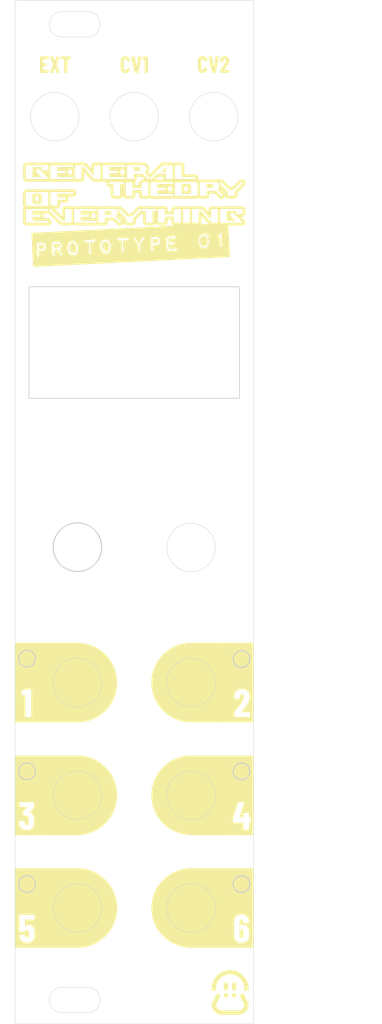
<source format=kicad_pcb>
(kicad_pcb (version 20211014) (generator pcbnew)

  (general
    (thickness 1.6)
  )

  (paper "A4")
  (layers
    (0 "F.Cu" signal)
    (31 "B.Cu" signal)
    (32 "B.Adhes" user "B.Adhesive")
    (33 "F.Adhes" user "F.Adhesive")
    (34 "B.Paste" user)
    (35 "F.Paste" user)
    (36 "B.SilkS" user "B.Silkscreen")
    (37 "F.SilkS" user "F.Silkscreen")
    (38 "B.Mask" user)
    (39 "F.Mask" user)
    (40 "Dwgs.User" user "User.Drawings")
    (41 "Cmts.User" user "User.Comments")
    (42 "Eco1.User" user "User.Eco1")
    (43 "Eco2.User" user "User.Eco2")
    (44 "Edge.Cuts" user)
    (45 "Margin" user)
    (46 "B.CrtYd" user "B.Courtyard")
    (47 "F.CrtYd" user "F.Courtyard")
    (48 "B.Fab" user)
    (49 "F.Fab" user)
    (50 "User.1" user)
    (51 "User.2" user)
    (52 "User.3" user)
    (53 "User.4" user)
    (54 "User.5" user)
    (55 "User.6" user)
    (56 "User.7" user)
    (57 "User.8" user)
    (58 "User.9" user)
  )

  (setup
    (pad_to_mask_clearance 0)
    (aux_axis_origin 60 40)
    (pcbplotparams
      (layerselection 0x00010fc_ffffffff)
      (disableapertmacros false)
      (usegerberextensions false)
      (usegerberattributes true)
      (usegerberadvancedattributes true)
      (creategerberjobfile true)
      (svguseinch false)
      (svgprecision 6)
      (excludeedgelayer true)
      (plotframeref false)
      (viasonmask false)
      (mode 1)
      (useauxorigin false)
      (hpglpennumber 1)
      (hpglpenspeed 20)
      (hpglpendiameter 15.000000)
      (dxfpolygonmode true)
      (dxfimperialunits true)
      (dxfusepcbnewfont true)
      (psnegative false)
      (psa4output false)
      (plotreference true)
      (plotvalue true)
      (plotinvisibletext false)
      (sketchpadsonfab false)
      (subtractmaskfromsilk false)
      (outputformat 1)
      (mirror false)
      (drillshape 1)
      (scaleselection 1)
      (outputdirectory "")
    )
  )

  (net 0 "")

  (gr_circle (center 67.85 117.4) (end 72.85 117.4) (layer "F.SilkS") (width 0) (fill solid) (tstamp 08b38de9-5115-416a-b726-0933dc865769))
  (gr_poly
    (pts
      (xy 63.468002 62.403214)
      (xy 63.478619 62.403399)
      (xy 63.489197 62.403689)
      (xy 63.494382 62.40348)
      (xy 63.499436 62.403381)
      (xy 63.504357 62.403392)
      (xy 63.509146 62.403515)
      (xy 63.513803 62.403751)
      (xy 63.518329 62.4041)
      (xy 63.522723 62.404563)
      (xy 63.526986 62.405141)
      (xy 63.531118 62.405836)
      (xy 63.535118 62.406648)
      (xy 63.538988 62.407577)
      (xy 63.542726 62.408625)
      (xy 63.546334 62.409793)
      (xy 63.549812 62.411081)
      (xy 63.553159 62.412491)
      (xy 63.556376 62.414023)
      (xy 63.56264 62.417319)
      (xy 63.568831 62.420817)
      (xy 63.574947 62.424517)
      (xy 63.58099 62.428418)
      (xy 63.586959 62.432518)
      (xy 63.592854 62.436817)
      (xy 63.598677 62.441314)
      (xy 63.604427 62.446007)
      (xy 63.610105 62.450896)
      (xy 63.61571 62.455979)
      (xy 63.621244 62.461255)
      (xy 63.626705 62.466724)
      (xy 63.632096 62.472385)
      (xy 63.637415 62.478236)
      (xy 63.642664 62.484276)
      (xy 63.647842 62.490504)
      (xy 63.653277 62.497153)
      (xy 63.658417 62.504495)
      (xy 63.663263 62.512533)
      (xy 63.667815 62.521268)
      (xy 63.672073 62.530699)
      (xy 63.676037 62.540828)
      (xy 63.679707 62.551655)
      (xy 63.683083 62.563182)
      (xy 63.686165 62.575409)
      (xy 63.688953 62.588337)
      (xy 63.691448 62.601967)
      (xy 63.693649 62.6163)
      (xy 63.695557 62.631336)
      (xy 63.697171 62.647077)
      (xy 63.698492 62.663523)
      (xy 63.69952 62.680675)
      (xy 63.699799 62.688929)
      (xy 63.699804 62.69706)
      (xy 63.699533 62.705068)
      (xy 63.698987 62.712954)
      (xy 63.698163 62.720716)
      (xy 63.697061 62.728356)
      (xy 63.695681 62.735872)
      (xy 63.694021 62.743266)
      (xy 63.692081 62.750536)
      (xy 63.68986 62.757683)
      (xy 63.687356 62.764707)
      (xy 63.68457 62.771608)
      (xy 63.681501 62.778386)
      (xy 63.678147 62.785041)
      (xy 63.674507 62.791572)
      (xy 63.670582 62.79798)
      (xy 63.663084 62.809657)
      (xy 63.655216 62.821142)
      (xy 63.646988 62.832432)
      (xy 63.638411 62.843523)
      (xy 63.629495 62.854412)
      (xy 63.620251 62.865096)
      (xy 63.610688 62.87557)
      (xy 63.600819 62.885833)
      (xy 63.590803 62.895704)
      (xy 63.58079 62.905017)
      (xy 63.57077 62.913776)
      (xy 63.565754 62.917949)
      (xy 63.560732 62.921985)
      (xy 63.555703 62.925884)
      (xy 63.550666 62.929647)
      (xy 63.54562 62.933275)
      (xy 63.540563 62.936767)
      (xy 63.535494 62.940124)
      (xy 63.530411 62.943348)
      (xy 63.525315 62.946437)
      (xy 63.520203 62.949393)
      (xy 63.510274 62.954019)
      (xy 63.501066 62.958068)
      (xy 63.496734 62.959876)
      (xy 63.492585 62.961538)
      (xy 63.488619 62.963054)
      (xy 63.484836 62.964424)
      (xy 63.481239 62.965647)
      (xy 63.477827 62.966723)
      (xy 63.474601 62.967651)
      (xy 63.471562 62.968431)
      (xy 63.46871 62.969063)
      (xy 63.466047 62.969545)
      (xy 63.463574 62.969878)
      (xy 63.46129 62.970061)
      (xy 63.384293 62.974196)
      (xy 63.371103 62.974701)
      (xy 63.357788 62.974866)
      (xy 63.344349 62.974698)
      (xy 63.330784 62.974202)
      (xy 63.317093 62.973382)
      (xy 63.303274 62.972243)
      (xy 63.289329 62.970791)
      (xy 63.275255 62.969031)
      (xy 63.241573 62.970506)
      (xy 63.207028 62.971616)
      (xy 63.171585 62.972338)
      (xy 63.135214 62.972648)
      (xy 63.131651 62.972872)
      (xy 63.127972 62.973177)
      (xy 63.12418 62.973574)
      (xy 63.120281 62.974073)
      (xy 63.116277 62.974684)
      (xy 63.112174 62.975418)
      (xy 63.107977 62.976286)
      (xy 63.103689 62.977298)
      (xy 63.102404 62.978659)
      (xy 63.10104 62.979979)
      (xy 63.099597 62.981256)
      (xy 63.098074 62.982488)
      (xy 63.096469 62.983675)
      (xy 63.094783 62.984814)
      (xy 63.093014 62.985905)
      (xy 63.091161 62.986947)
      (xy 63.089222 62.987937)
      (xy 63.087198 62.988874)
      (xy 63.085088 62.989758)
      (xy 63.082889 62.990586)
      (xy 63.080602 62.991358)
      (xy 63.078226 62.992071)
      (xy 63.075759 62.992726)
      (xy 63.0732 62.993319)
      (xy 63.068873 62.993576)
      (xy 63.064646 62.993905)
      (xy 63.060524 62.994316)
      (xy 63.056514 62.994819)
      (xy 63.052619 62.995426)
      (xy 63.048844 62.996146)
      (xy 63.045196 62.99699)
      (xy 63.043421 62.997463)
      (xy 63.041679 62.99797)
      (xy 63.033635 63.000761)
      (xy 63.025866 63.003051)
      (xy 63.022084 63.004007)
      (xy 63.018372 63.004837)
      (xy 63.014729 63.005541)
      (xy 63.011155 63.006119)
      (xy 63.007649 63.006571)
      (xy 63.004213 63.006897)
      (xy 63.000846 63.007097)
      (xy 62.997547 63.00717)
      (xy 62.994318 63.007117)
      (xy 62.991157 63.006937)
      (xy 62.988066 63.00663)
      (xy 62.985044 63.006196)
      (xy 62.98209 63.005636)
      (xy 62.979206 63.004949)
      (xy 62.97639 63.004135)
      (xy 62.973644 63.003193)
      (xy 62.970967 63.002125)
      (xy 62.968359 63.000929)
      (xy 62.96582 62.999605)
      (xy 62.96335 62.998155)
      (xy 62.960949 62.996576)
      (xy 62.958617 62.99487)
      (xy 62.956354 62.993036)
      (xy 62.954161 62.991075)
      (xy 62.952036 62.988985)
      (xy 62.949981 62.986768)
      (xy 62.947994 62.984422)
      (xy 62.946077 62.981948)
      (xy 62.945513 62.969789)
      (xy 62.945078 62.957825)
      (xy 62.94477 62.946063)
      (xy 62.944586 62.934509)
      (xy 62.944524 62.923168)
      (xy 62.944581 62.912046)
      (xy 62.944755 62.901149)
      (xy 62.945044 62.890483)
      (xy 62.946011 62.865676)
      (xy 63.234947 62.865676)
      (xy 63.237272 62.867724)
      (xy 63.239648 62.869713)
      (xy 63.242076 62.871644)
      (xy 63.244555 62.873516)
      (xy 63.247087 62.87533)
      (xy 63.24967 62.877086)
      (xy 63.252304 62.878785)
      (xy 63.254991 62.880426)
      (xy 63.25773 62.88201)
      (xy 63.26052 62.883537)
      (xy 63.263363 62.885007)
      (xy 63.266257 62.886421)
      (xy 63.269204 62.887778)
      (xy 63.272203 62.88908)
      (xy 63.275253 62.890326)
      (xy 63.278357 62.891517)
      (xy 63.282844 62.89377)
      (xy 63.28729 62.895699)
      (xy 63.291696 62.897303)
      (xy 63.29606 62.898583)
      (xy 63.300382 62.899537)
      (xy 63.304661 62.900166)
      (xy 63.308897 62.900468)
      (xy 63.31309 62.900443)
      (xy 63.317239 62.900091)
      (xy 63.321344 62.899411)
      (xy 63.325404 62.898402)
      (xy 63.329419 62.897065)
      (xy 63.333388 62.895398)
      (xy 63.337312 62.893401)
      (xy 63.341189 62.891074)
      (xy 63.345018 62.888415)
      (xy 63.234947 62.865676)
      (xy 62.946011 62.865676)
      (xy 62.946482 62.853591)
      (xy 62.947252 62.836466)
      (xy 62.948145 62.820201)
      (xy 62.948533 62.811582)
      (xy 62.948829 62.803316)
      (xy 62.949032 62.795397)
      (xy 62.949144 62.787817)
      (xy 62.949162 62.780572)
      (xy 62.949088 62.773654)
      (xy 62.948921 62.767058)
      (xy 62.948662 62.760776)
      (xy 62.947977 62.749854)
      (xy 62.946652 62.734597)
      (xy 62.944652 62.714989)
      (xy 62.941942 62.691012)
      (xy 62.929541 62.586108)
      (xy 62.92808 62.560328)
      (xy 62.926232 62.53548)
      (xy 62.925154 62.523395)
      (xy 62.923971 62.51153)
      (xy 62.922808 62.501057)
      (xy 62.986895 62.501057)
      (xy 62.986957 62.504352)
      (xy 62.987202 62.508021)
      (xy 62.987632 62.512066)
      (xy 62.988248 62.516486)
      (xy 62.98905 62.521284)
      (xy 62.990039 62.526458)
      (xy 62.991216 62.53201)
      (xy 62.994137 62.54425)
      (xy 62.998071 62.556845)
      (xy 63.001526 62.568715)
      (xy 63.004503 62.579853)
      (xy 63.007002 62.590253)
      (xy 63.009023 62.599909)
      (xy 63.010566 62.608814)
      (xy 63.011159 62.612983)
      (xy 63.011633 62.616962)
      (xy 63.011987 62.62075)
      (xy 63.012222 62.624347)
      (xy 63.012673 62.632329)
      (xy 63.013269 62.640517)
      (xy 63.014003 62.648915)
      (xy 63.014866 62.657523)
      (xy 63.01695 62.675382)
      (xy 63.019459 62.69411)
      (xy 63.020482 62.698417)
      (xy 63.021364 62.702674)
      (xy 63.022103 62.70688)
      (xy 63.0227 62.711035)
      (xy 63.023155 62.715141)
      (xy 63.02347 62.719198)
      (xy 63.023644 62.723206)
      (xy 63.023678 62.727166)
      (xy 63.023572 62.731078)
      (xy 63.023326 62.734942)
      (xy 63.022941 62.73876)
      (xy 63.022417 62.74253)
      (xy 63.021755 62.746255)
      (xy 63.020955 62.749933)
      (xy 63.020017 62.753567)
      (xy 63.018942 62.757155)
      (xy 63.016039 62.765756)
      (xy 63.013433 62.773697)
      (xy 63.011124 62.780975)
      (xy 63.009109 62.787586)
      (xy 63.007386 62.793526)
      (xy 63.005954 62.798791)
      (xy 63.004811 62.803379)
      (xy 63.003956 62.807284)
      (xy 63.003197 62.809047)
      (xy 63.002496 62.810749)
      (xy 63.001851 62.81239)
      (xy 63.001262 62.81397)
      (xy 63.000728 62.815491)
      (xy 63.000248 62.816953)
      (xy 62.999822 62.818357)
      (xy 62.999449 62.819703)
      (xy 62.999127 62.820992)
      (xy 62.998857 62.822225)
      (xy 62.998637 62.823402)
      (xy 62.998467 62.824523)
      (xy 62.998346 62.825591)
      (xy 62.998274 62.826604)
      (xy 62.998248 62.827564)
      (xy 62.99827 62.828471)
      (xy 63.000022 62.82786)
      (xy 63.001819 62.827078)
      (xy 63.003663 62.826126)
      (xy 63.005553 62.825003)
      (xy 63.007489 62.823711)
      (xy 63.009472 62.82225)
      (xy 63.011501 62.820622)
      (xy 63.013576 62.818825)
      (xy 63.015698 62.816862)
      (xy 63.017866 62.814733)
      (xy 63.020081 62.812437)
      (xy 63.022343 62.809977)
      (xy 63.024652 62.807353)
      (xy 63.027008 62.804565)
      (xy 63.029411 62.801613)
      (xy 63.03186 62.798499)
      (xy 63.033518 62.796605)
      (xy 63.03517 62.794602)
      (xy 63.036815 62.79249)
      (xy 63.038454 62.790269)
      (xy 63.041714 62.785499)
      (xy 63.044951 62.780293)
      (xy 63.048167 62.774649)
      (xy 63.051362 62.768567)
      (xy 63.054539 62.762047)
      (xy 63.057697 62.755088)
      (xy 63.060791 62.747931)
      (xy 63.063774 62.740807)
      (xy 63.066648 62.733707)
      (xy 63.069412 62.726622)
      (xy 63.072069 62.719543)
      (xy 63.074619 62.712459)
      (xy 63.077063 62.705363)
      (xy 63.079403 62.698245)
      (xy 63.079311 62.689856)
      (xy 63.078993 62.681363)
      (xy 63.078451 62.672767)
      (xy 63.077684 62.66407)
      (xy 63.076692 62.65527)
      (xy 63.075475 62.64637)
      (xy 63.074034 62.637371)
      (xy 63.072368 62.628272)
      (xy 63.068364 62.609779)
      (xy 63.063464 62.590899)
      (xy 63.057669 62.571638)
      (xy 63.05098 62.552001)
      (xy 63.048392 62.54384)
      (xy 63.045755 62.536209)
      (xy 63.04307 62.529109)
      (xy 63.040337 62.522538)
      (xy 63.039539 62.520803)
      (xy 63.205124 62.520803)
      (xy 63.205126 62.52091)
      (xy 63.205138 62.521017)
      (xy 63.205161 62.521123)
      (xy 63.205194 62.521229)
      (xy 63.205291 62.521439)
      (xy 63.205429 62.521647)
      (xy 63.205609 62.521854)
      (xy 63.20583 62.52206)
      (xy 63.206093 62.522263)
      (xy 63.206397 62.522465)
      (xy 63.206743 62.522666)
      (xy 63.207131 62.522865)
      (xy 63.20756 62.523063)
      (xy 63.212085 62.525321)
      (xy 63.216646 62.527283)
      (xy 63.221243 62.528948)
      (xy 63.225877 62.530314)
      (xy 63.230548 62.531381)
      (xy 63.235257 62.532148)
      (xy 63.240004 62.532613)
      (xy 63.244791 62.532776)
      (xy 63.249617 62.532635)
      (xy 63.254484 62.53219)
      (xy 63.259391 62.531439)
      (xy 63.264339 62.530381)
      (xy 63.26933 62.529015)
      (xy 63.274362 62.527341)
      (xy 63.279438 62.525357)
      (xy 63.284557 62.523063)
      (xy 63.286691 62.522475)
      (xy 63.288762 62.521803)
      (xy 63.29077 62.521048)
      (xy 63.292715 62.520211)
      (xy 63.294599 62.519292)
      (xy 63.296422 62.518291)
      (xy 63.298185 62.51721)
      (xy 63.299888 62.516048)
      (xy 63.301531 62.514807)
      (xy 63.303116 62.513487)
      (xy 63.304643 62.512088)
      (xy 63.306113 62.510612)
      (xy 63.307526 62.509059)
      (xy 63.308883 62.50743)
      (xy 63.310184 62.505724)
      (xy 63.31143 62.503943)
      (xy 63.252003 62.507041)
      (xy 63.248986 62.507216)
      (xy 63.246064 62.507439)
      (xy 63.243233 62.507712)
      (xy 63.240494 62.508034)
      (xy 63.237845 62.508406)
      (xy 63.235285 62.508828)
      (xy 63.232812 62.5093)
      (xy 63.230425 62.509821)
      (xy 63.228123 62.510394)
      (xy 63.225904 62.511016)
      (xy 63.223768 62.51169)
      (xy 63.221713 62.512415)
      (xy 63.219738 62.51319)
      (xy 63.217841 62.514017)
      (xy 63.216021 62.514896)
      (xy 63.214277 62.515826)
      (xy 63.213435 62.516087)
      (xy 63.212633 62.516346)
      (xy 63.211872 62.516602)
      (xy 63.211151 62.516855)
      (xy 63.21047 62.517106)
      (xy 63.20983 62.517354)
      (xy 63.209231 62.517599)
      (xy 63.208672 62.517843)
      (xy 63.208154 62.518083)
      (xy 63.207676 62.518322)
      (xy 63.20724 62.518558)
      (xy 63.206844 62.518792)
      (xy 63.206489 62.519024)
      (xy 63.206175 62.519253)
      (xy 63.205901 62.519481)
      (xy 63.205669 62.519706)
      (xy 63.205478 62.51993)
      (xy 63.205328 62.520151)
      (xy 63.205219 62.52037)
      (xy 63.205179 62.520479)
      (xy 63.205151 62.520588)
      (xy 63.205132 62.520696)
      (xy 63.205124 62.520803)
      (xy 63.039539 62.520803)
      (xy 63.037557 62.516496)
      (xy 63.036149 62.513673)
      (xy 63.034729 62.510982)
      (xy 63.033298 62.508423)
      (xy 63.031855 62.505997)
      (xy 63.0304 62.503702)
      (xy 63.028934 62.501539)
      (xy 63.027456 62.499508)
      (xy 63.025968 62.497609)
      (xy 63.024467 62.495841)
      (xy 63.022956 62.494205)
      (xy 63.021433 62.492701)
      (xy 63.019899 62.491328)
      (xy 63.018354 62.490087)
      (xy 63.016798 62.488977)
      (xy 63.01523 62.487998)
      (xy 63.013652 62.487151)
      (xy 63.012063 62.486434)
      (xy 63.010463 62.485849)
      (xy 63.008852 62.485396)
      (xy 63.007231 62.485073)
      (xy 63.005599 62.484881)
      (xy 63.003956 62.48482)
      (xy 63.00319 62.484835)
      (xy 63.002425 62.484877)
      (xy 63.00166 62.484949)
      (xy 63.000896 62.485048)
      (xy 63.000132 62.485176)
      (xy 62.999367 62.485332)
      (xy 62.9986 62.485517)
      (xy 62.997832 62.485729)
      (xy 62.997061 62.48597)
      (xy 62.996287 62.486239)
      (xy 62.99551 62.486536)
      (xy 62.994729 62.486861)
      (xy 62.993943 62.487214)
      (xy 62.993152 62.487595)
      (xy 62.992355 62.488004)
      (xy 62.991552 62.488441)
      (xy 62.990347 62.489128)
      (xy 62.989321 62.490186)
      (xy 62.988474 62.491615)
      (xy 62.987807 62.493416)
      (xy 62.987321 62.49559)
      (xy 62.987017 62.498137)
      (xy 62.986895 62.501057)
      (xy 62.922808 62.501057)
      (xy 62.922678 62.49988)
      (xy 62.921272 62.488441)
      (xy 62.920732 62.476773)
      (xy 62.920366 62.466285)
      (xy 62.920173 62.456984)
      (xy 62.920153 62.448875)
      (xy 62.920305 62.441965)
      (xy 62.920446 62.438962)
      (xy 62.920629 62.43626)
      (xy 62.920855 62.433862)
      (xy 62.921124 62.431767)
      (xy 62.921435 62.429977)
      (xy 62.921789 62.428493)
      (xy 62.922941 62.425491)
      (xy 62.924076 62.422743)
      (xy 62.924637 62.421465)
      (xy 62.925194 62.420249)
      (xy 62.925746 62.419097)
      (xy 62.926295 62.418007)
      (xy 62.92684 62.416981)
      (xy 62.92738 62.416017)
      (xy 62.927917 62.415115)
      (xy 62.928449 62.414276)
      (xy 62.928978 62.4135)
      (xy 62.929503 62.412785)
      (xy 62.930024 62.412133)
      (xy 62.930541 62.411542)
      (xy 62.931054 62.411013)
      (xy 62.931564 62.410546)
      (xy 62.93207 62.41014)
      (xy 62.932572 62.409796)
      (xy 62.933071 62.409513)
      (xy 62.933566 62.409291)
      (xy 62.934057 62.40913)
      (xy 62.934545 62.40903)
      (xy 62.93503 62.408991)
      (xy 62.935511 62.409013)
      (xy 62.935988 62.409095)
      (xy 62.936462 62.409237)
      (xy 62.936933 62.409439)
      (xy 62.937401 62.409702)
      (xy 62.937865 62.410025)
      (xy 62.938326 62.410407)
      (xy 62.939676 62.410764)
      (xy 62.941055 62.411088)
      (xy 62.942462 62.41138)
      (xy 62.943898 62.411639)
      (xy 62.946851 62.412064)
      (xy 62.949911 62.412368)
      (xy 62.953072 62.412556)
      (xy 62.956332 62.412633)
      (xy 62.959686 62.412605)
      (xy 62.963129 62.412475)
      (xy 62.968657 62.412374)
      (xy 62.974742 62.41259)
      (xy 62.981386 62.413118)
      (xy 62.988592 62.413951)
      (xy 62.996361 62.415085)
      (xy 63.004696 62.416512)
      (xy 63.0136 62.418228)
      (xy 63.023075 62.420226)
      (xy 63.033437 62.421329)
      (xy 63.043345 62.42221)
      (xy 63.052799 62.422879)
      (xy 63.061804 62.423343)
      (xy 63.070359 62.423612)
      (xy 63.078468 62.423693)
      (xy 63.086133 62.423595)
      (xy 63.093355 62.423327)
      (xy 63.275772 62.414542)
      (xy 63.327967 62.41196)
      (xy 63.34717 62.409412)
      (xy 63.366423 62.407219)
      (xy 63.37606 62.40628)
      (xy 63.385698 62.405459)
      (xy 63.395334 62.404763)
      (xy 63.404964 62.404204)
      (xy 63.415442 62.403777)
      (xy 63.425886 62.403482)
      (xy 63.436333 62.403291)
      (xy 63.446821 62.403174)
      (xy 63.457388 62.403139)
    ) (layer "F.SilkS") (width 0) (fill solid) (tstamp 0bbdefe5-b41a-4fe8-af05-9bbbc19193ce))
  (gr_poly
    (pts
      (xy 83.63904 38.744375)
      (xy 83.671463 38.746215)
      (xy 83.70303 38.749283)
      (xy 83.73374 38.753577)
      (xy 83.763593 38.759099)
      (xy 83.79259 38.765848)
      (xy 83.82073 38.773823)
      (xy 83.848014 38.783026)
      (xy 83.874441 38.793455)
      (xy 83.900011 38.805112)
      (xy 83.924725 38.817995)
      (xy 83.948582 38.832106)
      (xy 83.971583 38.847443)
      (xy 83.993727 38.864008)
      (xy 84.015014 38.8818)
      (xy 84.035445 38.900818)
      (xy 84.055181 38.920867)
      (xy 84.073645 38.941749)
      (xy 84.090835 38.963465)
      (xy 84.106751 38.986014)
      (xy 84.121394 39.009397)
      (xy 84.134764 39.033613)
      (xy 84.14686 39.058662)
      (xy 84.157684 39.084545)
      (xy 84.167233 39.111261)
      (xy 84.17551 39.138811)
      (xy 84.182513 39.167194)
      (xy 84.188243 39.196411)
      (xy 84.1927 39.226461)
      (xy 84.195883 39.257344)
      (xy 84.197793 39.289061)
      (xy 84.198429 39.321612)
      (xy 84.198429 39.354208)
      (xy 84.198383 39.356049)
      (xy 84.198244 39.357866)
      (xy 84.198013 39.35966)
      (xy 84.197688 39.361431)
      (xy 84.197271 39.363179)
      (xy 84.196762 39.364904)
      (xy 84.19616 39.366606)
      (xy 84.195465 39.368284)
      (xy 84.194678 39.369939)
      (xy 84.193798 39.371572)
      (xy 84.192825 39.373181)
      (xy 84.19176 39.374766)
      (xy 84.190602 39.376329)
      (xy 84.189352 39.377869)
      (xy 84.188009 39.379385)
      (xy 84.186573 39.380878)
      (xy 84.185439 39.381955)
      (xy 84.184258 39.382962)
      (xy 84.183031 39.3839)
      (xy 84.181757 39.384768)
      (xy 84.180438 39.385567)
      (xy 84.179072 39.386296)
      (xy 84.17766 39.386956)
      (xy 84.176201 39.387546)
      (xy 84.174697 39.388067)
      (xy 84.173146 39.388518)
      (xy 84.171548 39.3889)
      (xy 84.169905 39.389213)
      (xy 84.168215 39.389456)
      (xy 84.166479 39.38963)
      (xy 84.164697 39.389734)
      (xy 84.162868 39.389769)
      (xy 83.816158 39.404585)
      (xy 83.811852 39.404458)
      (xy 83.807823 39.404076)
      (xy 83.805913 39.403789)
      (xy 83.804073 39.403439)
      (xy 83.802301 39.403025)
      (xy 83.8006 39.402548)
      (xy 83.798968 39.402007)
      (xy 83.797405 39.401402)
      (xy 83.795911 39.400733)
      (xy 83.794488 39.400001)
      (xy 83.793133 39.399205)
      (xy 83.791848 39.398346)
      (xy 83.790633 39.397423)
      (xy 83.789487 39.396436)
      (xy 83.78841 39.395385)
      (xy 83.787403 39.394271)
      (xy 83.786466 39.393093)
      (xy 83.785597 39.391852)
      (xy 83.784799 39.390547)
      (xy 83.784069 39.389178)
      (xy 83.783409 39.387746)
      (xy 83.782819 39.386249)
      (xy 83.782298 39.38469)
      (xy 83.781847 39.383066)
      (xy 83.781465 39.381379)
      (xy 83.781152 39.379628)
      (xy 83.780909 39.377814)
      (xy 83.780735 39.375936)
      (xy 83.780631 39.373994)
      (xy 83.780596 39.371988)
      (xy 83.780596 39.294942)
      (xy 83.780411 39.284327)
      (xy 83.779856 39.273967)
      (xy 83.77893 39.263862)
      (xy 83.777633 39.254011)
      (xy 83.775966 39.244415)
      (xy 83.773929 39.235073)
      (xy 83.771521 39.225986)
      (xy 83.768743 39.217154)
      (xy 83.765595 39.208577)
      (xy 83.762076 39.200254)
      (xy 83.758186 39.192186)
      (xy 83.753927 39.184372)
      (xy 83.749297 39.176814)
      (xy 83.744296 39.16951)
      (xy 83.738925 39.16246)
      (xy 83.733184 39.155665)
      (xy 83.72713 39.149206)
      (xy 83.720821 39.143164)
      (xy 83.714258 39.137538)
      (xy 83.70744 39.132329)
      (xy 83.700367 39.127537)
      (xy 83.69304 39.123161)
      (xy 83.685458 39.119202)
      (xy 83.677622 39.11566)
      (xy 83.66953 39.112535)
      (xy 83.661185 39.109826)
      (xy 83.652584 39.107534)
      (xy 83.643729 39.105659)
      (xy 83.634619 39.1042)
      (xy 83.625254 39.103159)
      (xy 83.615635 39.102534)
      (xy 83.605761 39.102325)
      (xy 83.596246 39.102534)
      (xy 83.586962 39.103159)
      (xy 83.57791 39.1042)
      (xy 83.56909 39.105659)
      (xy 83.560501 39.107534)
      (xy 83.552143 39.109826)
      (xy 83.544017 39.112535)
      (xy 83.536123 39.11566)
      (xy 83.52846 39.119202)
      (xy 83.521028 39.123161)
      (xy 83.513829 39.127537)
      (xy 83.50686 39.132329)
      (xy 83.500123 39.137538)
      (xy 83.493618 39.143164)
      (xy 83.487344 39.149206)
      (xy 83.481301 39.155665)
      (xy 83.47556 39.16246)
      (xy 83.470189 39.16951)
      (xy 83.465188 39.176814)
      (xy 83.460558 39.184372)
      (xy 83.456299 39.192186)
      (xy 83.452409 39.200254)
      (xy 83.44889 39.208577)
      (xy 83.445742 39.217154)
      (xy 83.442964 39.225986)
      (xy 83.440556 39.235073)
      (xy 83.438519 39.244415)
      (xy 83.436852 39.254011)
      (xy 83.435555 39.263862)
      (xy 83.434629 39.273967)
      (xy 83.434074 39.284327)
      (xy 83.433889 39.294942)
      (xy 83.433889 40.317292)
      (xy 83.434074 40.327907)
      (xy 83.434629 40.338267)
      (xy 83.435555 40.348372)
      (xy 83.436852 40.358223)
      (xy 83.438519 40.367819)
      (xy 83.440556 40.377161)
      (xy 83.442964 40.386247)
      (xy 83.445742 40.39508)
      (xy 83.44889 40.403657)
      (xy 83.452409 40.41198)
      (xy 83.456299 40.420048)
      (xy 83.460558 40.427861)
      (xy 83.465188 40.43542)
      (xy 83.470189 40.442724)
      (xy 83.47556 40.449774)
      (xy 83.481301 40.456569)
      (xy 83.487344 40.462669)
      (xy 83.493618 40.468376)
      (xy 83.500123 40.473689)
      (xy 83.50686 40.478608)
      (xy 83.513829 40.483134)
      (xy 83.521028 40.487267)
      (xy 83.52846 40.491006)
      (xy 83.536123 40.494351)
      (xy 83.544017 40.497303)
      (xy 83.552143 40.499861)
      (xy 83.560501 40.502026)
      (xy 83.56909 40.503797)
      (xy 83.57791 40.505174)
      (xy 83.586962 40.506158)
      (xy 83.596246 40.506748)
      (xy 83.605761 40.506945)
      (xy 83.615635 40.506748)
      (xy 83.625254 40.506158)
      (xy 83.634619 40.505174)
      (xy 83.643729 40.503797)
      (xy 83.652584 40.502026)
      (xy 83.661185 40.499861)
      (xy 83.66953 40.497303)
      (xy 83.677622 40.494351)
      (xy 83.685458 40.491006)
      (xy 83.69304 40.487267)
      (xy 83.700367 40.483134)
      (xy 83.70744 40.478608)
      (xy 83.714258 40.473689)
      (xy 83.720821 40.468376)
      (xy 83.72713 40.462669)
      (xy 83.733184 40.456569)
      (xy 83.738925 40.449774)
      (xy 83.744296 40.442724)
      (xy 83.749297 40.43542)
      (xy 83.753927 40.427861)
      (xy 83.758186 40.420048)
      (xy 83.762076 40.41198)
      (xy 83.765595 40.403657)
      (xy 83.768743 40.39508)
      (xy 83.771521 40.386247)
      (xy 83.773929 40.377161)
      (xy 83.775966 40.367819)
      (xy 83.777633 40.358223)
      (xy 83.77893 40.348372)
      (xy 83.779856 40.338267)
      (xy 83.780411 40.327907)
      (xy 83.780596 40.317292)
      (xy 83.780596 40.237282)
      (xy 83.780631 40.235453)
      (xy 83.780735 40.23367)
      (xy 83.780909 40.231934)
      (xy 83.781152 40.230244)
      (xy 83.781465 40.2286)
      (xy 83.781847 40.227003)
      (xy 83.782298 40.225452)
      (xy 83.78282 40.223947)
      (xy 83.78341 40.222488)
      (xy 83.78407 40.221076)
      (xy 83.784799 40.21971)
      (xy 83.785598 40.218391)
      (xy 83.786467 40.217117)
      (xy 83.787404 40.21589)
      (xy 83.788412 40.21471)
      (xy 83.789489 40.213575)
      (xy 83.790982 40.21214)
      (xy 83.792499 40.210797)
      (xy 83.794038 40.209547)
      (xy 83.795601 40.208389)
      (xy 83.797187 40.207325)
      (xy 83.798796 40.206352)
      (xy 83.800428 40.205473)
      (xy 83.802083 40.204685)
      (xy 83.803762 40.203991)
      (xy 83.805463 40.203389)
      (xy 83.807188 40.20288)
      (xy 83.808936 40.202463)
      (xy 83.810707 40.202139)
      (xy 83.812501 40.201907)
      (xy 83.814318 40.201768)
      (xy 83.816158 40.201722)
      (xy 84.162868 40.216539)
      (xy 84.164698 40.216585)
      (xy 84.166481 40.216724)
      (xy 84.168217 40.216955)
      (xy 84.169908 40.217279)
      (xy 84.171551 40.217696)
      (xy 84.173149 40.218205)
      (xy 84.1747 40.218807)
      (xy 84.176205 40.219502)
      (xy 84.177663 40.220289)
      (xy 84.179075 40.221169)
      (xy 84.180441 40.222141)
      (xy 84.18176 40.223206)
      (xy 84.183033 40.224364)
      (xy 84.184259 40.225614)
      (xy 84.18544 40.226957)
      (xy 84.186573 40.228392)
      (xy 84.188009 40.229526)
      (xy 84.189352 40.230707)
      (xy 84.190602 40.231934)
      (xy 84.19176 40.233208)
      (xy 84.192825 40.234527)
      (xy 84.193798 40.235893)
      (xy 84.194678 40.237305)
      (xy 84.195465 40.238764)
      (xy 84.19616 40.240269)
      (xy 84.196762 40.24182)
      (xy 84.197271 40.243417)
      (xy 84.197688 40.245061)
      (xy 84.198013 40.246751)
      (xy 84.198244 40.248487)
      (xy 84.198383 40.25027)
      (xy 84.198429 40.252099)
      (xy 84.198429 40.281732)
      (xy 84.197793 40.314653)
      (xy 84.195883 40.34674)
      (xy 84.1927 40.377994)
      (xy 84.188243 40.408415)
      (xy 84.182513 40.438002)
      (xy 84.17551 40.466755)
      (xy 84.167233 40.494675)
      (xy 84.157684 40.521762)
      (xy 84.14686 40.548015)
      (xy 84.134764 40.573435)
      (xy 84.121394 40.598021)
      (xy 84.106751 40.621774)
      (xy 84.090835 40.644694)
      (xy 84.073645 40.66678)
      (xy 84.055181 40.688033)
      (xy 84.035445 40.708452)
      (xy 84.014667 40.72747)
      (xy 83.993078 40.745262)
      (xy 83.970679 40.761827)
      (xy 83.94747 40.777164)
      (xy 83.923451 40.791275)
      (xy 83.898621 40.804158)
      (xy 83.872981 40.815815)
      (xy 83.846531 40.826244)
      (xy 83.819271 40.835447)
      (xy 83.7912 40.843422)
      (xy 83.762319 40.850171)
      (xy 83.732628 40.855692)
      (xy 83.702127 40.859987)
      (xy 83.670815 40.863054)
      (xy 83.638693 40.864895)
      (xy 83.605761 40.865508)
      (xy 83.572828 40.864895)
      (xy 83.540706 40.863054)
      (xy 83.509394 40.859987)
      (xy 83.478893 40.855692)
      (xy 83.449202 40.850171)
      (xy 83.420321 40.843422)
      (xy 83.39225 40.835447)
      (xy 83.36499 40.826244)
      (xy 83.33854 40.815815)
      (xy 83.3129 40.804158)
      (xy 83.28807 40.791275)
      (xy 83.264051 40.777164)
      (xy 83.240842 40.761827)
      (xy 83.218443 40.745262)
      (xy 83.196854 40.72747)
      (xy 83.176076 40.708452)
      (xy 83.156699 40.688033)
      (xy 83.138572 40.66678)
      (xy 83.121694 40.644694)
      (xy 83.106067 40.621774)
      (xy 83.091691 40.598021)
      (xy 83.078564 40.573435)
      (xy 83.066687 40.548015)
      (xy 83.056061 40.521762)
      (xy 83.046685 40.494675)
      (xy 83.038559 40.466755)
      (xy 83.031683 40.438001)
      (xy 83.026057 40.408414)
      (xy 83.021681 40.377994)
      (xy 83.018556 40.34674)
      (xy 83.016681 40.314653)
      (xy 83.016056 40.281732)
      (xy 83.016056 39.321612)
      (xy 83.016681 39.289061)
      (xy 83.018556 39.257344)
      (xy 83.021681 39.226461)
      (xy 83.026057 39.196411)
      (xy 83.031683 39.167194)
      (xy 83.038559 39.138811)
      (xy 83.046685 39.111261)
      (xy 83.056061 39.084545)
      (xy 83.066687 39.058662)
      (xy 83.078564 39.033613)
      (xy 83.091691 39.009397)
      (xy 83.106067 38.986014)
      (xy 83.121694 38.963465)
      (xy 83.138572 38.941749)
      (xy 83.156699 38.920867)
      (xy 83.176076 38.900818)
      (xy 83.196854 38.8818)
      (xy 83.218443 38.864008)
      (xy 83.240842 38.847443)
      (xy 83.264051 38.832106)
      (xy 83.28807 38.817995)
      (xy 83.3129 38.805112)
      (xy 83.33854 38.793455)
      (xy 83.36499 38.783026)
      (xy 83.39225 38.773823)
      (xy 83.420321 38.765848)
      (xy 83.449202 38.759099)
      (xy 83.478893 38.753577)
      (xy 83.509394 38.749283)
      (xy 83.540706 38.746215)
      (xy 83.572828 38.744375)
      (xy 83.605761 38.743761)
    ) (layer "F.SilkS") (width 0) (fill solid) (tstamp 0dc1c26b-62e0-4738-9091-8dc7d04363da))
  (gr_circle (center 82.15 131.55) (end 87.15 131.55) (layer "F.SilkS") (width 0) (fill solid) (tstamp 125062b9-44ec-40e9-9700-afe94fdf2b78))
  (gr_poly
    (pts
      (xy 75.027314 38.779081)
      (xy 75.031377 38.779463)
      (xy 75.033313 38.77975)
      (xy 75.035185 38.7801)
      (xy 75.036994 38.780514)
      (xy 75.038739 38.780991)
      (xy 75.040421 38.781532)
      (xy 75.042038 38.782137)
      (xy 75.043593 38.782806)
      (xy 75.045083 38.783538)
      (xy 75.04651 38.784334)
      (xy 75.047873 38.785193)
      (xy 75.049172 38.786116)
      (xy 75.050408 38.787103)
      (xy 75.05158 38.788154)
      (xy 75.052689 38.789268)
      (xy 75.053733 38.790446)
      (xy 75.054714 38.791687)
      (xy 75.055632 38.792992)
      (xy 75.056486 38.794361)
      (xy 75.057276 38.795793)
      (xy 75.058002 38.79729)
      (xy 75.058665 38.798849)
      (xy 75.059264 38.800473)
      (xy 75.059799 38.80216)
      (xy 75.060271 38.803911)
      (xy 75.060679 38.805725)
      (xy 75.061023 38.807603)
      (xy 75.061521 38.811551)
      (xy 75.26599 40.115418)
      (xy 75.26637 40.116853)
      (xy 75.266773 40.118196)
      (xy 75.2672 40.119446)
      (xy 75.26765 40.120603)
      (xy 75.268123 40.121668)
      (xy 75.26862 40.122641)
      (xy 75.269141 40.123521)
      (xy 75.269685 40.124308)
      (xy 75.270252 40.125002)
      (xy 75.270843 40.125604)
      (xy 75.271458 40.126113)
      (xy 75.272096 40.12653)
      (xy 75.272757 40.126854)
      (xy 75.273097 40.126982)
      (xy 75.273442 40.127086)
      (xy 75.273793 40.127167)
      (xy 75.274151 40.127225)
      (xy 75.274883 40.127271)
      (xy 75.275251 40.127259)
      (xy 75.275613 40.127225)
      (xy 75.27597 40.127167)
      (xy 75.276321 40.127086)
      (xy 75.276666 40.126982)
      (xy 75.277005 40.126854)
      (xy 75.277338 40.126704)
      (xy 75.277666 40.12653)
      (xy 75.277987 40.126333)
      (xy 75.278303 40.126113)
      (xy 75.278613 40.12587)
      (xy 75.278917 40.125604)
      (xy 75.279215 40.125315)
      (xy 75.279508 40.125002)
      (xy 75.279794 40.124667)
      (xy 75.280075 40.124308)
      (xy 75.28035 40.123926)
      (xy 75.280619 40.123521)
      (xy 75.280883 40.123092)
      (xy 75.28114 40.122641)
      (xy 75.281392 40.122166)
      (xy 75.281638 40.121668)
      (xy 75.281877 40.121148)
      (xy 75.282112 40.120603)
      (xy 75.282562 40.119446)
      (xy 75.28299 40.118196)
      (xy 75.283394 40.116853)
      (xy 75.283775 40.115418)
      (xy 75.482293 38.811551)
      (xy 75.482509 38.809545)
      (xy 75.482788 38.807604)
      (xy 75.483131 38.805726)
      (xy 75.483538 38.803911)
      (xy 75.484009 38.80216)
      (xy 75.484544 38.800473)
      (xy 75.485142 38.79885)
      (xy 75.485804 38.79729)
      (xy 75.48653 38.795794)
      (xy 75.487319 38.794361)
      (xy 75.488172 38.792992)
      (xy 75.489089 38.791687)
      (xy 75.49007 38.790446)
      (xy 75.491115 38.789268)
      (xy 75.492223 38.788154)
      (xy 75.493395 38.787103)
      (xy 75.494631 38.786117)
      (xy 75.49593 38.785193)
      (xy 75.497293 38.784334)
      (xy 75.49872 38.783538)
      (xy 75.500211 38.782806)
      (xy 75.501766 38.782137)
      (xy 75.503384 38.781533)
      (xy 75.505066 38.780991)
      (xy 75.506812 38.780514)
      (xy 75.508622 38.7801)
      (xy 75.510495 38.77975)
      (xy 75.512432 38.779463)
      (xy 75.514433 38.779241)
      (xy 75.516498 38.779081)
      (xy 75.518626 38.778986)
      (xy 75.520818 38.778954)
      (xy 75.891234 38.778954)
      (xy 75.893595 38.778992)
      (xy 75.895864 38.779105)
      (xy 75.89804 38.779293)
      (xy 75.900124 38.779556)
      (xy 75.902115 38.779895)
      (xy 75.904014 38.780309)
      (xy 75.905819 38.780798)
      (xy 75.907533 38.781362)
      (xy 75.909153 38.782001)
      (xy 75.910681 38.782716)
      (xy 75.912117 38.783506)
      (xy 75.913459 38.784372)
      (xy 75.91471 38.785312)
      (xy 75.915867 38.786328)
      (xy 75.916932 38.787419)
      (xy 75.917905 38.788585)
      (xy 75.918784 38.789827)
      (xy 75.919571 38.791143)
      (xy 75.920266 38.792535)
      (xy 75.920868 38.794002)
      (xy 75.921377 38.795545)
      (xy 75.921794 38.797163)
      (xy 75.922118 38.798856)
      (xy 75.922349 38.800624)
      (xy 75.922488 38.802467)
      (xy 75.922535 38.804386)
      (xy 75.922488 38.80638)
      (xy 75.922349 38.808449)
      (xy 75.922118 38.810593)
      (xy 75.921793 38.812813)
      (xy 75.921377 38.815108)
      (xy 75.920867 38.817478)
      (xy 75.494147 40.820692)
      (xy 75.4933 40.824639)
      (xy 75.492799 40.826517)
      (xy 75.492245 40.828332)
      (xy 75.49164 40.830082)
      (xy 75.490983 40.83177)
      (xy 75.490273 40.833393)
      (xy 75.489511 40.834953)
      (xy 75.488698 40.836449)
      (xy 75.487832 40.837881)
      (xy 75.486914 40.83925)
      (xy 75.485945 40.840555)
      (xy 75.484923 40.841797)
      (xy 75.483849 40.842975)
      (xy 75.482723 40.844089)
      (xy 75.481545 40.845139)
      (xy 75.480315 40.846126)
      (xy 75.479033 40.847049)
      (xy 75.477699 40.847909)
      (xy 75.476313 40.848705)
      (xy 75.474875 40.849437)
      (xy 75.473385 40.850105)
      (xy 75.471843 40.85071)
      (xy 75.470249 40.851251)
      (xy 75.468602 40.851729)
      (xy 75.466904 40.852143)
      (xy 75.465154 40.852493)
      (xy 75.463351 40.852779)
      (xy 75.461497 40.853002)
      (xy 75.45959 40.853161)
      (xy 75.457632 40.853257)
      (xy 75.455621 40.853288)
      (xy 75.073352 40.853288)
      (xy 75.069381 40.853161)
      (xy 75.065619 40.852779)
      (xy 75.063816 40.852492)
      (xy 75.062065 40.852142)
      (xy 75.060367 40.851728)
      (xy 75.05872 40.851251)
      (xy 75.057125 40.850709)
      (xy 75.055583 40.850105)
      (xy 75.054093 40.849436)
      (xy 75.052654 40.848704)
      (xy 75.051268 40.847908)
      (xy 75.049934 40.847049)
      (xy 75.048652 40.846126)
      (xy 75.047422 40.845139)
      (xy 75.046244 40.844088)
      (xy 75.045118 40.842974)
      (xy 75.044045 40.841796)
      (xy 75.043023 40.840555)
      (xy 75.042054 40.83925)
      (xy 75.041136 40.837881)
      (xy 75.040271 40.836448)
      (xy 75.039458 40.834952)
      (xy 75.038697 40.833392)
      (xy 75.037987 40.831769)
      (xy 75.03733 40.830082)
      (xy 75.036726 40.828331)
      (xy 75.035672 40.824638)
      (xy 75.034827 40.820691)
      (xy 74.61107 38.817477)
      (xy 74.608129 38.805624)
      (xy 74.608161 38.803983)
      (xy 74.608256 38.802394)
      (xy 74.608416 38.800858)
      (xy 74.608638 38.799373)
      (xy 74.608925 38.797941)
      (xy 74.609275 38.79656)
      (xy 74.609689 38.795232)
      (xy 74.610166 38.793956)
      (xy 74.610707 38.792732)
      (xy 74.611312 38.79156)
      (xy 74.611981 38.79044)
      (xy 74.612713 38.789372)
      (xy 74.613509 38.788356)
      (xy 74.614368 38.787392)
      (xy 74.615291 38.786481)
      (xy 74.616278 38.785621)
      (xy 74.617329 38.784814)
      (xy 74.618443 38.784059)
      (xy 74.619621 38.783355)
      (xy 74.620862 38.782704)
      (xy 74.622167 38.782105)
      (xy 74.623536 38.781558)
      (xy 74.624969 38.781064)
      (xy 74.626465 38.780621)
      (xy 74.628025 38.78023)
      (xy 74.629648 38.779891)
      (xy 74.631335 38.779605)
      (xy 74.633086 38.779371)
      (xy 74.634901 38.779188)
      (xy 74.636779 38.779058)
      (xy 74.638721 38.77898)
      (xy 74.640726 38.778954)
      (xy 75.022996 38.778954)
    ) (layer "F.SilkS") (width 0) (fill solid) (tstamp 12c38e86-9f7f-4c93-a7cb-2f8fd0b72478))
  (gr_poly
    (pts
      (xy 87.5906 156.366144)
      (xy 87.604542 156.367191)
      (xy 87.618281 156.368924)
      (xy 87.631801 156.371327)
      (xy 87.645084 156.374383)
      (xy 87.658111 156.378072)
      (xy 87.670868 156.38238)
      (xy 87.683335 156.387288)
      (xy 87.695495 156.392778)
      (xy 87.707333 156.398835)
      (xy 87.718829 156.40544)
      (xy 87.729967 156.412575)
      (xy 87.740729 156.420225)
      (xy 87.751099 156.428371)
      (xy 87.761058 156.436997)
      (xy 87.77059 156.446084)
      (xy 87.779678 156.455616)
      (xy 87.788303 156.465576)
      (xy 87.79645 156.475945)
      (xy 87.804099 156.486708)
      (xy 87.811235 156.497846)
      (xy 87.81784 156.509342)
      (xy 87.823896 156.521179)
      (xy 87.829387 156.53334)
      (xy 87.834295 156.545807)
      (xy 87.838602 156.558563)
      (xy 87.842292 156.571591)
      (xy 87.845348 156.584874)
      (xy 87.847751 156.598393)
      (xy 87.849484 156.612133)
      (xy 87.850531 156.626075)
      (xy 87.850874 156.640203)
      (xy 87.850874 156.674309)
      (xy 87.850531 156.688437)
      (xy 87.849484 156.702379)
      (xy 87.847751 156.716119)
      (xy 87.845348 156.729638)
      (xy 87.842293 156.742921)
      (xy 87.838603 156.755949)
      (xy 87.834295 156.768705)
      (xy 87.829388 156.781172)
      (xy 87.823897 156.793333)
      (xy 87.817841 156.80517)
      (xy 87.811236 156.816666)
      (xy 87.8041 156.827804)
      (xy 87.79645 156.838566)
      (xy 87.788304 156.848936)
      (xy 87.779678 156.858896)
      (xy 87.770591 156.868428)
      (xy 87.761059 156.877515)
      (xy 87.751099 156.886141)
      (xy 87.740729 156.894287)
      (xy 87.729967 156.901937)
      (xy 87.718829 156.909073)
      (xy 87.707333 156.915677)
      (xy 87.695496 156.921734)
      (xy 87.683335 156.927225)
      (xy 87.670868 156.932132)
      (xy 87.658112 156.93644)
      (xy 87.645084 156.94013)
      (xy 87.631801 156.943185)
      (xy 87.618282 156.945588)
      (xy 87.604542 156.947322)
      (xy 87.5906 156.948368)
      (xy 87.576472 156.948711)
      (xy 87.562373 156.948332)
      (xy 87.548461 156.947251)
      (xy 87.534755 156.945487)
      (xy 87.52127 156.943057)
      (xy 87.508025 156.939977)
      (xy 87.495035 156.936265)
      (xy 87.482319 156.931938)
      (xy 87.469893 156.927013)
      (xy 87.457774 156.921508)
      (xy 87.445979 156.91544)
      (xy 87.434526 156.908826)
      (xy 87.423431 156.901683)
      (xy 87.412712 156.894029)
      (xy 87.402386 156.88588)
      (xy 87.392469 156.877254)
      (xy 87.382979 156.868169)
      (xy 87.373933 156.85864)
      (xy 87.365347 156.848687)
      (xy 87.35724 156.838325)
      (xy 87.349628 156.827572)
      (xy 87.342527 156.816445)
      (xy 87.335956 156.804962)
      (xy 87.329931 156.793139)
      (xy 87.32447 156.780995)
      (xy 87.319589 156.768545)
      (xy 87.315305 156.755808)
      (xy 87.311635 156.742801)
      (xy 87.308598 156.72954)
      (xy 87.306209 156.716043)
      (xy 87.304485 156.702327)
      (xy 87.303445 156.68841)
      (xy 87.303104 156.674309)
      (xy 87.303104 156.640203)
      (xy 87.303444 156.626102)
      (xy 87.304485 156.612185)
      (xy 87.306208 156.59847)
      (xy 87.308597 156.584973)
      (xy 87.311635 156.571713)
      (xy 87.315304 156.558705)
      (xy 87.319588 156.545968)
      (xy 87.324469 156.533519)
      (xy 87.329931 156.521374)
      (xy 87.335956 156.509552)
      (xy 87.342527 156.498069)
      (xy 87.349627 156.486942)
      (xy 87.357239 156.476189)
      (xy 87.365347 156.465827)
      (xy 87.373932 156.455873)
      (xy 87.382978 156.446345)
      (xy 87.392468 156.437259)
      (xy 87.402385 156.428634)
      (xy 87.412712 156.420485)
      (xy 87.423431 156.41283)
      (xy 87.434526 156.405687)
      (xy 87.445979 156.399073)
      (xy 87.457773 156.393005)
      (xy 87.469892 156.3875)
      (xy 87.482319 156.382575)
      (xy 87.495035 156.378248)
      (xy 87.508025 156.374536)
      (xy 87.52127 156.371456)
      (xy 87.534755 156.369025)
      (xy 87.548461 156.367261)
      (xy 87.562373 156.366181)
      (xy 87.576472 156.365801)
    ) (layer "F.SilkS") (width 0) (fill solid) (tstamp 1bff306a-7cbd-4372-98b3-fc9ec31fd213))
  (gr_poly
    (pts
      (xy 77.828107 61.682845)
      (xy 77.838547 61.683028)
      (xy 77.849045 61.683318)
      (xy 77.85423 61.683109)
      (xy 77.859283 61.68301)
      (xy 77.864205 61.683021)
      (xy 77.868994 61.683144)
      (xy 77.873652 61.68338)
      (xy 77.878178 61.683729)
      (xy 77.882573 61.684193)
      (xy 77.886836 61.684772)
      (xy 77.890968 61.685467)
      (xy 77.894968 61.686279)
      (xy 77.898838 61.687209)
      (xy 77.902576 61.688257)
      (xy 77.906184 61.689425)
      (xy 77.90966 61.690714)
      (xy 77.913006 61.692124)
      (xy 77.916222 61.693656)
      (xy 77.922492 61.696951)
      (xy 77.928699 61.700448)
      (xy 77.934841 61.704148)
      (xy 77.940917 61.708049)
      (xy 77.946925 61.712149)
      (xy 77.952865 61.716448)
      (xy 77.958734 61.720945)
      (xy 77.964532 61.725638)
      (xy 77.970258 61.730527)
      (xy 77.97591 61.73561)
      (xy 77.981488 61.740887)
      (xy 77.986988 61.746357)
      (xy 77.992412 61.752017)
      (xy 77.997757 61.757868)
      (xy 78.003022 61.763908)
      (xy 78.008205 61.770137)
      (xy 78.013634 61.776785)
      (xy 78.018758 61.784127)
      (xy 78.023579 61.792165)
      (xy 78.028098 61.800899)
      (xy 78.032317 61.81033)
      (xy 78.036237 61.820458)
      (xy 78.03986 61.831286)
      (xy 78.043188 61.842813)
      (xy 78.046222 61.85504)
      (xy 78.048964 61.867969)
      (xy 78.051415 61.881599)
      (xy 78.053578 61.895932)
      (xy 78.055452 61.910968)
      (xy 78.057041 61.926709)
      (xy 78.058346 61.943155)
      (xy 78.059368 61.960307)
      (xy 78.059647 61.968561)
      (xy 78.059652 61.976691)
      (xy 78.059381 61.984699)
      (xy 78.058834 61.992584)
      (xy 78.05801 62.000346)
      (xy 78.056909 62.007986)
      (xy 78.055528 62.015502)
      (xy 78.053868 62.022895)
      (xy 78.051928 62.030166)
      (xy 78.049707 62.037313)
      (xy 78.047203 62.044338)
      (xy 78.044418 62.051239)
      (xy 78.041348 62.058017)
      (xy 78.037994 62.064672)
      (xy 78.034355 62.071204)
      (xy 78.03043 62.077613)
      (xy 78.022954 62.089288)
      (xy 78.015143 62.100773)
      (xy 78.006998 62.112062)
      (xy 77.998515 62.123152)
      (xy 77.989694 62.134041)
      (xy 77.980532 62.144724)
      (xy 77.971029 62.155199)
      (xy 77.961182 62.165462)
      (xy 77.951144 62.175336)
      (xy 77.941072 62.184651)
      (xy 77.936024 62.1891)
      (xy 77.930969 62.193411)
      (xy 77.925906 62.197583)
      (xy 77.920836 62.201619)
      (xy 77.91576 62.205518)
      (xy 77.910676 62.209281)
      (xy 77.905587 62.212907)
      (xy 77.900491 62.216399)
      (xy 77.895389 62.219756)
      (xy 77.890282 62.222978)
      (xy 77.885169 62.226067)
      (xy 77.880051 62.229022)
      (xy 77.870148 62.233648)
      (xy 77.861001 62.237697)
      (xy 77.856709 62.239504)
      (xy 77.852604 62.241167)
      (xy 77.848685 62.242683)
      (xy 77.844951 62.244053)
      (xy 77.841401 62.245276)
      (xy 77.838035 62.246352)
      (xy 77.834852 62.247281)
      (xy 77.831851 62.248061)
      (xy 77.829032 62.248693)
      (xy 77.826393 62.249176)
      (xy 77.823935 62.24951)
      (xy 77.821655 62.249694)
      (xy 77.744656 62.25331)
      (xy 77.731444 62.253837)
      (xy 77.718071 62.25406)
      (xy 77.704548 62.253975)
      (xy 77.690888 62.253573)
      (xy 77.677102 62.252847)
      (xy 77.663201 62.251792)
      (xy 77.649197 62.250398)
      (xy 77.635101 62.24866)
      (xy 77.60142 62.250056)
      (xy 77.566875 62.250989)
      (xy 77.531432 62.251533)
      (xy 77.49506 62.251761)
      (xy 77.491521 62.252008)
      (xy 77.487901 62.252372)
      (xy 77.484193 62.252851)
      (xy 77.48039 62.253445)
      (xy 77.476482 62.254151)
      (xy 77.472462 62.254968)
      (xy 77.468322 62.255895)
      (xy 77.464054 62.25693)
      (xy 77.462763 62.258286)
      (xy 77.461383 62.259589)
      (xy 77.459914 62.26084)
      (xy 77.458358 62.26204)
      (xy 77.456714 62.263187)
      (xy 77.454984 62.264283)
      (xy 77.453168 62.265327)
      (xy 77.451266 62.266319)
      (xy 77.44928 62.267261)
      (xy 77.447209 62.268151)
      (xy 77.445055 62.268991)
      (xy 77.442817 62.269779)
      (xy 77.440497 62.270517)
      (xy 77.438096 62.271205)
      (xy 77.435612 62.271842)
      (xy 77.433048 62.272429)
      (xy 77.428721 62.27271)
      (xy 77.424494 62.273098)
      (xy 77.420372 62.273592)
      (xy 77.416361 62.27419)
      (xy 77.412466 62.274891)
      (xy 77.408692 62.275694)
      (xy 77.405044 62.276597)
      (xy 77.401527 62.277598)
      (xy 77.393483 62.280391)
      (xy 77.385714 62.282681)
      (xy 77.381932 62.283637)
      (xy 77.37822 62.284467)
      (xy 77.374577 62.285172)
      (xy 77.371002 62.28575)
      (xy 77.367497 62.286202)
      (xy 77.364061 62.286528)
      (xy 77.360693 62.286727)
      (xy 77.357395 62.286801)
      (xy 77.354165 62.286747)
      (xy 77.351005 62.286567)
      (xy 77.347913 62.286261)
      (xy 77.344891 62.285827)
      (xy 77.341937 62.285267)
      (xy 77.339053 62.28458)
      (xy 77.336237 62.283765)
      (xy 77.333491 62.282824)
      (xy 77.330814 62.281755)
      (xy 77.328205 62.28056)
      (xy 77.325666 62.279236)
      (xy 77.323196 62.277786)
      (xy 77.320795 62.276207)
      (xy 77.318463 62.274501)
      (xy 77.316201 62.272668)
      (xy 77.314007 62.270706)
      (xy 77.311882 62.268617)
      (xy 77.309827 62.2664)
      (xy 77.307841 62.264054)
      (xy 77.305923 62.26158)
      (xy 77.304984 62.237457)
      (xy 77.304465 62.214139)
      (xy 77.304379 62.202798)
      (xy 77.304417 62.191675)
      (xy 77.304585 62.180778)
      (xy 77.30489 62.170112)
      (xy 77.30568 62.15122)
      (xy 77.305966 62.145308)
      (xy 77.59531 62.145308)
      (xy 77.597635 62.147356)
      (xy 77.600011 62.149345)
      (xy 77.60244 62.151275)
      (xy 77.60492 62.153147)
      (xy 77.607452 62.154961)
      (xy 77.610035 62.156717)
      (xy 77.612671 62.158416)
      (xy 77.615358 62.160057)
      (xy 77.618097 62.16164)
      (xy 77.620888 62.163167)
      (xy 77.62373 62.164637)
      (xy 77.626625 62.166051)
      (xy 77.629571 62.167408)
      (xy 77.63257 62.16871)
      (xy 77.63562 62.169955)
      (xy 77.638721 62.171145)
      (xy 77.643209 62.173399)
      (xy 77.647655 62.175328)
      (xy 77.652061 62.176933)
      (xy 77.656424 62.178213)
      (xy 77.660746 62.179168)
      (xy 77.665025 62.179796)
      (xy 77.669261 62.180098)
      (xy 77.673454 62.180073)
      (xy 77.677603 62.179721)
      (xy 77.681708 62.17904)
      (xy 77.685768 62.178032)
      (xy 77.689783 62.176694)
      (xy 77.693753 62.175027)
      (xy 77.697676 62.17303)
      (xy 77.701553 62.170702)
      (xy 77.705383 62.168044)
      (xy 77.59531 62.145308)
      (xy 77.305966 62.145308)
      (xy 77.30655 62.13322)
      (xy 77.307494 62.116097)
      (xy 77.30851 62.099833)
      (xy 77.308909 62.091192)
      (xy 77.309212 62.082867)
      (xy 77.30942 62.074865)
      (xy 77.309533 62.067191)
      (xy 77.30955 62.05985)
      (xy 77.309471 62.052849)
      (xy 77.309296 62.046194)
      (xy 77.309025 62.039889)
      (xy 77.308341 62.028967)
      (xy 77.307016 62.01371)
      (xy 77.305017 61.994101)
      (xy 77.302307 61.970122)
      (xy 77.289906 61.865737)
      (xy 77.288444 61.839878)
      (xy 77.286596 61.814853)
      (xy 77.285518 61.802673)
      (xy 77.284335 61.790725)
      (xy 77.283226 61.780692)
      (xy 77.346952 61.780692)
      (xy 77.347061 61.783986)
      (xy 77.347355 61.787655)
      (xy 77.347832 61.791699)
      (xy 77.348491 61.796119)
      (xy 77.349332 61.800916)
      (xy 77.351557 61.81164)
      (xy 77.3545 61.823878)
      (xy 77.358435 61.836449)
      (xy 77.361897 61.84826)
      (xy 77.364885 61.859316)
      (xy 77.367394 61.869622)
      (xy 77.369421 61.879184)
      (xy 77.370964 61.888007)
      (xy 77.371553 61.892144)
      (xy 77.37202 61.896098)
      (xy 77.372364 61.89987)
      (xy 77.372585 61.90346)
      (xy 77.373538 61.919712)
      (xy 77.374177 61.928192)
      (xy 77.374935 61.936895)
      (xy 77.375819 61.945811)
      (xy 77.376837 61.954932)
      (xy 77.377997 61.964245)
      (xy 77.379307 61.973742)
      (xy 77.380339 61.97805)
      (xy 77.381238 61.982306)
      (xy 77.382004 61.986512)
      (xy 77.382635 61.990668)
      (xy 77.38313 61.994774)
      (xy 77.383488 61.998831)
      (xy 77.383709 62.002839)
      (xy 77.38379 62.006799)
      (xy 77.383731 62.010711)
      (xy 77.383531 62.014575)
      (xy 77.383189 62.018392)
      (xy 77.382704 62.022163)
      (xy 77.382074 62.025887)
      (xy 77.381298 62.029566)
      (xy 77.380376 62.033199)
      (xy 77.379307 62.036788)
      (xy 77.3764 62.045365)
      (xy 77.373793 62.053247)
      (xy 77.371483 62.060442)
      (xy 77.369468 62.066957)
      (xy 77.367747 62.072802)
      (xy 77.366316 62.077984)
      (xy 77.365174 62.082512)
      (xy 77.364319 62.086394)
      (xy 77.363555 62.088164)
      (xy 77.36284 62.089882)
      (xy 77.362172 62.091549)
      (xy 77.361554 62.093163)
      (xy 77.360985 62.094723)
      (xy 77.360466 62.096229)
      (xy 77.359998 62.09768)
      (xy 77.35958 62.099074)
      (xy 77.359213 62.100411)
      (xy 77.358898 62.10169)
      (xy 77.358634 62.102911)
      (xy 77.358424 62.104072)
      (xy 77.358266 62.105172)
      (xy 77.358162 62.106211)
      (xy 77.358112 62.107187)
      (xy 77.358116 62.1081)
      (xy 77.35987 62.107489)
      (xy 77.361669 62.106707)
      (xy 77.363515 62.105754)
      (xy 77.365406 62.104632)
      (xy 77.367343 62.10334)
      (xy 77.369327 62.101879)
      (xy 77.371356 62.10025)
      (xy 77.373432 62.098454)
      (xy 77.375554 62.096491)
      (xy 77.377722 62.094361)
      (xy 77.379936 62.092066)
      (xy 77.382198 62.089606)
      (xy 77.384505 62.086982)
      (xy 77.38686 62.084193)
      (xy 77.389261 62.081242)
      (xy 77.391708 62.078128)
      (xy 77.393368 62.076234)
      (xy 77.39502 62.074231)
      (xy 77.396666 62.072119)
      (xy 77.398306 62.069898)
      (xy 77.401566 62.065128)
      (xy 77.404803 62.059922)
      (xy 77.408018 62.054278)
      (xy 77.411212 62.048197)
      (xy 77.414387 62.041678)
      (xy 77.417545 62.03472)
      (xy 77.420639 62.02754)
      (xy 77.423622 62.020357)
      (xy 77.426495 62.013174)
      (xy 77.429259 62.005994)
      (xy 77.431915 61.99882)
      (xy 77.434464 61.991654)
      (xy 77.436908 61.984499)
      (xy 77.439247 61.977359)
      (xy 77.439155 61.968975)
      (xy 77.438838 61.960499)
      (xy 77.438296 61.951929)
      (xy 77.437529 61.943264)
      (xy 77.436537 61.934504)
      (xy 77.435321 61.925647)
      (xy 77.43388 61.916694)
      (xy 77.432214 61.907643)
      (xy 77.428211 61.889246)
      (xy 77.423311 61.870449)
      (xy 77.417516 61.851247)
      (xy 77.410828 61.831634)
      (xy 77.408247 61.823467)
      (xy 77.405628 61.81582)
      (xy 77.40297 61.808693)
      (xy 77.40027 61.802089)
      (xy 77.399524 61.800435)
      (xy 77.56497 61.800435)
      (xy 77.564972 61.800542)
      (xy 77.564985 61.800648)
      (xy 77.565007 61.800754)
      (xy 77.56504 61.80086)
      (xy 77.565137 61.80107)
      (xy 77.565276 61.801278)
      (xy 77.565455 61.801485)
      (xy 77.565677 61.80169)
      (xy 77.565939 61.801893)
      (xy 77.566244 61.802095)
      (xy 77.566589 61.802295)
      (xy 77.566977 61.802494)
      (xy 77.567406 61.802691)
      (xy 77.571937 61.804945)
      (xy 77.576514 61.806891)
      (xy 77.581136 61.808531)
      (xy 77.585803 61.809864)
      (xy 77.590514 61.810892)
      (xy 77.595266 61.811615)
      (xy 77.600061 61.812034)
      (xy 77.604896 61.812149)
      (xy 77.60977 61.811959)
      (xy 77.614683 61.811467)
      (xy 77.619634 61.810673)
      (xy 77.624622 61.809576)
      (xy 77.629645 61.808177)
      (xy 77.634703 61.806477)
      (xy 77.639795 61.804477)
      (xy 77.64492 61.802176)
      (xy 77.647054 61.801593)
      (xy 77.649125 61.800936)
      (xy 77.651133 61.800206)
      (xy 77.653078 61.799401)
      (xy 77.654963 61.798521)
      (xy 77.656786 61.797564)
      (xy 77.658549 61.796529)
      (xy 77.660252 61.795416)
      (xy 77.661895 61.794224)
      (xy 77.663481 61.792951)
      (xy 77.665008 61.791597)
      (xy 77.666478 61.790161)
      (xy 77.667891 61.788641)
      (xy 77.669248 61.787037)
      (xy 77.670549 61.785348)
      (xy 77.671795 61.783572)
      (xy 77.612366 61.786155)
      (xy 77.609343 61.786335)
      (xy 77.606404 61.786575)
      (xy 77.603548 61.786874)
      (xy 77.600776 61.787229)
      (xy 77.598088 61.78764)
      (xy 77.595484 61.788106)
      (xy 77.592964 61.788624)
      (xy 77.590529 61.789195)
      (xy 77.588179 61.789815)
      (xy 77.585914 61.790485)
      (xy 77.583735 61.791202)
      (xy 77.58164 61.791966)
      (xy 77.579632 61.792775)
      (xy 77.57771 61.793628)
      (xy 77.575873 61.794523)
      (xy 77.574123 61.795459)
      (xy 77.573281 61.79572)
      (xy 77.57248 61.795978)
      (xy 77.571718 61.796234)
      (xy 77.570997 61.796487)
      (xy 77.570317 61.796738)
      (xy 77.569677 61.796986)
      (xy 77.569078 61.797232)
      (xy 77.568519 61.797475)
      (xy 77.568001 61.797716)
      (xy 77.567523 61.797954)
      (xy 77.567087 61.798191)
      (xy 77.566691 61.798425)
      (xy 77.566336 61.798656)
      (xy 77.566022 61.798886)
      (xy 77.565748 61.799113)
      (xy 77.565516 61.799338)
      (xy 77.565325 61.799562)
      (xy 77.565174 61.799783)
      (xy 77.565065 61.800002)
      (xy 77.565026 61.800111)
      (xy 77.564997 61.800219)
      (xy 77.564979 61.800327)
      (xy 77.56497 61.800435)
      (xy 77.399524 61.800435)
      (xy 77.397529 61.796008)
      (xy 77.396142 61.793164)
      (xy 77.394745 61.790451)
      (xy 77.393336 61.787869)
      (xy 77.391917 61.785418)
      (xy 77.390486 61.7831)
      (xy 77.389044 61.780912)
      (xy 77.38759 61.778857)
      (xy 77.386125 61.776934)
      (xy 77.384648 61.775142)
      (xy 77.383159 61.773483)
      (xy 77.381658 61.771956)
      (xy 77.380145 61.770562)
      (xy 77.37862 61.7693)
      (xy 77.377082 61.768171)
      (xy 77.375532 61.767175)
      (xy 77.373969 61.766312)
      (xy 77.372393 61.765582)
      (xy 77.370805 61.764986)
      (xy 77.369203 61.764522)
      (xy 77.367588 61.764193)
      (xy 77.36596 61.763996)
      (xy 77.364319 61.763934)
      (xy 77.363547 61.763954)
      (xy 77.362766 61.764013)
      (xy 77.361976 61.76411)
      (xy 77.361179 61.764243)
      (xy 77.360376 61.76441)
      (xy 77.359567 61.76461)
      (xy 77.358754 61.764841)
      (xy 77.357937 61.765102)
      (xy 77.357118 61.765391)
      (xy 77.356298 61.765706)
      (xy 77.355477 61.766047)
      (xy 77.354656 61.766411)
      (xy 77.353837 61.766797)
      (xy 77.35302 61.767203)
      (xy 77.351398 61.768069)
      (xy 77.350199 61.768758)
      (xy 77.349189 61.769818)
      (xy 77.348368 61.771248)
      (xy 77.347734 61.77305)
      (xy 77.347287 61.775225)
      (xy 77.347027 61.777771)
      (xy 77.346952 61.780692)
      (xy 77.283226 61.780692)
      (xy 77.283041 61.779016)
      (xy 77.281635 61.767554)
      (xy 77.28109 61.755909)
      (xy 77.280722 61.74548)
      (xy 77.280529 61.736261)
      (xy 77.28051 61.728247)
      (xy 77.280664 61.721432)
      (xy 77.280806 61.718472)
      (xy 77.28099 61.71581)
      (xy 77.281218 61.713445)
      (xy 77.281487 61.711377)
      (xy 77.2818 61.709603)
      (xy 77.282154 61.708125)
      (xy 77.283307 61.705118)
      (xy 77.284443 61.702354)
      (xy 77.285005 61.701063)
      (xy 77.285562 61.699834)
      (xy 77.286115 61.698666)
      (xy 77.286664 61.697559)
      (xy 77.287208 61.696513)
      (xy 77.287749 61.695529)
      (xy 77.288286 61.694606)
      (xy 77.288818 61.693745)
      (xy 77.289347 61.692945)
      (xy 77.289871 61.692207)
      (xy 77.290392 61.69153)
      (xy 77.290909 61.690915)
      (xy 77.291422 61.690362)
      (xy 77.291931 61.689871)
      (xy 77.292437 61.689441)
      (xy 77.292939 61.689074)
      (xy 77.293437 61.688769)
      (xy 77.293932 61.688525)
      (xy 77.294423 61.688344)
      (xy 77.294911 61.688225)
      (xy 77.295395 61.688169)
      (xy 77.295876 61.688174)
      (xy 77.296353 61.688242)
      (xy 77.296827 61.688373)
      (xy 77.297298 61.688566)
      (xy 77.297765 61.688822)
      (xy 77.29823 61.68914)
      (xy 77.298691 61.689521)
      (xy 77.301419 61.690224)
      (xy 77.304261 61.690833)
      (xy 77.307215 61.69134)
      (xy 77.310274 61.691739)
      (xy 77.313436 61.692022)
      (xy 77.316696 61.692182)
      (xy 77.32005 61.692211)
      (xy 77.323494 61.692103)
      (xy 77.329022 61.69198)
      (xy 77.335106 61.692138)
      (xy 77.34175 61.692584)
      (xy 77.348956 61.693323)
      (xy 77.356725 61.694362)
      (xy 77.36506 61.695707)
      (xy 77.373964 61.697364)
      (xy 77.383438 61.69934)
      (xy 77.3938 61.700466)
      (xy 77.403708 61.701406)
      (xy 77.413162 61.702158)
      (xy 77.422167 61.702717)
      (xy 77.430723 61.70308)
      (xy 77.438832 61.703244)
      (xy 77.446497 61.703203)
      (xy 77.45372 61.702956)
      (xy 77.63562 61.693656)
      (xy 77.688332 61.691073)
      (xy 77.697922 61.689782)
      (xy 77.70753 61.688606)
      (xy 77.717152 61.687544)
      (xy 77.726784 61.686593)
      (xy 77.736421 61.685749)
      (xy 77.74606 61.68501)
      (xy 77.765327 61.683837)
      (xy 77.775806 61.683409)
      (xy 77.78625 61.683113)
      (xy 77.796697 61.68292)
      (xy 77.807186 61.682803)
      (xy 77.817672 61.682769)
    ) (layer "F.SilkS") (width 0) (fill solid) (tstamp 1cfaf635-56e9-4b8d-8f01-48b1cf04c57d))
  (gr_poly
    (pts
      (xy 87.181913 153.49098)
      (xy 87.3 153.5)
      (xy 87.416404 153.514853)
      (xy 87.530976 153.535391)
      (xy 87.643567 153.561465)
      (xy 87.754031 153.592928)
      (xy 87.862217 153.629631)
      (xy 87.967978 153.671427)
      (xy 88.071166 153.718167)
      (xy 88.171631 153.769705)
      (xy 88.269227 153.82589)
      (xy 88.363803 153.886577)
      (xy 88.455213 153.951616)
      (xy 88.543307 154.020859)
      (xy 88.627937 154.09416)
      (xy 88.708954 154.171368)
      (xy 88.786212 154.252338)
      (xy 88.85956 154.33692)
      (xy 88.928851 154.424967)
      (xy 88.993936 154.51633)
      (xy 89.054667 154.610862)
      (xy 89.110895 154.708415)
      (xy 89.162473 154.80884)
      (xy 89.209251 154.91199)
      (xy 89.251082 155.017716)
      (xy 89.287817 155.125871)
      (xy 89.319307 155.236307)
      (xy 89.345404 155.348875)
      (xy 89.365961 155.463428)
      (xy 89.380827 155.579817)
      (xy 89.389856 155.697895)
      (xy 89.392899 155.817514)
      (xy 89.392899 156.091916)
      (xy 88.844611 156.091916)
      (xy 88.844611 155.817514)
      (xy 88.842301 155.725537)
      (xy 88.835442 155.634803)
      (xy 88.824146 155.545422)
      (xy 88.808523 155.457504)
      (xy 88.788683 155.371159)
      (xy 88.764737 155.286496)
      (xy 88.736795 155.203627)
      (xy 88.704967 155.12266)
      (xy 88.669363 155.043706)
      (xy 88.630095 154.966875)
      (xy 88.587272 154.892276)
      (xy 88.541004 154.820021)
      (xy 88.491403 154.750217)
      (xy 88.438578 154.682977)
      (xy 88.38264 154.618409)
      (xy 88.323698 154.556624)
      (xy 88.261865 154.497731)
      (xy 88.197249 154.441841)
      (xy 88.129961 154.389063)
      (xy 88.060112 154.339508)
      (xy 87.987811 154.293285)
      (xy 87.91317 154.250505)
      (xy 87.836299 154.211277)
      (xy 87.757307 154.175711)
      (xy 87.676305 154.143918)
      (xy 87.593404 154.116007)
      (xy 87.508714 154.092088)
      (xy 87.422346 154.072271)
      (xy 87.334409 154.056667)
      (xy 87.245014 154.045385)
      (xy 87.154271 154.038535)
      (xy 87.062291 154.036228)
      (xy 86.970315 154.038535)
      (xy 86.879581 154.045385)
      (xy 86.7902 154.056667)
      (xy 86.702282 154.072271)
      (xy 86.615936 154.092088)
      (xy 86.531274 154.116007)
      (xy 86.448405 154.143918)
      (xy 86.367438 154.175711)
      (xy 86.288484 154.211277)
      (xy 86.211653 154.250505)
      (xy 86.137054 154.293285)
      (xy 86.064798 154.339508)
      (xy 85.994995 154.389063)
      (xy 85.927755 154.441841)
      (xy 85.863187 154.497731)
      (xy 85.801401 154.556624)
      (xy 85.742509 154.618409)
      (xy 85.686618 154.682977)
      (xy 85.633841 154.750217)
      (xy 85.584285 154.820021)
      (xy 85.538063 154.892276)
      (xy 85.495282 154.966875)
      (xy 85.456054 155.043706)
      (xy 85.420488 155.12266)
      (xy 85.388695 155.203627)
      (xy 85.360784 155.286496)
      (xy 85.336865 155.371159)
      (xy 85.317049 155.457504)
      (xy 85.301445 155.545422)
      (xy 85.290163 155.634803)
      (xy 85.283313 155.725537)
      (xy 85.281005 155.817514)
      (xy 85.281005 156.091916)
      (xy 84.732718 156.091916)
      (xy 84.732718 155.817514)
      (xy 84.735758 155.697895)
      (xy 84.744778 155.579817)
      (xy 84.759631 155.463428)
      (xy 84.780168 155.348875)
      (xy 84.806242 155.236307)
      (xy 84.837705 155.125871)
      (xy 84.874408 155.017716)
      (xy 84.916204 154.91199)
      (xy 84.962945 154.80884)
      (xy 85.014482 154.708415)
      (xy 85.070668 154.610862)
      (xy 85.131354 154.51633)
      (xy 85.196393 154.424967)
      (xy 85.265637 154.33692)
      (xy 85.338937 154.252338)
      (xy 85.416146 154.171369)
      (xy 85.497115 154.09416)
      (xy 85.581697 154.020859)
      (xy 85.669744 153.951616)
      (xy 85.761107 153.886577)
      (xy 85.855639 153.82589)
      (xy 85.953192 153.769705)
      (xy 86.053617 153.718167)
      (xy 86.156767 153.671427)
      (xy 86.262493 153.629631)
      (xy 86.370648 153.592928)
      (xy 86.481084 153.561465)
      (xy 86.593652 153.535391)
      (xy 86.708205 153.514853)
      (xy 86.824595 153.500001)
      (xy 86.942673 153.49098)
      (xy 87.062292 153.487941)
    ) (layer "F.SilkS") (width 0) (fill solid) (tstamp 1ed6a55e-c86f-494e-8152-e06f6d8a46f3))
  (gr_rect (start 67.85 140.7) (end 63.45 150.7) (layer "F.SilkS") (width 0) (fill solid) (tstamp 1fad33cd-236c-4f6d-91a3-171495b13e72))
  (gr_poly
    (pts
      (xy 64.849723 63.765987)
      (xy 64.853252 63.767717)
      (xy 64.857329 63.769525)
      (xy 64.861956 63.771414)
      (xy 64.867134 63.773387)
      (xy 64.872868 63.775445)
      (xy 64.879158 63.777593)
      (xy 64.886009 63.779834)
      (xy 64.888951 63.780558)
      (xy 64.891854 63.781235)
      (xy 64.894715 63.781867)
      (xy 64.897529 63.782458)
      (xy 64.903 63.783531)
      (xy 64.908232 63.784484)
      (xy 64.905501 63.786764)
      (xy 64.902761 63.788924)
      (xy 64.900009 63.790966)
      (xy 64.897244 63.792892)
      (xy 64.894464 63.794704)
      (xy 64.891666 63.796403)
      (xy 64.888848 63.797992)
      (xy 64.886009 63.799472)
      (xy 64.846737 63.764331)
    ) (layer "F.SilkS") (width 0) (fill solid) (tstamp 294c93c3-36f0-4706-82be-514220d02383))
  (gr_poly
    (pts
      (xy 75.554888 52.659876)
      (xy 75.569607 52.660752)
      (xy 75.583784 52.662198)
      (xy 75.597424 52.664205)
      (xy 75.610531 52.666759)
      (xy 75.623108 52.669851)
      (xy 75.635159 52.673469)
      (xy 75.646689 52.677602)
      (xy 75.657702 52.682238)
      (xy 75.668201 52.687368)
      (xy 75.67819 52.69298)
      (xy 75.687674 52.699062)
      (xy 75.696656 52.705604)
      (xy 75.705141 52.712594)
      (xy 75.713132 52.720022)
      (xy 75.720634 52.727875)
      (xy 75.72765 52.736145)
      (xy 75.734184 52.744818)
      (xy 75.740241 52.753884)
      (xy 75.745825 52.763332)
      (xy 75.750938 52.773151)
      (xy 75.755586 52.78333)
      (xy 75.759773 52.793857)
      (xy 75.763501 52.804722)
      (xy 75.766776 52.815914)
      (xy 75.769602 52.82742)
      (xy 75.771982 52.839231)
      (xy 75.77392 52.851335)
      (xy 75.776487 52.876378)
      (xy 75.777336 52.902461)
      (xy 75.776435 52.932373)
      (xy 75.775306 52.946782)
      (xy 75.773723 52.960815)
      (xy 75.771685 52.974465)
      (xy 75.76919 52.987723)
      (xy 75.766237 53.000582)
      (xy 75.762825 53.013034)
      (xy 75.758953 53.025071)
      (xy 75.754618 53.036684)
      (xy 75.74982 53.047867)
      (xy 75.744557 53.058611)
      (xy 75.738828 53.068908)
      (xy 75.732632 53.07875)
      (xy 75.725967 53.088129)
      (xy 75.718832 53.097038)
      (xy 75.711225 53.105468)
      (xy 75.703145 53.113412)
      (xy 75.694591 53.120862)
      (xy 75.685562 53.127809)
      (xy 75.676056 53.134246)
      (xy 75.666071 53.140165)
      (xy 75.655607 53.145557)
      (xy 75.644662 53.150416)
      (xy 75.633234 53.154733)
      (xy 75.621323 53.1585)
      (xy 75.608927 53.161709)
      (xy 75.596044 53.164352)
      (xy 75.582674 53.166422)
      (xy 75.568815 53.16791)
      (xy 75.554465 53.168809)
      (xy 75.539623 53.16911)
      (xy 74.951031 53.16911)
      (xy 74.949481 53.169082)
      (xy 74.947986 53.168999)
      (xy 74.946544 53.16886)
      (xy 74.945157 53.168667)
      (xy 74.943823 53.16842)
      (xy 74.942542 53.168119)
      (xy 74.941314 53.167764)
      (xy 74.940139 53.167356)
      (xy 74.939015 53.166896)
      (xy 74.937943 53.166384)
      (xy 74.936923 53.165819)
      (xy 74.935953 53.165204)
      (xy 74.935034 53.164538)
      (xy 74.934166 53.163821)
      (xy 74.933347 53.163054)
      (xy 74.932578 53.162237)
      (xy 74.931858 53.161371)
      (xy 74.931188 53.160456)
      (xy 74.930566 53.159493)
      (xy 74.929992 53.158482)
      (xy 74.929466 53.157423)
      (xy 74.928987 53.156317)
      (xy 74.928556 53.155165)
      (xy 74.928172 53.153966)
      (xy 74.927834 53.152721)
      (xy 74.927542 53.15143)
      (xy 74.927096 53.148715)
      (xy 74.926831 53.145823)
      (xy 74.926743 53.142756)
      (xy 74.926743 52.691104)
      (xy 74.926831 52.687582)
      (xy 74.927096 52.684231)
      (xy 74.927297 52.682622)
      (xy 74.927542 52.681058)
      (xy 74.927834 52.67954)
      (xy 74.928172 52.67807)
      (xy 74.928556 52.676648)
      (xy 74.928987 52.675276)
      (xy 74.929466 52.673954)
      (xy 74.929992 52.672683)
      (xy 74.930566 52.671465)
      (xy 74.931188 52.670301)
      (xy 74.931858 52.66919)
      (xy 74.932578 52.668135)
      (xy 74.933347 52.667136)
      (xy 74.934166 52.666195)
      (xy 74.935034 52.665311)
      (xy 74.935953 52.664487)
      (xy 74.936923 52.663724)
      (xy 74.937943 52.663021)
      (xy 74.939015 52.662381)
      (xy 74.940139 52.661804)
      (xy 74.941314 52.661291)
      (xy 74.942542 52.660843)
      (xy 74.943823 52.660462)
      (xy 74.945157 52.660147)
      (xy 74.946544 52.659901)
      (xy 74.947986 52.659724)
      (xy 74.949481 52.659617)
      (xy 74.951031 52.659581)
      (xy 75.539623 52.659581)
    ) (layer "F.SilkS") (width 0) (fill solid) (tstamp 310f77e6-9faa-4b38-8731-eac22e28ec13))
  (gr_poly
    (pts
      (xy 86.563219 155.030343)
      (xy 86.577109 155.031417)
      (xy 86.590798 155.033171)
      (xy 86.604269 155.035588)
      (xy 86.617505 155.038651)
      (xy 86.630488 155.042342)
      (xy 86.643201 155.046645)
      (xy 86.655626 155.051544)
      (xy 86.667748 155.05702)
      (xy 86.679548 155.063056)
      (xy 86.69101 155.069637)
      (xy 86.702115 155.076744)
      (xy 86.712848 155.084362)
      (xy 86.723191 155.092471)
      (xy 86.733126 155.101057)
      (xy 86.742636 155.110102)
      (xy 86.751705 155.119588)
      (xy 86.760314 155.129499)
      (xy 86.768448 155.139818)
      (xy 86.776088 155.150528)
      (xy 86.783218 155.161611)
      (xy 86.78982 155.173051)
      (xy 86.795876 155.184831)
      (xy 86.801371 155.196934)
      (xy 86.806287 155.209342)
      (xy 86.810606 155.222039)
      (xy 86.814311 155.235008)
      (xy 86.817385 155.248232)
      (xy 86.819811 155.261693)
      (xy 86.821572 155.275375)
      (xy 86.822651 155.289261)
      (xy 86.82303 155.303334)
      (xy 86.82303 155.817514)
      (xy 86.822687 155.831615)
      (xy 86.821642 155.845532)
      (xy 86.819912 155.859247)
      (xy 86.817513 155.872744)
      (xy 86.814464 155.886004)
      (xy 86.810781 155.899012)
      (xy 86.806481 155.911749)
      (xy 86.801583 155.924198)
      (xy 86.796102 155.936342)
      (xy 86.790057 155.948165)
      (xy 86.783464 155.959648)
      (xy 86.776342 155.970775)
      (xy 86.768706 155.981528)
      (xy 86.760575 155.99189)
      (xy 86.751966 156.001843)
      (xy 86.742896 156.011372)
      (xy 86.733381 156.020457)
      (xy 86.723441 156.029083)
      (xy 86.71309 156.037232)
      (xy 86.702348 156.044887)
      (xy 86.691231 156.05203)
      (xy 86.679757 156.058644)
      (xy 86.667942 156.064712)
      (xy 86.655804 156.070217)
      (xy 86.643361 156.075142)
      (xy 86.630629 156.079469)
      (xy 86.617626 156.083181)
      (xy 86.604368 156.086261)
      (xy 86.590874 156.088692)
      (xy 86.577161 156.090456)
      (xy 86.563245 156.091537)
      (xy 86.549145 156.091916)
      (xy 86.535017 156.091573)
      (xy 86.521075 156.090526)
      (xy 86.507335 156.088793)
      (xy 86.493816 156.08639)
      (xy 86.480533 156.083335)
      (xy 86.467506 156.079645)
      (xy 86.454749 156.075337)
      (xy 86.442282 156.070429)
      (xy 86.430122 156.064938)
      (xy 86.418285 156.058882)
      (xy 86.406789 156.052277)
      (xy 86.395651 156.045141)
      (xy 86.384888 156.037492)
      (xy 86.374519 156.029345)
      (xy 86.364559 156.02072)
      (xy 86.355027 156.011632)
      (xy 86.34594 156.0021)
      (xy 86.337314 155.992141)
      (xy 86.329168 155.981771)
      (xy 86.321518 155.971009)
      (xy 86.314382 155.959871)
      (xy 86.307777 155.948375)
      (xy 86.301721 155.936537)
      (xy 86.29623 155.924377)
      (xy 86.291322 155.91191)
      (xy 86.287015 155.899153)
      (xy 86.283325 155.886126)
      (xy 86.280269 155.872843)
      (xy 86.277866 155.859323)
      (xy 86.276133 155.845584)
      (xy 86.275086 155.831642)
      (xy 86.274743 155.817514)
      (xy 86.274743 155.303334)
      (xy 86.275122 155.289235)
      (xy 86.276203 155.275323)
      (xy 86.277967 155.261617)
      (xy 86.280398 155.248132)
      (xy 86.283478 155.234886)
      (xy 86.28719 155.221897)
      (xy 86.291517 155.20918)
      (xy 86.296442 155.196754)
      (xy 86.301947 155.184635)
      (xy 86.308015 155.172841)
      (xy 86.314629 155.161388)
      (xy 86.321772 155.150293)
      (xy 86.329427 155.139574)
      (xy 86.337576 155.129247)
      (xy 86.346201 155.11933)
      (xy 86.355287 155.10984)
      (xy 86.364816 155.100794)
      (xy 86.374769 155.092209)
      (xy 86.385131 155.084101)
      (xy 86.395884 155.076489)
      (xy 86.407011 155.069389)
      (xy 86.418494 155.062818)
      (xy 86.430316 155.056793)
      (xy 86.442461 155.051331)
      (xy 86.45491 155.04645)
      (xy 86.467647 155.042166)
      (xy 86.480655 155.038497)
      (xy 86.493915 155.035459)
      (xy 86.507412 155.03307)
      (xy 86.521127 155.031347)
      (xy 86.535044 155.030306)
      (xy 86.549145 155.029965)
    ) (layer "F.SilkS") (width 0) (fill solid) (tstamp 38fb22ce-7416-45a7-ad1c-95302fac3eb3))
  (gr_rect (start 82.15 126.55) (end 86.75 136.55) (layer "F.SilkS") (width 0) (fill solid) (tstamp 4ad095d9-e116-433d-9170-aaf0c4a2a676))
  (gr_poly
    (pts
      (xy 88.849779 156.654672)
      (xy 89.36396 157.682517)
      (xy 89.367408 157.689694)
      (xy 89.370645 157.696959)
      (xy 89.373669 157.704304)
      (xy 89.376479 157.711726)
      (xy 89.379074 157.71922)
      (xy 89.381451 157.726781)
      (xy 89.383609 157.734404)
      (xy 89.385546 157.742083)
      (xy 89.387261 157.749815)
      (xy 89.388751 157.757594)
      (xy 89.390016 157.765416)
      (xy 89.391054 157.773275)
      (xy 89.391863 157.781167)
      (xy 89.392441 157.789087)
      (xy 89.392787 157.797029)
      (xy 89.392898 157.80499)
      (xy 89.391194 157.871712)
      (xy 89.386139 157.937595)
      (xy 89.377814 158.002554)
      (xy 89.366305 158.066506)
      (xy 89.351695 158.129366)
      (xy 89.334067 158.191051)
      (xy 89.313506 158.251477)
      (xy 89.290094 158.310561)
      (xy 89.263916 158.368218)
      (xy 89.235055 158.424364)
      (xy 89.203595 158.478917)
      (xy 89.169619 158.531791)
      (xy 89.133211 158.582903)
      (xy 89.094455 158.632169)
      (xy 89.053434 158.679505)
      (xy 89.010233 158.724829)
      (xy 88.964934 158.768054)
      (xy 88.917621 158.809099)
      (xy 88.868379 158.847879)
      (xy 88.81729 158.88431)
      (xy 88.764438 158.918308)
      (xy 88.709907 158.949789)
      (xy 88.653781 158.978671)
      (xy 88.596143 159.004868)
      (xy 88.537077 159.028297)
      (xy 88.476666 159.048874)
      (xy 88.414995 159.066515)
      (xy 88.352146 159.081137)
      (xy 88.288204 159.092656)
      (xy 88.223252 159.100987)
      (xy 88.157373 159.106047)
      (xy 88.090652 159.107753)
      (xy 86.034964 159.107753)
      (xy 85.968243 159.106047)
      (xy 85.902365 159.100987)
      (xy 85.837413 159.092656)
      (xy 85.77347 159.081137)
      (xy 85.710622 159.066515)
      (xy 85.64895 159.048874)
      (xy 85.58854 159.028297)
      (xy 85.529473 159.004868)
      (xy 85.471835 158.97867)
      (xy 85.415709 158.949789)
      (xy 85.361178 158.918308)
      (xy 85.308327 158.884309)
      (xy 85.257238 158.847879)
      (xy 85.207995 158.809099)
      (xy 85.160682 158.768054)
      (xy 85.115384 158.724828)
      (xy 85.072182 158.679505)
      (xy 85.031161 158.632169)
      (xy 84.992405 158.582902)
      (xy 84.955998 158.53179)
      (xy 84.922022 158.478916)
      (xy 84.890562 158.424364)
      (xy 84.861701 158.368218)
      (xy 84.835522 158.310561)
      (xy 84.812111 158.251477)
      (xy 84.791549 158.191051)
      (xy 84.773922 158.129366)
      (xy 84.759311 158.066505)
      (xy 84.747802 158.002554)
      (xy 84.739478 157.937595)
      (xy 84.734422 157.871712)
      (xy 84.732718 157.80499)
      (xy 84.73283 157.797029)
      (xy 84.733176 157.789086)
      (xy 84.733754 157.781166)
      (xy 84.734563 157.773273)
      (xy 84.7356 157.765413)
      (xy 84.736865 157.75759)
      (xy 84.738356 157.74981)
      (xy 84.740071 157.742078)
      (xy 84.742008 157.734397)
      (xy 84.744166 157.726774)
      (xy 84.746543 157.719214)
      (xy 84.749137 157.71172)
      (xy 84.751947 157.704299)
      (xy 84.754972 157.696954)
      (xy 84.758209 157.689692)
      (xy 84.761657 157.682517)
      (xy 85.275837 156.654672)
      (xy 85.398311 156.409209)
      (xy 85.88872 156.654672)
      (xy 85.766247 156.899619)
      (xy 85.286173 157.859767)
      (xy 85.289625 157.896384)
      (xy 85.29475 157.932448)
      (xy 85.301511 157.967918)
      (xy 85.309867 158.002756)
      (xy 85.319782 158.03692)
      (xy 85.331215 158.070371)
      (xy 85.344128 158.10307)
      (xy 85.358483 158.134975)
      (xy 85.374241 158.166048)
      (xy 85.391363 158.196247)
      (xy 85.409811 158.225534)
      (xy 85.429546 158.253868)
      (xy 85.450529 158.28121)
      (xy 85.472722 158.307519)
      (xy 85.496086 158.332755)
      (xy 85.520582 158.356879)
      (xy 85.546171 158.37985)
      (xy 85.572816 158.401629)
      (xy 85.600477 158.422175)
      (xy 85.629115 158.441449)
      (xy 85.658693 158.459411)
      (xy 85.689171 158.47602)
      (xy 85.720511 158.491237)
      (xy 85.752673 158.505022)
      (xy 85.78562 158.517335)
      (xy 85.819313 158.528136)
      (xy 85.853713 158.537384)
      (xy 85.888781 158.545041)
      (xy 85.924479 158.551066)
      (xy 85.960768 158.555419)
      (xy 85.997609 158.55806)
      (xy 86.034964 158.558949)
      (xy 88.090653 158.558949)
      (xy 88.128008 158.55806)
      (xy 88.164849 158.555419)
      (xy 88.201138 158.551066)
      (xy 88.236836 158.545041)
      (xy 88.271904 158.537384)
      (xy 88.306304 158.528136)
      (xy 88.339997 158.517335)
      (xy 88.372944 158.505022)
      (xy 88.405107 158.491237)
      (xy 88.436446 158.47602)
      (xy 88.466924 158.45941)
      (xy 88.496502 158.441449)
      (xy 88.525141 158.422175)
      (xy 88.552802 158.401628)
      (xy 88.579446 158.379849)
      (xy 88.605036 158.356878)
      (xy 88.629532 158.332755)
      (xy 88.652896 158.307518)
      (xy 88.675089 158.281209)
      (xy 88.696072 158.253868)
      (xy 88.715806 158.225534)
      (xy 88.734254 158.196247)
      (xy 88.751377 158.166047)
      (xy 88.767134 158.134974)
      (xy 88.781489 158.103069)
      (xy 88.794403 158.070371)
      (xy 88.805836 158.036919)
      (xy 88.81575 158.002755)
      (xy 88.824107 157.967918)
      (xy 88.830867 157.932447)
      (xy 88.835992 157.896384)
      (xy 88.839444 157.859767)
      (xy 88.35937 156.899619)
      (xy 88.236897 156.654672)
      (xy 88.727306 156.409209)
    ) (layer "F.SilkS") (width 0) (fill solid) (tstamp 4f538422-4e71-4afd-af60-c646280e806a))
  (gr_poly
    (pts
      (xy 84.771718 38.767595)
      (xy 84.775781 38.767977)
      (xy 84.777717 38.768264)
      (xy 84.77959 38.768614)
      (xy 84.781398 38.769028)
      (xy 84.783143 38.769505)
      (xy 84.784825 38.770046)
      (xy 84.786443 38.770651)
      (xy 84.787997 38.77132)
      (xy 84.789487 38.772052)
      (xy 84.790914 38.772848)
      (xy 84.792277 38.773707)
      (xy 84.793576 38.77463)
      (xy 84.794812 38.775617)
      (xy 84.795984 38.776668)
      (xy 84.797093 38.777782)
      (xy 84.798138 38.77896)
      (xy 84.799119 38.780201)
      (xy 84.800036 38.781506)
      (xy 84.80089 38.782875)
      (xy 84.80168 38.784307)
      (xy 84.802406 38.785804)
      (xy 84.803069 38.787363)
      (xy 84.803668 38.788987)
      (xy 84.804203 38.790674)
      (xy 84.804675 38.792425)
      (xy 84.805083 38.794239)
      (xy 84.805428 38.796117)
      (xy 84.805925 38.800065)
      (xy 85.010395 40.103932)
      (xy 85.010774 40.105367)
      (xy 85.011177 40.10671)
      (xy 85.011604 40.10796)
      (xy 85.012054 40.109117)
      (xy 85.012527 40.110182)
      (xy 85.013024 40.111155)
      (xy 85.013545 40.112035)
      (xy 85.014089 40.112822)
      (xy 85.014656 40.113516)
      (xy 85.015247 40.114118)
      (xy 85.015862 40.114627)
      (xy 85.0165 40.115044)
      (xy 85.017161 40.115368)
      (xy 85.017501 40.115496)
      (xy 85.017846 40.1156)
      (xy 85.018198 40.115681)
      (xy 85.018555 40.115739)
      (xy 85.019287 40.115785)
      (xy 85.019655 40.115773)
      (xy 85.020017 40.115739)
      (xy 85.020374 40.115681)
      (xy 85.020725 40.1156)
      (xy 85.02107 40.115496)
      (xy 85.021409 40.115368)
      (xy 85.021742 40.115218)
      (xy 85.02207 40.115044)
      (xy 85.022391 40.114847)
      (xy 85.022707 40.114627)
      (xy 85.023017 40.114384)
      (xy 85.023321 40.114118)
      (xy 85.02362 40.113829)
      (xy 85.023912 40.113516)
      (xy 85.024199 40.113181)
      (xy 85.024479 40.112822)
      (xy 85.024754 40.11244)
      (xy 85.025024 40.112035)
      (xy 85.025287 40.111606)
      (xy 85.025544 40.111155)
      (xy 85.025796 40.11068)
      (xy 85.026042 40.110182)
      (xy 85.026282 40.109662)
      (xy 85.026516 40.109117)
      (xy 85.026967 40.10796)
      (xy 85.027394 40.10671)
      (xy 85.027798 40.105367)
      (xy 85.028179 40.103932)
      (xy 85.226697 38.800065)
      (xy 85.226913 38.798059)
      (xy 85.227192 38.796118)
      (xy 85.227536 38.79424)
      (xy 85.227943 38.792425)
      (xy 85.228413 38.790674)
      (xy 85.228948 38.788987)
      (xy 85.229546 38.787364)
      (xy 85.230208 38.785804)
      (xy 85.230934 38.784308)
      (xy 85.231723 38.782875)
      (xy 85.232577 38.781506)
      (xy 85.233494 38.780201)
      (xy 85.234474 38.77896)
      (xy 85.235519 38.777782)
      (xy 85.236627 38.776668)
      (xy 85.237799 38.775617)
      (xy 85.239035 38.774631)
      (xy 85.240334 38.773707)
      (xy 85.241698 38.772848)
      (xy 85.243125 38.772052)
      (xy 85.244615 38.77132)
      (xy 85.24617 38.770651)
      (xy 85.247788 38.770047)
      (xy 85.24947 38.769505)
      (xy 85.251216 38.769028)
      (xy 85.253026 38.768614)
      (xy 85.254899 38.768264)
      (xy 85.256836 38.767977)
      (xy 85.258837 38.767755)
      (xy 85.260902 38.767595)
      (xy 85.26303 38.7675)
      (xy 85.265222 38.767468)
      (xy 85.635638 38.767468)
      (xy 85.637999 38.767506)
      (xy 85.640268 38.767619)
      (xy 85.642445 38.767807)
      (xy 85.644528 38.76807)
      (xy 85.646519 38.768409)
      (xy 85.648418 38.768823)
      (xy 85.650224 38.769312)
      (xy 85.651937 38.769876)
      (xy 85.653557 38.770515)
      (xy 85.655085 38.77123)
      (xy 85.656521 38.77202)
      (xy 85.657864 38.772886)
      (xy 85.659114 38.773826)
      (xy 85.660271 38.774842)
      (xy 85.661336 38.775933)
      (xy 85.662309 38.777099)
      (xy 85.663188 38.778341)
      (xy 85.663976 38.779657)
      (xy 85.66467 38.781049)
      (xy 85.665272 38.782516)
      (xy 85.665781 38.784059)
      (xy 85.666198 38.785677)
      (xy 85.666522 38.78737)
      (xy 85.666754 38.789138)
      (xy 85.666893 38.790981)
      (xy 85.666939 38.7929)
      (xy 85.666892 38.794894)
      (xy 85.666753 38.796963)
      (xy 85.666522 38.799107)
      (xy 85.666198 38.801327)
      (xy 85.665781 38.803622)
      (xy 85.665271 38.805992)
      (xy 85.238551 40.809206)
      (xy 85.237704 40.813153)
      (xy 85.237203 40.815031)
      (xy 85.23665 40.816846)
      (xy 85.236044 40.818596)
      (xy 85.235387 40.820284)
      (xy 85.234677 40.821907)
      (xy 85.233916 40.823467)
      (xy 85.233102 40.824963)
      (xy 85.232236 40.826395)
      (xy 85.231319 40.827764)
      (xy 85.230349 40.829069)
      (xy 85.229327 40.830311)
      (xy 85.228253 40.831489)
      (xy 85.227127 40.832603)
      (xy 85.22595 40.833653)
      (xy 85.22472 40.83464)
      (xy 85.223438 40.835563)
      (xy 85.222104 40.836423)
      (xy 85.220717 40.837219)
      (xy 85.219279 40.837951)
      (xy 85.217789 40.838619)
      (xy 85.216247 40.839224)
      (xy 85.214653 40.839765)
      (xy 85.213006 40.840243)
      (xy 85.211308 40.840657)
      (xy 85.209558 40.841007)
      (xy 85.207755 40.841293)
      (xy 85.205901 40.841516)
      (xy 85.203995 40.841675)
      (xy 85.202036 40.841771)
      (xy 85.200026 40.841802)
      (xy 84.817756 40.841802)
      (xy 84.813786 40.841675)
      (xy 84.810023 40.841293)
      (xy 84.80822 40.841006)
      (xy 84.80647 40.840656)
      (xy 84.804771 40.840242)
      (xy 84.803124 40.839765)
      (xy 84.80153 40.839223)
      (xy 84.799987 40.838619)
      (xy 84.798497 40.83795)
      (xy 84.797058 40.837218)
      (xy 84.795672 40.836422)
      (xy 84.794338 40.835563)
      (xy 84.793056 40.83464)
      (xy 84.791826 40.833653)
      (xy 84.790648 40.832602)
      (xy 84.789523 40.831488)
      (xy 84.788449 40.83031)
      (xy 84.787427 40.829069)
      (xy 84.786458 40.827764)
      (xy 84.78554 40.826395)
      (xy 84.784675 40.824962)
      (xy 84.783862 40.823466)
      (xy 84.783101 40.821906)
      (xy 84.782392 40.820283)
      (xy 84.781735 40.818596)
      (xy 84.78113 40.816845)
      (xy 84.780076 40.813152)
      (xy 84.779231 40.809205)
      (xy 84.355474 38.805991)
      (xy 84.352533 38.794138)
      (xy 84.352565 38.792497)
      (xy 84.352661 38.790908)
      (xy 84.35282 38.789372)
      (xy 84.353043 38.787887)
      (xy 84.353329 38.786455)
      (xy 84.353679 38.785074)
      (xy 84.354093 38.783746)
      (xy 84.354571 38.78247)
      (xy 84.355112 38.781246)
      (xy 84.355716 38.780074)
      (xy 84.356385 38.778954)
      (xy 84.357117 38.777886)
      (xy 84.357913 38.77687)
      (xy 84.358772 38.775906)
      (xy 84.359696 38.774995)
      (xy 84.360682 38.774135)
      (xy 84.361733 38.773328)
      (xy 84.362847 38.772573)
      (xy 84.364025 38.771869)
      (xy 84.365266 38.771218)
      (xy 84.366571 38.770619)
      (xy 84.36794 38.770072)
      (xy 84.369373 38.769578)
      (xy 84.370869 38.769135)
      (xy 84.372429 38.768744)
      (xy 84.374052 38.768405)
      (xy 84.37574 38.768119)
      (xy 84.37749 38.767885)
      (xy 84.379305 38.767702)
      (xy 84.381183 38.767572)
      (xy 84.383125 38.767494)
      (xy 84.385131 38.767468)
      (xy 84.7674 38.767468)
    ) (layer "F.SilkS") (width 0) (fill solid) (tstamp 53bb245e-4048-4f89-b856-583457264850))
  (gr_rect (start 67.85 126.55) (end 64.1 136.55) (layer "F.SilkS") (width 0) (fill solid) (tstamp 5b4e67a0-f8dd-42ec-a938-a8bfa2bb55cb))
  (gr_poly
    (pts
      (xy 64.80106 122.40204)
      (xy 60.025123 122.40204)
      (xy 60.025123 118.508223)
      (xy 60.835409 118.508223)
      (xy 60.850395 118.933002)
      (xy 60.850448 118.936345)
      (xy 60.850607 118.939581)
      (xy 60.850871 118.94271)
      (xy 60.851241 118.945733)
      (xy 60.851717 118.94865)
      (xy 60.852299 118.95146)
      (xy 60.852987 118.954164)
      (xy 60.85378 118.956761)
      (xy 60.85468 118.959252)
      (xy 60.855685 118.961637)
      (xy 60.856796 118.963916)
      (xy 60.858013 118.966088)
      (xy 60.859337 118.968154)
      (xy 60.860766 118.970114)
      (xy 60.862301 118.971968)
      (xy 60.863943 118.973715)
      (xy 60.86569 118.975357)
      (xy 60.867544 118.976892)
      (xy 60.869504 118.978322)
      (xy 60.87157 118.979645)
      (xy 60.873742 118.980862)
      (xy 60.876021 118.981973)
      (xy 60.878406 118.982979)
      (xy 60.880897 118.983878)
      (xy 60.883494 118.984672)
      (xy 60.886198 118.985359)
      (xy 60.889008 118.985941)
      (xy 60.891925 118.986417)
      (xy 60.894948 118.986787)
      (xy 60.898077 118.987051)
      (xy 60.901313 118.98721)
      (xy 60.904655 118.987263)
      (xy 60.914475 118.987263)
      (xy 61.294813 118.942822)
      (xy 61.296333 118.942843)
      (xy 61.297805 118.942904)
      (xy 61.29923 118.943006)
      (xy 61.300607 118.943148)
      (xy 61.301936 118.943331)
      (xy 61.303217 118.943553)
      (xy 61.30445 118.943816)
      (xy 61.305635 118.944119)
      (xy 61.306773 118.944461)
      (xy 61.307863 118.944843)
      (xy 61.308904 118.945265)
      (xy 61.309898 118.945725)
      (xy 61.310843 118.946225)
      (xy 61.31174 118.946764)
      (xy 61.312589 118.947342)
      (xy 61.31339 118.947959)
      (xy 61.314143 118.948614)
      (xy 61.314848 118.949307)
      (xy 61.315504 118.950039)
      (xy 61.316111 118.950809)
      (xy 61.316671 118.951617)
      (xy 61.317182 118.952463)
      (xy 61.317644 118.953347)
      (xy 61.318058 118.954268)
      (xy 61.318424 118.955227)
      (xy 61.31874 118.956222)
      (xy 61.319008 118.957256)
      (xy 61.319228 118.958326)
      (xy 61.319399 118.959432)
      (xy 61.319521 118.960576)
      (xy 61.319594 118.961756)
      (xy 61.319618 118.962973)
      (xy 61.319618 121.65945)
      (xy 61.319672 121.662518)
      (xy 61.319835 121.665548)
      (xy 61.320107 121.668538)
      (xy 61.32049 121.67149)
      (xy 61.320984 121.674402)
      (xy 61.321592 121.677276)
      (xy 61.322312 121.680111)
      (xy 61.323148 121.682907)
      (xy 61.324099 121.685665)
      (xy 61.325168 121.688384)
      (xy 61.326354 121.691064)
      (xy 61.327659 121.693706)
      (xy 61.329084 121.696309)
      (xy 61.330629 121.698875)
      (xy 61.332297 121.701401)
      (xy 61.334088 121.70389)
      (xy 61.336577 121.705688)
      (xy 61.339105 121.707373)
      (xy 61.34167 121.708946)
      (xy 61.344275 121.710404)
      (xy 61.346918 121.711749)
      (xy 61.349599 121.712979)
      (xy 61.352318 121.714094)
      (xy 61.355076 121.715093)
      (xy 61.357873 121.715977)
      (xy 61.360708 121.716744)
      (xy 61.363582 121.717395)
      (xy 61.366494 121.717928)
      (xy 61.369445 121.718344)
      (xy 61.372435 121.718641)
      (xy 61.375463 121.71882)
      (xy 61.37853 121.71888)
      (xy 61.956788 121.71888)
      (xy 61.959833 121.71882)
      (xy 61.962797 121.718642)
      (xy 61.965678 121.718345)
      (xy 61.96848 121.71793)
      (xy 61.971201 121.717397)
      (xy 61.973843 121.716747)
      (xy 61.976407 121.71598)
      (xy 61.978893 121.715097)
      (xy 61.981302 121.714098)
      (xy 61.983634 121.712983)
      (xy 61.985891 121.711753)
      (xy 61.988073 121.710409)
      (xy 61.99018 121.708949)
      (xy 61.992213 121.707376)
      (xy 61.994174 121.70569)
      (xy 61.996063 121.70389)
      (xy 61.998455 121.701401)
      (xy 62.00069 121.698875)
      (xy 62.002768 121.696309)
      (xy 62.00469 121.693706)
      (xy 62.006456 121.691064)
      (xy 62.008066 121.688384)
      (xy 62.009522 121.685665)
      (xy 62.010822 121.682907)
      (xy 62.011969 121.680111)
      (xy 62.012961 121.677276)
      (xy 62.013799 121.674402)
      (xy 62.014484 121.67149)
      (xy 62.015017 121.668538)
      (xy 62.015396 121.665548)
      (xy 62.015624 121.662518)
      (xy 62.0157 121.65945)
      (xy 62.0157 118.320635)
      (xy 62.015624 118.31759)
      (xy 62.015396 118.314627)
      (xy 62.015016 118.311745)
      (xy 62.014484 118.308943)
      (xy 62.013799 118.306222)
      (xy 62.01296 118.30358)
      (xy 62.011968 118.301016)
      (xy 62.010821 118.29853)
      (xy 62.009521 118.296121)
      (xy 62.008065 118.293789)
      (xy 62.006455 118.291532)
      (xy 62.004689 118.289351)
      (xy 62.002767 118.287243)
      (xy 62.000689 118.28521)
      (xy 61.998454 118.283249)
      (xy 61.996063 118.281361)
      (xy 61.994175 118.278963)
      (xy 61.992216 118.276712)
      (xy 61.990183 118.274609)
      (xy 61.988076 118.272654)
      (xy 61.985895 118.270849)
      (xy 61.983639 118.269194)
      (xy 61.981307 118.267692)
      (xy 61.978898 118.266343)
      (xy 61.976412 118.265149)
      (xy 61.973848 118.26411)
      (xy 61.971206 118.263228)
      (xy 61.968484 118.262503)
      (xy 61.965682 118.261938)
      (xy 61.962799 118.261532)
      (xy 61.959835 118.261288)
      (xy 61.956788 118.261207)
      (xy 61.358893 118.261207)
      (xy 61.358892 118.261205)
      (xy 61.354553 118.261264)
      (xy 61.35018 118.261443)
      (xy 61.345771 118.261741)
      (xy 61.341326 118.262157)
      (xy 61.336845 118.26269)
      (xy 61.332327 118.263341)
      (xy 61.327771 118.264109)
      (xy 61.323178 118.264993)
      (xy 61.318545 118.265992)
      (xy 61.313874 118.267107)
      (xy 61.304412 118.269681)
      (xy 61.294787 118.27271)
      (xy 61.284994 118.276191)
      (xy 60.879851 118.438972)
      (xy 60.874468 118.441559)
      (xy 60.869433 118.444379)
      (xy 60.864746 118.447432)
      (xy 60.860405 118.450718)
      (xy 60.856412 118.454237)
      (xy 60.852767 118.457989)
      (xy 60.849469 118.461972)
      (xy 60.846518 118.466187)
      (xy 60.843914 118.470634)
      (xy 60.841658 118.475313)
      (xy 60.839748 118.480222)
      (xy 60.838186 118.485362)
      (xy 60.836971 118.490732)
      (xy 60.836104 118.496333)
      (xy 60.835583 118.502163)
      (xy 60.835409 118.508223)
      (xy 60.025123 118.508223)
      (xy 60.025123 112.402133)
      (xy 64.80106 112.402133)
    ) (layer "F.SilkS") (width 0) (fill solid) (tstamp 5d06182d-d1bc-4f01-90d3-fc1052ff35dc))
  (gr_rect (start 67.85 112.4) (end 63.5 122.4) (layer "F.SilkS") (width 0) (fill solid) (tstamp 6231c8a4-1163-4ce7-9b8e-cd17bd19f0e4))
  (gr_circle (center 82.15 117.4) (end 87.15 117.4) (layer "F.SilkS") (width 0) (fill solid) (tstamp 623508c4-c128-4cf8-8201-9ea6520826bf))
  (gr_poly
    (pts
      (xy 65.420064 62.265084)
      (xy 65.424479 62.265197)
      (xy 65.432293 62.265564)
      (xy 65.440166 62.266199)
      (xy 65.448095 62.267104)
      (xy 65.456082 62.268277)
      (xy 65.464125 62.269721)
      (xy 65.472224 62.271433)
      (xy 65.480379 62.273416)
      (xy 65.488591 62.275669)
      (xy 65.496857 62.278191)
      (xy 65.505179 62.280985)
      (xy 65.513556 62.284049)
      (xy 65.521988 62.287383)
      (xy 65.530473 62.290989)
      (xy 65.539013 62.294866)
      (xy 65.547607 62.299015)
      (xy 65.556253 62.303435)
      (xy 65.5616 62.306361)
      (xy 65.566826 62.309536)
      (xy 65.571933 62.31296)
      (xy 65.576918 62.316635)
      (xy 65.581782 62.32056)
      (xy 65.586523 62.324736)
      (xy 65.591141 62.329164)
      (xy 65.595635 62.333844)
      (xy 65.600005 62.338777)
      (xy 65.60425 62.343964)
      (xy 65.608368 62.349404)
      (xy 65.612361 62.355099)
      (xy 65.616226 62.361049)
      (xy 65.619963 62.367255)
      (xy 65.623571 62.373716)
      (xy 65.62705 62.380435)
      (xy 65.630376 62.386894)
      (xy 65.633567 62.393446)
      (xy 65.636623 62.400092)
      (xy 65.639544 62.40683)
      (xy 65.644984 62.420581)
      (xy 65.649892 62.434693)
      (xy 65.654269 62.449161)
      (xy 65.65812 62.463978)
      (xy 65.661448 62.47914)
      (xy 65.664257 62.494639)
      (xy 65.666212 62.502454)
      (xy 65.667786 62.510317)
      (xy 65.66898 62.51823)
      (xy 65.669793 62.526192)
      (xy 65.670224 62.534203)
      (xy 65.670275 62.542261)
      (xy 65.669945 62.550367)
      (xy 65.669233 62.558519)
      (xy 65.668139 62.566719)
      (xy 65.666664 62.574964)
      (xy 65.664807 62.583255)
      (xy 65.662568 62.591592)
      (xy 65.659946 62.599973)
      (xy 65.656943 62.608398)
      (xy 65.653557 62.616868)
      (xy 65.649788 62.62538)
      (xy 65.64577 62.63382)
      (xy 65.641634 62.642072)
      (xy 65.63738 62.650137)
      (xy 65.633006 62.658014)
      (xy 65.628514 62.665704)
      (xy 65.623903 62.673208)
      (xy 65.619173 62.680525)
      (xy 65.614324 62.687656)
      (xy 65.609356 62.694602)
      (xy 65.604269 62.701361)
      (xy 65.599062 62.707935)
      (xy 65.593736 62.714325)
      (xy 65.588291 62.720529)
      (xy 65.582727 62.726549)
      (xy 65.577043 62.732385)
      (xy 65.571239 62.738036)
      (xy 65.565699 62.743469)
      (xy 65.559928 62.748695)
      (xy 65.553926 62.753714)
      (xy 65.547693 62.758525)
      (xy 65.54123 62.763129)
      (xy 65.534537 62.767525)
      (xy 65.527613 62.771713)
      (xy 65.52046 62.775694)
      (xy 65.513076 62.779467)
      (xy 65.505463 62.783031)
      (xy 65.49762 62.786388)
      (xy 65.489548 62.789537)
      (xy 65.481247 62.792477)
      (xy 65.472716 62.795209)
      (xy 65.463956 62.797733)
      (xy 65.454968 62.800048)
      (xy 65.437411 62.803331)
      (xy 65.419492 62.80619)
      (xy 65.401213 62.808627)
      (xy 65.382581 62.810643)
      (xy 65.363598 62.812239)
      (xy 65.344269 62.813415)
      (xy 65.324598 62.814175)
      (xy 65.30459 62.814517)
      (xy 65.295565 62.814779)
      (xy 65.285989 62.814743)
      (xy 65.27586 62.814409)
      (xy 65.265172 62.813779)
      (xy 65.253921 62.812853)
      (xy 65.242102 62.811633)
      (xy 65.229709 62.81012)
      (xy 65.21674 62.808314)
      (xy 65.192172 62.804552)
      (xy 65.168024 62.801267)
      (xy 65.144333 62.798405)
      (xy 65.121138 62.795913)
      (xy 65.098874 62.793483)
      (xy 65.077943 62.790896)
      (xy 65.058326 62.788234)
      (xy 65.040007 62.785579)
      (xy 65.032375 62.78433)
      (xy 65.025409 62.783282)
      (xy 65.01911 62.78243)
      (xy 65.013479 62.781769)
      (xy 65.008515 62.781293)
      (xy 65.004218 62.780997)
      (xy 65.00059 62.780878)
      (xy 64.999027 62.780882)
      (xy 64.997631 62.780929)
      (xy 64.996566 62.781076)
      (xy 64.995124 62.781428)
      (xy 64.991108 62.782749)
      (xy 64.985588 62.784898)
      (xy 64.978569 62.787884)
      (xy 64.970058 62.791711)
      (xy 64.960059 62.796388)
      (xy 64.948578 62.80192)
      (xy 64.935619 62.808314)
      (xy 64.928928 62.81154)
      (xy 64.922548 62.8144)
      (xy 64.91648 62.816894)
      (xy 64.910724 62.819019)
      (xy 64.905279 62.820776)
      (xy 64.902673 62.821516)
      (xy 64.900144 62.822163)
      (xy 64.897694 62.822718)
      (xy 64.895321 62.823181)
      (xy 64.893026 62.82355)
      (xy 64.890808 62.823827)
      (xy 64.888668 62.824011)
      (xy 64.886605 62.824102)
      (xy 64.88462 62.8241)
      (xy 64.882713 62.824004)
      (xy 64.880883 62.823816)
      (xy 64.87913 62.823533)
      (xy 64.877455 62.823158)
      (xy 64.875857 62.822688)
      (xy 64.874336 62.822125)
      (xy 64.872893 62.821468)
      (xy 64.871527 62.820717)
      (xy 64.870239 62.819873)
      (xy 64.869027 62.818934)
      (xy 64.867893 62.8179)
      (xy 64.866836 62.816773)
      (xy 64.865856 62.815551)
      (xy 64.864121 62.81376)
      (xy 64.862589 62.811715)
      (xy 64.861263 62.809413)
      (xy 64.860141 62.806856)
      (xy 64.859224 62.804043)
      (xy 64.858512 62.800974)
      (xy 64.858006 62.797647)
      (xy 64.857706 62.794065)
      (xy 64.857612 62.790224)
      (xy 64.857725 62.786127)
      (xy 64.858045 62.781772)
      (xy 64.858572 62.777159)
      (xy 64.859306 62.772287)
      (xy 64.860248 62.767158)
      (xy 64.861398 62.761769)
      (xy 64.862757 62.756122)
      (xy 64.865672 62.744994)
      (xy 64.868547 62.734722)
      (xy 64.871373 62.725315)
      (xy 64.874141 62.716779)
      (xy 64.876842 62.709125)
      (xy 64.879468 62.702359)
      (xy 64.880751 62.699312)
      (xy 64.882011 62.69649)
      (xy 64.883248 62.693895)
      (xy 64.88446 62.691527)
      (xy 64.886007 62.688864)
      (xy 64.887385 62.686298)
      (xy 64.888596 62.683828)
      (xy 64.889641 62.681454)
      (xy 64.890521 62.679174)
      (xy 64.891237 62.676988)
      (xy 64.89179 62.674894)
      (xy 64.892006 62.673881)
      (xy 64.892182 62.67289)
      (xy 64.892222 62.672602)
      (xy 64.946437 62.672602)
      (xy 64.946441 62.673566)
      (xy 64.946472 62.674476)
      (xy 64.994015 62.703929)
      (xy 65.18005 62.704963)
      (xy 65.168713 62.704488)
      (xy 65.157552 62.703664)
      (xy 65.146577 62.702495)
      (xy 65.135796 62.700982)
      (xy 65.125218 62.699126)
      (xy 65.11485 62.696931)
      (xy 65.104703 62.694397)
      (xy 65.094784 62.691527)
      (xy 65.080316 62.687055)
      (xy 65.06543 62.682682)
      (xy 65.050106 62.678339)
      (xy 65.034323 62.673957)
      (xy 65.030398 62.67282)
      (xy 65.026632 62.67164)
      (xy 65.023027 62.67042)
      (xy 65.019583 62.669159)
      (xy 65.0163 62.667859)
      (xy 65.013178 62.666521)
      (xy 65.010218 62.665145)
      (xy 65.00742 62.663732)
      (xy 65.004785 62.662284)
      (xy 65.002312 62.6608)
      (xy 65.000002 62.659283)
      (xy 64.997856 62.657733)
      (xy 64.995874 62.656151)
      (xy 64.994056 62.654538)
      (xy 64.992402 62.652894)
      (xy 64.990913 62.651221)
      (xy 64.968693 62.62073)
      (xy 64.960941 62.610911)
      (xy 64.961019 62.613535)
      (xy 64.960987 62.616158)
      (xy 64.960845 62.618781)
      (xy 64.960593 62.621404)
      (xy 64.960231 62.624029)
      (xy 64.95976 62.626656)
      (xy 64.95918 62.629287)
      (xy 64.95849 62.631923)
      (xy 64.957691 62.634564)
      (xy 64.956784 62.637212)
      (xy 64.955767 62.639867)
      (xy 64.954642 62.64253)
      (xy 64.953408 62.645203)
      (xy 64.952066 62.647887)
      (xy 64.950615 62.650582)
      (xy 64.949057 62.653289)
      (xy 64.948389 62.656719)
      (xy 64.947815 62.659924)
      (xy 64.947339 62.662905)
      (xy 64.94696 62.665662)
      (xy 64.946683 62.668196)
      (xy 64.946507 62.67051)
      (xy 64.946459 62.671584)
      (xy 64.946437 62.672602)
      (xy 64.892222 62.672602)
      (xy 64.892317 62.671922)
      (xy 64.892413 62.670977)
      (xy 64.892468 62.670053)
      (xy 64.892484 62.669152)
      (xy 64.89246 62.668273)
      (xy 64.892397 62.667415)
      (xy 64.892295 62.666579)
      (xy 64.892153 62.665765)
      (xy 64.891973 62.664972)
      (xy 64.891753 62.6642)
      (xy 64.891495 62.663449)
      (xy 64.891198 62.662719)
      (xy 64.890863 62.66201)
      (xy 64.890489 62.661322)
      (xy 64.890077 62.660654)
      (xy 64.889627 62.660007)
      (xy 64.888596 62.657026)
      (xy 64.887528 62.653258)
      (xy 64.886421 62.64871)
      (xy 64.885277 62.64339)
      (xy 64.884095 62.637304)
      (xy 64.882876 62.63046)
      (xy 64.881619 62.622866)
      (xy 64.880325 62.614528)
      (xy 64.879992 62.609905)
      (xy 64.879435 62.60478)
      (xy 64.878648 62.599143)
      (xy 64.877625 62.592981)
      (xy 64.876357 62.586282)
      (xy 64.874839 62.579036)
      (xy 64.873064 62.57123)
      (xy 64.871023 62.562854)
      (xy 64.860172 62.485854)
      (xy 64.857381 62.46556)
      (xy 64.854622 62.446539)
      (xy 64.853331 62.438061)
      (xy 64.921377 62.438061)
      (xy 64.92161 62.440629)
      (xy 64.922095 62.443295)
      (xy 64.922832 62.446058)
      (xy 64.92382 62.448917)
      (xy 64.92506 62.451874)
      (xy 64.926549 62.454927)
      (xy 64.92829 62.458077)
      (xy 64.93028 62.461324)
      (xy 64.93252 62.464667)
      (xy 64.935219 62.467573)
      (xy 64.937753 62.47043)
      (xy 64.940123 62.473238)
      (xy 64.942328 62.475999)
      (xy 64.944368 62.478711)
      (xy 64.946242 62.481376)
      (xy 64.94795 62.483994)
      (xy 64.949491 62.486565)
      (xy 64.950865 62.489089)
      (xy 64.952072 62.491568)
      (xy 64.953111 62.494001)
      (xy 64.953982 62.496388)
      (xy 64.954684 62.498731)
      (xy 64.955217 62.501029)
      (xy 64.955581 62.503282)
      (xy 64.955774 62.505492)
      (xy 64.955945 62.507267)
      (xy 64.956283 62.509091)
      (xy 64.956786 62.510965)
      (xy 64.957456 62.512887)
      (xy 64.958293 62.514858)
      (xy 64.959296 62.516877)
      (xy 64.960466 62.518943)
      (xy 64.961802 62.521057)
      (xy 64.963306 62.523216)
      (xy 64.964976 62.525422)
      (xy 64.966814 62.527674)
      (xy 64.968819 62.529971)
      (xy 64.970991 62.532312)
      (xy 64.97333 62.534697)
      (xy 64.975837 62.537127)
      (xy 64.978512 62.539599)
      (xy 64.985746 62.546317)
      (xy 64.98209 62.541183)
      (xy 64.978651 62.535929)
      (xy 64.975427 62.530554)
      (xy 64.972417 62.525059)
      (xy 64.96962 62.519444)
      (xy 64.967034 62.513708)
      (xy 64.964659 62.507852)
      (xy 64.962492 62.501876)
      (xy 64.959359 62.496865)
      (xy 64.956617 62.492028)
      (xy 64.955392 62.489674)
      (xy 64.954265 62.487365)
      (xy 64.953236 62.485098)
      (xy 64.952305 62.482875)
      (xy 64.951471 62.480695)
      (xy 64.950735 62.478559)
      (xy 64.950098 62.476466)
      (xy 64.949558 62.474416)
      (xy 64.949116 62.472409)
      (xy 64.948772 62.470446)
      (xy 64.948527 62.468525)
      (xy 64.948379 62.466648)
      (xy 64.94833 62.464814)
      (xy 64.948379 62.463023)
      (xy 64.948526 62.461275)
      (xy 64.948771 62.459569)
      (xy 64.949114 62.457907)
      (xy 64.949556 62.456288)
      (xy 64.950096 62.454711)
      (xy 64.950735 62.453178)
      (xy 64.951472 62.451687)
      (xy 64.952308 62.450239)
      (xy 64.953242 62.448833)
      (xy 64.954274 62.447471)
      (xy 64.955405 62.446151)
      (xy 64.956635 62.444874)
      (xy 64.957964 62.443639)
      (xy 64.959391 62.442447)
      (xy 64.965002 62.440504)
      (xy 64.971505 62.43871)
      (xy 64.978899 62.437075)
      (xy 64.987181 62.435607)
      (xy 64.99635 62.434316)
      (xy 65.006403 62.43321)
      (xy 65.017338 62.4323)
      (xy 65.029154 62.431594)
      (xy 65.078247 62.429526)
      (xy 65.000732 62.419192)
      (xy 64.995429 62.418198)
      (xy 64.990163 62.417318)
      (xy 64.984943 62.416553)
      (xy 64.97978 62.415906)
      (xy 64.974685 62.415379)
      (xy 64.969667 62.414975)
      (xy 64.964738 62.414695)
      (xy 64.959908 62.414542)
      (xy 64.958311 62.414532)
      (xy 64.956736 62.414559)
      (xy 64.955179 62.414615)
      (xy 64.953635 62.414692)
      (xy 64.947504 62.415057)
      (xy 64.944967 62.415208)
      (xy 64.942595 62.415399)
      (xy 64.941471 62.41551)
      (xy 64.940389 62.41563)
      (xy 64.939347 62.415762)
      (xy 64.938347 62.415904)
      (xy 64.937389 62.416056)
      (xy 64.936472 62.416219)
      (xy 64.935596 62.416394)
      (xy 64.934762 62.416579)
      (xy 64.93397 62.416776)
      (xy 64.933219 62.416983)
      (xy 64.932509 62.417203)
      (xy 64.931841 62.417434)
      (xy 64.931215 62.417676)
      (xy 64.93063 62.417931)
      (xy 64.930087 62.418197)
      (xy 64.929586 62.418476)
      (xy 64.929127 62.418767)
      (xy 64.928709 62.41907)
      (xy 64.928333 62.419385)
      (xy 64.927999 62.419713)
      (xy 64.927706 62.420054)
      (xy 64.927456 62.420408)
      (xy 64.927247 62.420775)
      (xy 64.927081 62.421155)
      (xy 64.926956 62.421548)
      (xy 64.926873 62.421955)
      (xy 64.926833 62.422375)
      (xy 64.926834 62.422809)
      (xy 64.926032 62.42374)
      (xy 64.925293 62.424695)
      (xy 64.924618 62.425675)
      (xy 64.924006 62.426679)
      (xy 64.923458 62.427708)
      (xy 64.922973 62.428761)
      (xy 64.922552 62.429838)
      (xy 64.922194 62.43094)
      (xy 64.9219 62.432066)
      (xy 64.921669 62.433216)
      (xy 64.921501 62.434391)
      (xy 64.921397 62.43559)
      (xy 64.921377 62.438061)
      (xy 64.853331 62.438061)
      (xy 64.851925 62.428831)
      (xy 64.849319 62.412475)
      (xy 64.847095 62.398576)
      (xy 64.845506 62.388193)
      (xy 64.844943 62.38431)
      (xy 64.844532 62.381295)
      (xy 64.844269 62.379144)
      (xy 64.844152 62.377852)
      (xy 64.843789 62.368547)
      (xy 64.843674 62.35989)
      (xy 64.84371 62.355805)
      (xy 64.843809 62.351882)
      (xy 64.84397 62.34812)
      (xy 64.844195 62.34452)
      (xy 64.844483 62.341082)
      (xy 64.844835 62.337804)
      (xy 64.84525 62.334689)
      (xy 64.845729 62.331734)
      (xy 64.846272 62.32894)
      (xy 64.846879 62.326308)
      (xy 64.847551 62.323836)
      (xy 64.848288 62.321525)
      (xy 64.850501 62.318946)
      (xy 64.853029 62.316682)
      (xy 64.855872 62.314733)
      (xy 64.85903 62.313098)
      (xy 64.862504 62.311777)
      (xy 64.866293 62.31077)
      (xy 64.870399 62.310076)
      (xy 64.874822 62.309696)
      (xy 64.879562 62.309629)
      (xy 64.884621 62.309874)
      (xy 64.889997 62.310433)
      (xy 64.895692 62.311304)
      (xy 64.901706 62.312487)
      (xy 64.90804 62.313982)
      (xy 64.914693 62.315789)
      (xy 64.921667 62.317908)
      (xy 64.924762 62.319442)
      (xy 64.927742 62.320844)
      (xy 64.930608 62.322116)
      (xy 64.93336 62.323257)
      (xy 64.935996 62.324267)
      (xy 64.938517 62.325146)
      (xy 64.940922 62.325893)
      (xy 64.943212 62.326509)
      (xy 64.945385 62.326994)
      (xy 64.947442 62.327347)
      (xy 64.949382 62.327568)
      (xy 64.951205 62.327658)
      (xy 64.952911 62.327615)
      (xy 64.9545 62.32744)
      (xy 64.95525 62.327303)
      (xy 64.95597 62.327133)
      (xy 64.956662 62.32693)
      (xy 64.957323 62.326694)
      (xy 64.959112 62.325756)
      (xy 64.961066 62.324856)
      (xy 64.963186 62.323996)
      (xy 64.965471 62.323176)
      (xy 64.967922 62.322397)
      (xy 64.970539 62.321661)
      (xy 64.973322 62.320969)
      (xy 64.976272 62.320321)
      (xy 64.982673 62.319163)
      (xy 64.989743 62.318197)
      (xy 64.997484 62.317431)
      (xy 65.005899 62.316875)
      (xy 65.01296 62.316489)
      (xy 65.020128 62.316003)
      (xy 65.027404 62.315412)
      (xy 65.034785 62.31471)
      (xy 65.04227 62.313891)
      (xy 65.049856 62.312948)
      (xy 65.057543 62.311877)
      (xy 65.065329 62.310672)
      (xy 65.073944 62.30861)
      (xy 65.082459 62.306769)
      (xy 65.090873 62.305147)
      (xy 65.099189 62.303745)
      (xy 65.107406 62.302563)
      (xy 65.115525 62.301602)
      (xy 65.123547 62.30086)
      (xy 65.131474 62.300338)
      (xy 65.13919 62.300049)
      (xy 65.148333 62.29993)
      (xy 65.170909 62.300171)
      (xy 65.199219 62.301013)
      (xy 65.233276 62.302405)
      (xy 65.24272 62.302312)
      (xy 65.25175 62.302123)
      (xy 65.260365 62.30184)
      (xy 65.268567 62.301463)
      (xy 65.276353 62.300993)
      (xy 65.283725 62.300432)
      (xy 65.290682 62.29978)
      (xy 65.297223 62.299038)
      (xy 65.303349 62.298208)
      (xy 65.309058 62.29729)
      (xy 65.314351 62.296286)
      (xy 65.319228 62.295196)
      (xy 65.323687 62.294021)
      (xy 65.32773 62.292763)
      (xy 65.331355 62.291422)
      (xy 65.334562 62.29)
      (xy 65.335803 62.288235)
      (xy 65.337077 62.286585)
      (xy 65.338383 62.285049)
      (xy 65.339723 62.283625)
      (xy 65.341095 62.282314)
      (xy 65.342501 62.281113)
      (xy 65.343938 62.280023)
      (xy 65.345409 62.279042)
      (xy 65.346911 62.278169)
      (xy 65.348447 62.277404)
      (xy 65.350014 62.276745)
      (xy 65.351614 62.276191)
      (xy 65.353246 62.275743)
      (xy 65.35491 62.275398)
      (xy 65.356606 62.275156)
      (xy 65.358334 62.275016)
      (xy 65.362112 62.273934)
      (xy 65.366543 62.272793)
      (xy 65.371628 62.271602)
      (xy 65.377368 62.27037)
      (xy 65.383764 62.269104)
      (xy 65.390819 62.267815)
      (xy 65.398534 62.266509)
      (xy 65.40691 62.265197)
      (xy 65.409096 62.265108)
      (xy 65.411284 62.265052)
      (xy 65.413475 62.265026)
      (xy 65.415668 62.265025)
    ) (layer "F.SilkS") (width 0) (fill solid) (tstamp 6a0fe2d2-0d89-44e1-b263-374fe98a1829))
  (gr_poly
    (pts
      (xy 64.178274 38.776881)
      (xy 64.180057 38.77702)
      (xy 64.181793 38.777251)
      (xy 64.183482 38.777575)
      (xy 64.185126 38.777992)
      (xy 64.186723 38.778501)
      (xy 64.188274 38.779103)
      (xy 64.189779 38.779798)
      (xy 64.191238 38.780585)
      (xy 64.19265 38.781465)
      (xy 64.194016 38.782437)
      (xy 64.195336 38.783502)
      (xy 64.196609 38.78466)
      (xy 64.197836 38.78591)
      (xy 64.199017 38.787253)
      (xy 64.200152 38.788688)
      (xy 64.201587 38.789823)
      (xy 64.202929 38.791003)
      (xy 64.204179 38.79223)
      (xy 64.205336 38.793504)
      (xy 64.206401 38.794823)
      (xy 64.207373 38.796189)
      (xy 64.208253 38.797601)
      (xy 64.20904 38.79906)
      (xy 64.209734 38.800565)
      (xy 64.210336 38.802116)
      (xy 64.210845 38.803713)
      (xy 64.211262 38.805357)
      (xy 64.211586 38.807047)
      (xy 64.211817 38.808783)
      (xy 64.211956 38.810566)
      (xy 64.212002 38.812395)
      (xy 64.212002 39.099838)
      (xy 64.211956 39.101679)
      (xy 64.211817 39.103496)
      (xy 64.211586 39.10529)
      (xy 64.211262 39.107061)
      (xy 64.210845 39.108809)
      (xy 64.210336 39.110534)
      (xy 64.209734 39.112236)
      (xy 64.20904 39.113914)
      (xy 64.208253 39.115569)
      (xy 64.207373 39.117201)
      (xy 64.206401 39.11881)
      (xy 64.205336 39.120396)
      (xy 64.204179 39.121959)
      (xy 64.202929 39.123498)
      (xy 64.201587 39.125015)
      (xy 64.200152 39.126508)
      (xy 64.199017 39.127585)
      (xy 64.197836 39.128592)
      (xy 64.196609 39.129529)
      (xy 64.195336 39.130397)
      (xy 64.194016 39.131196)
      (xy 64.19265 39.131926)
      (xy 64.191238 39.132585)
      (xy 64.189779 39.133176)
      (xy 64.188274 39.133697)
      (xy 64.186723 39.134148)
      (xy 64.185126 39.13453)
      (xy 64.183482 39.134843)
      (xy 64.181793 39.135086)
      (xy 64.180057 39.135259)
      (xy 64.178274 39.135364)
      (xy 64.176445 39.135398)
      (xy 63.557108 39.135398)
      (xy 63.556197 39.135413)
      (xy 63.555314 39.135456)
      (xy 63.55446 39.135529)
      (xy 63.553635 39.13563)
      (xy 63.552839 39.13576)
      (xy 63.552072 39.135919)
      (xy 63.551334 39.136107)
      (xy 63.550625 39.136324)
      (xy 63.549945 39.13657)
      (xy 63.549293 39.136845)
      (xy 63.548671 39.137149)
      (xy 63.548078 39.137482)
      (xy 63.547513 39.137844)
      (xy 63.546978 39.138234)
      (xy 63.546471 39.138654)
      (xy 63.545993 39.139102)
      (xy 63.545545 39.13958)
      (xy 63.545125 39.140086)
      (xy 63.544734 39.140622)
      (xy 63.544372 39.141186)
      (xy 63.54404 39.141779)
      (xy 63.543736 39.142401)
      (xy 63.543461 39.143052)
      (xy 63.543215 39.143732)
      (xy 63.542997 39.144441)
      (xy 63.542809 39.145179)
      (xy 63.54265 39.145946)
      (xy 63.54252 39.146742)
      (xy 63.542419 39.147567)
      (xy 63.542346 39.148421)
      (xy 63.542303 39.149303)
      (xy 63.542288 39.150215)
      (xy 63.542288 39.618421)
      (xy 63.542303 39.619333)
      (xy 63.542346 39.620216)
      (xy 63.542419 39.621069)
      (xy 63.54252 39.621894)
      (xy 63.54265 39.62269)
      (xy 63.542809 39.623457)
      (xy 63.542997 39.624195)
      (xy 63.543215 39.624904)
      (xy 63.543461 39.625584)
      (xy 63.543736 39.626235)
      (xy 63.54404 39.626857)
      (xy 63.544372 39.62745)
      (xy 63.544734 39.628014)
      (xy 63.545125 39.62855)
      (xy 63.545545 39.629056)
      (xy 63.545993 39.629534)
      (xy 63.546471 39.629982)
      (xy 63.546978 39.630402)
      (xy 63.547513 39.630793)
      (xy 63.548078 39.631154)
      (xy 63.548671 39.631487)
      (xy 63.549293 39.631791)
      (xy 63.549945 39.632066)
      (xy 63.550625 39.632312)
      (xy 63.551334 39.632529)
      (xy 63.552072 39.632717)
      (xy 63.552839 39.632876)
      (xy 63.553635 39.633006)
      (xy 63.55446 39.633108)
      (xy 63.555314 39.63318)
      (xy 63.556197 39.633223)
      (xy 63.557108 39.633238)
      (xy 63.912708 39.633238)
      (xy 63.914538 39.633284)
      (xy 63.916321 39.633423)
      (xy 63.918057 39.633654)
      (xy 63.919747 39.633979)
      (xy 63.921391 39.634395)
      (xy 63.922989 39.634905)
      (xy 63.92454 39.635507)
      (xy 63.926045 39.636201)
      (xy 63.927503 39.636988)
      (xy 63.928915 39.637868)
      (xy 63.930281 39.63884)
      (xy 63.931601 39.639905)
      (xy 63.932874 39.641063)
      (xy 63.9341 39.642313)
      (xy 63.935281 39.643656)
      (xy 63.936415 39.645091)
      (xy 63.93785 39.646226)
      (xy 63.939192 39.647406)
      (xy 63.940442 39.648633)
      (xy 63.941599 39.649907)
      (xy 63.942664 39.651226)
      (xy 63.943636 39.652592)
      (xy 63.944515 39.654005)
      (xy 63.945302 39.655463)
      (xy 63.945997 39.656968)
      (xy 63.946599 39.658519)
      (xy 63.947108 39.660116)
      (xy 63.947524 39.66176)
      (xy 63.947848 39.66345)
      (xy 63.94808 39.665186)
      (xy 63.948219 39.666969)
      (xy 63.948265 39.668798)
      (xy 63.948265 39.956241)
      (xy 63.948219 39.958082)
      (xy 63.94808 39.959899)
      (xy 63.947848 39.961693)
      (xy 63.947524 39.963464)
      (xy 63.947108 39.965212)
      (xy 63.946599 39.966937)
      (xy 63.945997 39.968638)
      (xy 63.945302 39.970317)
      (xy 63.944515 39.971972)
      (xy 63.943636 39.973604)
      (xy 63.942664 39.975213)
      (xy 63.941599 39.976799)
      (xy 63.940442 39.978362)
      (xy 63.939192 39.979901)
      (xy 63.93785 39.981418)
      (xy 63.936415 39.982911)
      (xy 63.93528 39.983988)
      (xy 63.934099 39.984995)
      (xy 63.932872 39.985932)
      (xy 63.931599 39.986801)
      (xy 63.930279 39.987599)
      (xy 63.928913 39.988329)
      (xy 63.927501 39.988989)
      (xy 63.926042 39.989579)
      (xy 63.924537 39.9901)
      (xy 63.922986 39.990551)
      (xy 63.921389 39.990933)
      (xy 63.919745 39.991246)
      (xy 63.918056 39.991489)
      (xy 63.916319 39.991663)
      (xy 63.914537 39.991767)
      (xy 63.912708 39.991801)
      (xy 63.557108 39.991801)
      (xy 63.556197 39.991816)
      (xy 63.555314 39.991859)
      (xy 63.55446 39.991932)
      (xy 63.553635 39.992033)
      (xy 63.552839 39.992163)
      (xy 63.552072 39.992322)
      (xy 63.551334 39.99251)
      (xy 63.550625 39.992727)
      (xy 63.549945 39.992973)
      (xy 63.549293 39.993248)
      (xy 63.548671 39.993552)
      (xy 63.548078 39.993885)
      (xy 63.547513 39.994247)
      (xy 63.546978 39.994637)
      (xy 63.546471 39.995057)
      (xy 63.545993 39.995506)
      (xy 63.545545 39.995983)
      (xy 63.545125 39.996489)
      (xy 63.544734 39.997025)
      (xy 63.544372 39.997589)
      (xy 63.54404 39.998182)
      (xy 63.543736 39.998804)
      (xy 63.543461 39.999456)
      (xy 63.543215 40.000136)
      (xy 63.542997 40.000845)
      (xy 63.542809 40.001583)
      (xy 63.54265 40.002349)
      (xy 63.54252 40.003145)
      (xy 63.542419 40.00397)
      (xy 63.542346 40.004824)
      (xy 63.542303 40.005706)
      (xy 63.542288 40.006618)
      (xy 63.542288 40.477788)
      (xy 63.542303 40.4787)
      (xy 63.542346 40.479582)
      (xy 63.542419 40.480436)
      (xy 63.54252 40.481261)
      (xy 63.54265 40.482056)
      (xy 63.542809 40.482823)
      (xy 63.542997 40.483561)
      (xy 63.543215 40.48427)
      (xy 63.543461 40.48495)
      (xy 63.543736 40.485601)
      (xy 63.54404 40.486224)
      (xy 63.544372 40.486817)
      (xy 63.544734 40.487381)
      (xy 63.545125 40.487916)
      (xy 63.545545 40.488423)
      (xy 63.545993 40.4889)
      (xy 63.546471 40.489349)
      (xy 63.546978 40.489768)
      (xy 63.547513 40.490159)
      (xy 63.548078 40.490521)
      (xy 63.548671 40.490854)
      (xy 63.549293 40.491157)
      (xy 63.549945 40.491432)
      (xy 63.550625 40.491678)
      (xy 63.551334 40.491895)
      (xy 63.552072 40.492083)
      (xy 63.552839 40.492243)
      (xy 63.553635 40.492373)
      (xy 63.55446 40.492474)
      (xy 63.555314 40.492546)
      (xy 63.556197 40.49259)
      (xy 63.557108 40.492604)
      (xy 64.176445 40.492604)
      (xy 64.178274 40.492651)
      (xy 64.180057 40.49279)
      (xy 64.181793 40.493021)
      (xy 64.183482 40.493345)
      (xy 64.185126 40.493762)
      (xy 64.186723 40.494271)
      (xy 64.188274 40.494873)
      (xy 64.189779 40.495568)
      (xy 64.191238 40.496355)
      (xy 64.19265 40.497235)
      (xy 64.194016 40.498207)
      (xy 64.195336 40.499272)
      (xy 64.196609 40.500429)
      (xy 64.197836 40.50168)
      (xy 64.199017 40.503022)
      (xy 64.200152 40.504458)
      (xy 64.201587 40.505592)
      (xy 64.202929 40.506773)
      (xy 64.204179 40.508)
      (xy 64.205336 40.509273)
      (xy 64.206401 40.510593)
      (xy 64.207373 40.511959)
      (xy 64.208253 40.513371)
      (xy 64.20904 40.51483)
      (xy 64.209734 40.516335)
      (xy 64.210336 40.517886)
      (xy 64.210845 40.519483)
      (xy 64.211262 40.521127)
      (xy 64.211586 40.522817)
      (xy 64.211817 40.524553)
      (xy 64.211956 40.526336)
      (xy 64.212002 40.528165)
      (xy 64.212002 40.815608)
      (xy 64.211956 40.817449)
      (xy 64.211817 40.819266)
      (xy 64.211586 40.82106)
      (xy 64.211262 40.822831)
      (xy 64.210845 40.824579)
      (xy 64.210336 40.826304)
      (xy 64.209734 40.828006)
      (xy 64.20904 40.829684)
      (xy 64.208253 40.83134)
      (xy 64.207373 40.832972)
      (xy 64.206401 40.834581)
      (xy 64.205336 40.836166)
      (xy 64.204179 40.837729)
      (xy 64.202929 40.839269)
      (xy 64.201587 40.840785)
      (xy 64.200152 40.842278)
      (xy 64.199017 40.843355)
      (xy 64.197836 40.844362)
      (xy 64.196609 40.845299)
      (xy 64.195336 40.846168)
      (xy 64.194016 40.846966)
      (xy 64.19265 40.847696)
      (xy 64.191238 40.848355)
      (xy 64.189779 40.848946)
      (xy 64.188274 40.849467)
      (xy 64.186723 40.849918)
      (xy 64.185126 40.8503)
      (xy 64.183482 40.850613)
      (xy 64.181793 40.850856)
      (xy 64.180057 40.851029)
      (xy 64.178274 40.851134)
      (xy 64.176445 40.851168)
      (xy 63.160021 40.851168)
      (xy 63.158181 40.851134)
      (xy 63.156364 40.851029)
      (xy 63.15457 40.850856)
      (xy 63.152799 40.850613)
      (xy 63.151051 40.8503)
      (xy 63.149327 40.849918)
      (xy 63.147625 40.849467)
      (xy 63.145947 40.848946)
      (xy 63.144291 40.848355)
      (xy 63.142659 40.847696)
      (xy 63.14105 40.846966)
      (xy 63.139464 40.846168)
      (xy 63.137901 40.845299)
      (xy 63.136361 40.844362)
      (xy 63.134844 40.843355)
      (xy 63.133351 40.842278)
      (xy 63.132274 40.840785)
      (xy 63.131267 40.839268)
      (xy 63.130329 40.837729)
      (xy 63.129461 40.836166)
      (xy 63.128662 40.83458)
      (xy 63.127932 40.832971)
      (xy 63.127272 40.831339)
      (xy 63.126682 40.829684)
      (xy 63.126161 40.828005)
      (xy 63.125709 40.826304)
      (xy 63.125327 40.824579)
      (xy 63.125015 40.822831)
      (xy 63.124771 40.82106)
      (xy 63.124598 40.819266)
      (xy 63.124493 40.817449)
      (xy 63.124459 40.815608)
      (xy 63.124459 38.812395)
      (xy 63.124493 38.810566)
      (xy 63.124598 38.808783)
      (xy 63.124771 38.807047)
      (xy 63.125015 38.805357)
      (xy 63.125327 38.803713)
      (xy 63.125709 38.802116)
      (xy 63.126161 38.800565)
      (xy 63.126682 38.79906)
      (xy 63.127272 38.797601)
      (xy 63.127932 38.796189)
      (xy 63.128662 38.794823)
      (xy 63.129461 38.793504)
      (xy 63.130329 38.79223)
      (xy 63.131267 38.791003)
      (xy 63.132274 38.789823)
      (xy 63.133351 38.788688)
      (xy 63.134844 38.787253)
      (xy 63.136361 38.78591)
      (xy 63.137901 38.78466)
      (xy 63.139464 38.783502)
      (xy 63.14105 38.782437)
      (xy 63.142659 38.781465)
      (xy 63.144291 38.780585)
      (xy 63.145947 38.779798)
      (xy 63.147625 38.779103)
      (xy 63.149327 38.778501)
      (xy 63.151051 38.777992)
      (xy 63.152799 38.777575)
      (xy 63.15457 38.777251)
      (xy 63.156364 38.77702)
      (xy 63.158181 38.776881)
      (xy 63.160021 38.776835)
      (xy 64.176445 38.776835)
    ) (layer "F.SilkS") (width 0) (fill solid) (tstamp 70f30bd0-9ee8-44f0-b79f-c9eec87ba52d))
  (gr_poly
    (pts
      (xy 86.425002 38.744375)
      (xy 86.454971 38.746215)
      (xy 86.484176 38.749283)
      (xy 86.512617 38.753577)
      (xy 86.540294 38.759099)
      (xy 86.567207 38.765848)
      (xy 86.593357 38.773823)
      (xy 86.618742 38.783026)
      (xy 86.643363 38.793455)
      (xy 86.66722 38.805112)
      (xy 86.690314 38.817995)
      (xy 86.712643 38.832106)
      (xy 86.734208 38.847443)
      (xy 86.75501 38.864008)
      (xy 86.775047 38.8818)
      (xy 86.79432 38.900818)
      (xy 86.81298 38.920844)
      (xy 86.830436 38.941657)
      (xy 86.846688 38.963257)
      (xy 86.861736 38.985644)
      (xy 86.87558 39.008818)
      (xy 86.888221 39.032779)
      (xy 86.899657 39.057528)
      (xy 86.90989 39.083063)
      (xy 86.918919 39.109386)
      (xy 86.926744 39.136496)
      (xy 86.933365 39.164393)
      (xy 86.938782 39.193077)
      (xy 86.942995 39.222548)
      (xy 86.946005 39.252807)
      (xy 86.947811 39.283852)
      (xy 86.948413 39.315685)
      (xy 86.947625 39.353977)
      (xy 86.945264 39.391805)
      (xy 86.943493 39.410546)
      (xy 86.941328 39.429171)
      (xy 86.93877 39.44768)
      (xy 86.935818 39.466074)
      (xy 86.932473 39.484352)
      (xy 86.928734 39.502514)
      (xy 86.924601 39.52056)
      (xy 86.920075 39.53849)
      (xy 86.915156 39.556305)
      (xy 86.909843 39.574004)
      (xy 86.904136 39.591587)
      (xy 86.898036 39.609055)
      (xy 86.891866 39.626546)
      (xy 86.88521 39.644198)
      (xy 86.878068 39.662013)
      (xy 86.87044 39.67999)
      (xy 86.853725 39.716429)
      (xy 86.835065 39.753517)
      (xy 86.814461 39.791254)
      (xy 86.791912 39.829638)
      (xy 86.767418 39.868671)
      (xy 86.740979 39.908352)
      (xy 86.718384 39.940856)
      (xy 86.692084 39.97762)
      (xy 86.66208 40.018643)
      (xy 86.628373 40.063927)
      (xy 86.549845 40.167273)
      (xy 86.4565 40.287658)
      (xy 86.3172 40.465458)
      (xy 86.316493 40.466199)
      (xy 86.315855 40.46694)
      (xy 86.315287 40.467681)
      (xy 86.314789 40.468422)
      (xy 86.314361 40.469163)
      (xy 86.314003 40.469904)
      (xy 86.31385 40.470274)
      (xy 86.313714 40.470645)
      (xy 86.313596 40.471015)
      (xy 86.313495 40.471386)
      (xy 86.313412 40.471756)
      (xy 86.313346 40.472126)
      (xy 86.313298 40.472497)
      (xy 86.313267 40.472867)
      (xy 86.313254 40.473238)
      (xy 86.313258 40.473608)
      (xy 86.31328 40.473978)
      (xy 86.313319 40.474349)
      (xy 86.313375 40.474719)
      (xy 86.313449 40.475089)
      (xy 86.31354 40.47546)
      (xy 86.313649 40.47583)
      (xy 86.313775 40.4762)
      (xy 86.313919 40.476571)
      (xy 86.31408 40.476941)
      (xy 86.314259 40.477311)
      (xy 86.314449 40.477676)
      (xy 86.31465 40.478029)
      (xy 86.314863 40.478371)
      (xy 86.315088 40.478701)
      (xy 86.315324 40.479019)
      (xy 86.315572 40.479326)
      (xy 86.315831 40.479621)
      (xy 86.316103 40.479905)
      (xy 86.316385 40.480177)
      (xy 86.31668 40.480437)
      (xy 86.316986 40.480686)
      (xy 86.317304 40.480924)
      (xy 86.317633 40.481149)
      (xy 86.317975 40.481364)
      (xy 86.318327 40.481566)
      (xy 86.318692 40.481757)
      (xy 86.319068 40.481937)
      (xy 86.319456 40.482105)
      (xy 86.319855 40.482261)
      (xy 86.320266 40.482406)
      (xy 86.320689 40.482539)
      (xy 86.321123 40.48266)
      (xy 86.321569 40.48277)
      (xy 86.322027 40.482869)
      (xy 86.322496 40.482956)
      (xy 86.322977 40.483031)
      (xy 86.32347 40.483095)
      (xy 86.323974 40.483147)
      (xy 86.32449 40.483187)
      (xy 86.325018 40.483216)
      (xy 86.326108 40.483239)
      (xy 86.945444 40.483239)
      (xy 86.947273 40.483286)
      (xy 86.949055 40.483425)
      (xy 86.950791 40.483656)
      (xy 86.952481 40.48398)
      (xy 86.954124 40.484397)
      (xy 86.955722 40.484906)
      (xy 86.957273 40.485508)
      (xy 86.958777 40.486203)
      (xy 86.960236 40.48699)
      (xy 86.961648 40.48787)
      (xy 86.963014 40.488842)
      (xy 86.964333 40.489907)
      (xy 86.965607 40.491064)
      (xy 86.966834 40.492315)
      (xy 86.968015 40.493657)
      (xy 86.969149 40.495093)
      (xy 86.970585 40.496227)
      (xy 86.971928 40.497408)
      (xy 86.973178 40.498635)
      (xy 86.974336 40.499908)
      (xy 86.975401 40.501228)
      (xy 86.976374 40.502594)
      (xy 86.977254 40.504006)
      (xy 86.978041 40.505465)
      (xy 86.978736 40.506969)
      (xy 86.979338 40.508521)
      (xy 86.979847 40.510118)
      (xy 86.980264 40.511762)
      (xy 86.980589 40.513452)
      (xy 86.98082 40.515188)
      (xy 86.980959 40.516971)
      (xy 86.981005 40.5188)
      (xy 86.981005 40.806243)
      (xy 86.980959 40.808083)
      (xy 86.98082 40.809901)
      (xy 86.980589 40.811695)
      (xy 86.980264 40.813466)
      (xy 86.979847 40.815214)
      (xy 86.979338 40.816939)
      (xy 86.978736 40.81864)
      (xy 86.978041 40.820319)
      (xy 86.977254 40.821974)
      (xy 86.976374 40.823606)
      (xy 86.975401 40.825215)
      (xy 86.974336 40.826801)
      (xy 86.973178 40.828364)
      (xy 86.971928 40.829903)
      (xy 86.970585 40.83142)
      (xy 86.969149 40.832913)
      (xy 86.968015 40.833989)
      (xy 86.966834 40.834996)
      (xy 86.965607 40.835934)
      (xy 86.964333 40.836802)
      (xy 86.963014 40.837601)
      (xy 86.961648 40.83833)
      (xy 86.960236 40.83899)
      (xy 86.958777 40.83958)
      (xy 86.957273 40.840101)
      (xy 86.955722 40.840553)
      (xy 86.954124 40.840935)
      (xy 86.952481 40.841247)
      (xy 86.950791 40.841491)
      (xy 86.949055 40.841664)
      (xy 86.947273 40.841768)
      (xy 86.945444 40.841803)
      (xy 85.849011 40.841803)
      (xy 85.84717 40.841768)
      (xy 85.845352 40.841664)
      (xy 85.843557 40.841491)
      (xy 85.841786 40.841247)
      (xy 85.840038 40.840935)
      (xy 85.838313 40.840553)
      (xy 85.836611 40.840101)
      (xy 85.834933 40.83958)
      (xy 85.833278 40.83899)
      (xy 85.831646 40.83833)
      (xy 85.830037 40.837601)
      (xy 85.828451 40.836802)
      (xy 85.826889 40.835934)
      (xy 85.82535 40.834996)
      (xy 85.823834 40.833989)
      (xy 85.822341 40.832913)
      (xy 85.821265 40.831419)
      (xy 85.820257 40.829903)
      (xy 85.81932 40.828363)
      (xy 85.818451 40.826801)
      (xy 85.817652 40.825215)
      (xy 85.816923 40.823606)
      (xy 85.816263 40.821974)
      (xy 85.815672 40.820318)
      (xy 85.815151 40.81864)
      (xy 85.8147 40.816938)
      (xy 85.814318 40.815214)
      (xy 85.814005 40.813466)
      (xy 85.813762 40.811695)
      (xy 85.813588 40.809901)
      (xy 85.813484 40.808083)
      (xy 85.813449 40.806243)
      (xy 85.813449 40.506945)
      (xy 85.813507 40.503646)
      (xy 85.813681 40.500417)
      (xy 85.81397 40.497257)
      (xy 85.814376 40.494166)
      (xy 85.814897 40.491145)
      (xy 85.815533 40.488193)
      (xy 85.816286 40.485311)
      (xy 85.817154 40.482498)
      (xy 85.818138 40.479755)
      (xy 85.819238 40.477081)
      (xy 85.820454 40.474476)
      (xy 85.821785 40.471941)
      (xy 85.823233 40.469475)
      (xy 85.824796 40.467079)
      (xy 85.826475 40.464753)
      (xy 85.82827 40.462496)
      (xy 85.883091 40.390264)
      (xy 85.929022 40.330627)
      (xy 85.966064 40.283584)
      (xy 85.994216 40.249136)
      (xy 86.115157 40.091894)
      (xy 86.217207 39.955025)
      (xy 86.261148 39.89423)
      (xy 86.300366 39.838529)
      (xy 86.334861 39.78792)
      (xy 86.364634 39.742406)
      (xy 86.384011 39.710862)
      (xy 86.402138 39.679944)
      (xy 86.419015 39.649651)
      (xy 86.434642 39.619983)
      (xy 86.449019 39.59094)
      (xy 86.462146 39.562522)
      (xy 86.474022 39.534729)
      (xy 86.484649 39.507561)
      (xy 86.494025 39.481019)
      (xy 86.502151 39.455101)
      (xy 86.509027 39.429809)
      (xy 86.514653 39.405141)
      (xy 86.519028 39.381099)
      (xy 86.522154 39.357682)
      (xy 86.524029 39.334889)
      (xy 86.524654 39.312722)
      (xy 86.524492 39.300313)
      (xy 86.524006 39.288275)
      (xy 86.523195 39.276607)
      (xy 86.522061 39.265309)
      (xy 86.520603 39.254381)
      (xy 86.51882 39.243825)
      (xy 86.516713 39.233638)
      (xy 86.514282 39.223822)
      (xy 86.511528 39.214377)
      (xy 86.508449 39.205301)
      (xy 86.505046 39.196597)
      (xy 86.501318 39.188262)
      (xy 86.497267 39.180298)
      (xy 86.492892 39.172705)
      (xy 86.488193 39.165482)
      (xy 86.483169 39.158629)
      (xy 86.478238 39.151811)
      (xy 86.473075 39.145433)
      (xy 86.467681 39.139495)
      (xy 86.462055 39.133996)
      (xy 86.456198 39.128938)
      (xy 86.453182 39.126573)
      (xy 86.450109 39.124319)
      (xy 86.446977 39.122175)
      (xy 86.443788 39.12014)
      (xy 86.440541 39.118216)
      (xy 86.437237 39.116401)
      (xy 86.433874 39.114697)
      (xy 86.430453 39.113102)
      (xy 86.426975 39.111618)
      (xy 86.423439 39.110243)
      (xy 86.419844 39.108978)
      (xy 86.416192 39.107824)
      (xy 86.408715 39.105844)
      (xy 86.401006 39.104305)
      (xy 86.393065 39.103205)
      (xy 86.384893 39.102545)
      (xy 86.37649 39.102325)
      (xy 86.368074 39.102545)
      (xy 86.359867 39.103205)
      (xy 86.351869 39.104305)
      (xy 86.344078 39.105844)
      (xy 86.336496 39.107824)
      (xy 86.329123 39.110243)
      (xy 86.321957 39.113102)
      (xy 86.315 39.116401)
      (xy 86.308252 39.12014)
      (xy 86.301712 39.124319)
      (xy 86.29538 39.128938)
      (xy 86.289256 39.133996)
      (xy 86.283341 39.139495)
      (xy 86.277635 39.145433)
      (xy 86.272136 39.151811)
      (xy 86.266846 39.158629)
      (xy 86.261834 39.165424)
      (xy 86.25717 39.172473)
      (xy 86.252852 39.179777)
      (xy 86.248882 39.187336)
      (xy 86.245259 39.19515)
      (xy 86.241984 39.203218)
      (xy 86.239055 39.211541)
      (xy 86.236474 39.220118)
      (xy 86.23424 39.22895)
      (xy 86.232353 39.238037)
      (xy 86.230814 39.247378)
      (xy 86.229622 39.256974)
      (xy 86.228777 39.266825)
      (xy 86.228279 39.276931)
      (xy 86.228128 39.287291)
      (xy 86.228325 39.297906)
      (xy 86.228325 39.419402)
      (xy 86.228279 39.421242)
      (xy 86.22814 39.42306)
      (xy 86.227908 39.424854)
      (xy 86.227584 39.426625)
      (xy 86.227167 39.428373)
      (xy 86.226658 39.430097)
      (xy 86.226056 39.431799)
      (xy 86.225361 39.433477)
      (xy 86.224574 39.435133)
      (xy 86.223694 39.436765)
      (xy 86.222721 39.438374)
      (xy 86.221656 39.43996)
      (xy 86.220498 39.441522)
      (xy 86.219248 39.443062)
      (xy 86.217905 39.444578)
      (xy 86.216469 39.446072)
      (xy 86.215335 39.447148)
      (xy 86.214154 39.448155)
      (xy 86.212927 39.449093)
      (xy 86.211653 39.449961)
      (xy 86.210334 39.45076)
      (xy 86.208968 39.451489)
      (xy 86.207555 39.452149)
      (xy 86.206097 39.452739)
      (xy 86.204592 39.45326)
      (xy 86.203041 39.453712)
      (xy 86.201444 39.454094)
      (xy 86.199801 39.454406)
      (xy 86.198111 39.454649)
      (xy 86.196375 39.454823)
      (xy 86.194592 39.454927)
      (xy 86.192764 39.454962)
      (xy 85.840128 39.454962)
      (xy 85.838288 39.454927)
      (xy 85.836471 39.454823)
      (xy 85.834677 39.454649)
      (xy 85.832906 39.454406)
      (xy 85.831158 39.454094)
      (xy 85.829433 39.453712)
      (xy 85.827732 39.45326)
      (xy 85.826053 39.452739)
      (xy 85.824398 39.452149)
      (xy 85.822766 39.451489)
      (xy 85.821157 39.45076)
      (xy 85.819571 39.449961)
      (xy 85.818008 39.449093)
      (xy 85.816469 39.448155)
      (xy 85.814952 39.447148)
      (xy 85.813459 39.446072)
      (xy 85.812382 39.444578)
      (xy 85.811375 39.443062)
      (xy 85.810437 39.441522)
      (xy 85.809568 39.43996)
      (xy 85.808769 39.438374)
      (xy 85.80804 39.436765)
      (xy 85.80738 39.435133)
      (xy 85.80679 39.433477)
      (xy 85.806269 39.431799)
      (xy 85.805817 39.430097)
      (xy 85.805435 39.428373)
      (xy 85.805122 39.426625)
      (xy 85.804879 39.424854)
      (xy 85.804705 39.42306)
      (xy 85.804601 39.421242)
      (xy 85.804567 39.419402)
      (xy 85.804567 39.280125)
      (xy 85.806639 39.250133)
      (xy 85.809892 39.220905)
      (xy 85.814325 39.19244)
      (xy 85.81994 39.16474)
      (xy 85.826735 39.137804)
      (xy 85.83471 39.111632)
      (xy 85.843867 39.086223)
      (xy 85.854204 39.061579)
      (xy 85.865721 39.037699)
      (xy 85.878419 39.014582)
      (xy 85.892298 38.99223)
      (xy 85.907358 38.970642)
      (xy 85.923598 38.949817)
      (xy 85.941019 38.929757)
      (xy 85.95962 38.910461)
      (xy 85.979402 38.891928)
      (xy 86.000123 38.873986)
      (xy 86.021538 38.857202)
      (xy 86.043647 38.841575)
      (xy 86.066451 38.827105)
      (xy 86.08995 38.813793)
      (xy 86.114142 38.801639)
      (xy 86.13903 38.790642)
      (xy 86.164612 38.780803)
      (xy 86.190888 38.772121)
      (xy 86.217859 38.764597)
      (xy 86.245524 38.758231)
      (xy 86.273884 38.753022)
      (xy 86.302939 38.74897)
      (xy 86.332688 38.746077)
      (xy 86.363131 38.74434)
      (xy 86.394269 38.743761)
    ) (layer "F.SilkS") (width 0) (fill solid) (tstamp 76f07720-fef1-4b66-9f6b-64d2ae531ca0))
  (gr_poly
    (pts
      (xy 88.494744 148.342409)
      (xy 88.497693 148.342451)
      (xy 88.50072 148.342476)
      (xy 88.512319 148.342725)
      (xy 88.523655 148.343473)
      (xy 88.534728 148.344721)
      (xy 88.545536 148.346468)
      (xy 88.556079 148.348716)
      (xy 88.566354 148.351464)
      (xy 88.576362 148.354712)
      (xy 88.586101 148.358462)
      (xy 88.59557 148.362714)
      (xy 88.604768 148.367468)
      (xy 88.613693 148.372724)
      (xy 88.622346 148.378483)
      (xy 88.630724 148.384745)
      (xy 88.638826 148.391511)
      (xy 88.646652 148.398781)
      (xy 88.654201 148.406555)
      (xy 88.661432 148.414774)
      (xy 88.668313 148.423377)
      (xy 88.674843 148.432366)
      (xy 88.681024 148.44174)
      (xy 88.686855 148.451499)
      (xy 88.692337 148.461644)
      (xy 88.697471 148.472175)
      (xy 88.702258 148.483091)
      (xy 88.706697 148.494393)
      (xy 88.710789 148.506081)
      (xy 88.714536 148.518155)
      (xy 88.717937 148.530615)
      (xy 88.720993 148.543462)
      (xy 88.723704 148.556695)
      (xy 88.726071 148.570314)
      (xy 88.728095 148.58432)
      (xy 88.732722 148.626906)
      (xy 88.736722 148.668237)
      (xy 88.740099 148.70832)
      (xy 88.742855 148.747161)
      (xy 88.744994 148.784768)
      (xy 88.746518 148.821147)
      (xy 88.74743 148.856304)
      (xy 88.747733 148.890247)
      (xy 88.747127 148.928841)
      (xy 88.745299 148.990288)
      (xy 88.737914 149.181702)
      (xy 88.73587 149.198143)
      (xy 88.733438 149.214127)
      (xy 88.73062 149.229653)
      (xy 88.727415 149.244721)
      (xy 88.723824 149.259329)
      (xy 88.719846 149.273477)
      (xy 88.715482 149.287164)
      (xy 88.710732 149.300389)
      (xy 88.705596 149.31315)
      (xy 88.700075 149.325448)
      (xy 88.694167 149.33728)
      (xy 88.687875 149.348647)
      (xy 88.681196 149.359547)
      (xy 88.674133 149.36998)
      (xy 88.666685 149.379944)
      (xy 88.658851 149.389439)
      (xy 88.651288 149.398408)
      (xy 88.643414 149.406794)
      (xy 88.63523 149.414598)
      (xy 88.626736 149.421821)
      (xy 88.617932 149.428463)
      (xy 88.608819 149.434525)
      (xy 88.599396 149.440006)
      (xy 88.589665 149.444909)
      (xy 88.579625 149.449232)
      (xy 88.569276 149.452977)
      (xy 88.558619 149.456145)
      (xy 88.547654 149.458736)
      (xy 88.536382 149.460749)
      (xy 88.524802 149.462187)
      (xy 88.512914 149.46305)
      (xy 88.50072 149.463337)
      (xy 88.488511 149.463066)
      (xy 88.476576 149.462252)
      (xy 88.464914 149.460897)
      (xy 88.453526 149.458999)
      (xy 88.44241 149.456561)
      (xy 88.431565 149.453581)
      (xy 88.420992 149.450061)
      (xy 88.41069 149.446)
      (xy 88.400657 149.441399)
      (xy 88.390894 149.436258)
      (xy 88.3814 149.430577)
      (xy 88.372174 149.424357)
      (xy 88.363215 149.417599)
      (xy 88.354524 149.410302)
      (xy 88.346099 149.402466)
      (xy 88.33794 149.394093)
      (xy 88.330708 149.38522)
      (xy 88.323827 149.375887)
      (xy 88.317297 149.366093)
      (xy 88.311116 149.355839)
      (xy 88.305285 149.345124)
      (xy 88.299802 149.333947)
      (xy 88.294668 149.322308)
      (xy 88.289881 149.310206)
      (xy 88.285442 149.297642)
      (xy 88.281349 149.284613)
      (xy 88.277602 149.271121)
      (xy 88.274201 149.257165)
      (xy 88.271145 149.242743)
      (xy 88.268433 149.227857)
      (xy 88.266065 149.212504)
      (xy 88.264041 149.196686)
      (xy 88.257532 149.107133)
      (xy 88.252844 149.02618)
      (xy 88.251193 148.988942)
      (xy 88.250009 148.953871)
      (xy 88.249296 148.920971)
      (xy 88.249057 148.890247)
      (xy 88.250009 148.832867)
      (xy 88.252844 148.764418)
      (xy 88.257532 148.684856)
      (xy 88.264041 148.594139)
      (xy 88.266065 148.579533)
      (xy 88.268432 148.565348)
      (xy 88.271142 148.551583)
      (xy 88.274198 148.53824)
      (xy 88.277599 148.525319)
      (xy 88.281345 148.512821)
      (xy 88.285438 148.500745)
      (xy 88.289877 148.489094)
      (xy 88.294663 148.477867)
      (xy 88.299798 148.467064)
      (xy 88.305281 148.456687)
      (xy 88.311112 148.446737)
      (xy 88.317294 148.437212)
      (xy 88.323825 148.428115)
      (xy 88.330707 148.419446)
      (xy 88.33794 148.411205)
      (xy 88.345584 148.403342)
      (xy 88.353467 148.395956)
      (xy 88.361591 148.389047)
      (xy 88.369953 148.382616)
      (xy 88.378555 148.37666)
      (xy 88.387395 148.371181)
      (xy 88.396473 148.366177)
      (xy 88.405789 148.361649)
      (xy 88.415343 148.357595)
      (xy 88.425133 148.354015)
      (xy 88.43516 148.350909)
      (xy 88.445424 148.348277)
      (xy 88.455923 148.346118)
      (xy 88.466658 148.344432)
      (xy 88.477629 148.343218)
      (xy 88.488834 148.342476)
      (xy 88.490332 148.342424)
      (xy 88.491812 148.3424)
    ) (layer "F.SilkS") (width 0) (fill solid) (tstamp 79418d52-fcb2-4460-883c-930546fd2ba5))
  (gr_poly
    (pts
      (xy 64.754973 38.77695)
      (xy 64.758434 38.777298)
      (xy 64.761733 38.777876)
      (xy 64.763321 38.778253)
      (xy 64.76487 38.778687)
      (xy 64.766377 38.779179)
      (xy 64.767845 38.779728)
      (xy 64.769271 38.780336)
      (xy 64.770658 38.781002)
      (xy 64.772003 38.781725)
      (xy 64.773309 38.782507)
      (xy 64.774573 38.783346)
      (xy 64.775797 38.784243)
      (xy 64.776981 38.785198)
      (xy 64.778124 38.786211)
      (xy 64.779227 38.787281)
      (xy 64.780289 38.78841)
      (xy 64.781311 38.789597)
      (xy 64.782292 38.790841)
      (xy 64.783233 38.792143)
      (xy 64.784133 38.793503)
      (xy 64.785811 38.796397)
      (xy 64.787328 38.799523)
      (xy 64.788683 38.80288)
      (xy 64.789875 38.806468)
      (xy 64.988419 39.375428)
      (xy 64.988798 39.376505)
      (xy 64.989201 39.377512)
      (xy 64.989628 39.378449)
      (xy 64.990078 39.379318)
      (xy 64.990551 39.380116)
      (xy 64.991048 39.380846)
      (xy 64.991569 39.381506)
      (xy 64.992113 39.382096)
      (xy 64.99268 39.382617)
      (xy 64.993271 39.383068)
      (xy 64.993576 39.383268)
      (xy 64.993886 39.38345)
      (xy 64.994202 39.383615)
      (xy 64.994524 39.383763)
      (xy 64.994852 39.383893)
      (xy 64.995185 39.384006)
      (xy 64.995525 39.384101)
      (xy 64.99587 39.38418)
      (xy 64.996222 39.38424)
      (xy 64.996579 39.384284)
      (xy 64.997311 39.384318)
      (xy 64.997679 39.38431)
      (xy 64.998041 39.384284)
      (xy 64.998398 39.38424)
      (xy 64.998749 39.38418)
      (xy 64.999094 39.384101)
      (xy 64.999433 39.384006)
      (xy 64.999766 39.383893)
      (xy 65.000094 39.383763)
      (xy 65.000415 39.383615)
      (xy 65.000731 39.38345)
      (xy 65.001041 39.383268)
      (xy 65.001345 39.383068)
      (xy 65.001644 39.382851)
      (xy 65.001936 39.382617)
      (xy 65.002223 39.382365)
      (xy 65.002503 39.382096)
      (xy 65.002778 39.381809)
      (xy 65.003048 39.381506)
      (xy 65.003311 39.381184)
      (xy 65.003568 39.380846)
      (xy 65.00382 39.38049)
      (xy 65.004066 39.380116)
      (xy 65.004306 39.379726)
      (xy 65.00454 39.379318)
      (xy 65.004991 39.378449)
      (xy 65.005418 39.377512)
      (xy 65.005822 39.376505)
      (xy 65.006203 39.375428)
      (xy 65.204719 38.806468)
      (xy 65.205911 38.80288)
      (xy 65.207266 38.799523)
      (xy 65.208004 38.797931)
      (xy 65.208783 38.796397)
      (xy 65.209602 38.794921)
      (xy 65.210461 38.793503)
      (xy 65.211361 38.792143)
      (xy 65.212302 38.790841)
      (xy 65.213283 38.789597)
      (xy 65.214305 38.78841)
      (xy 65.215367 38.787281)
      (xy 65.21647 38.786211)
      (xy 65.217613 38.785198)
      (xy 65.218797 38.784243)
      (xy 65.220021 38.783346)
      (xy 65.221285 38.782507)
      (xy 65.222591 38.781725)
      (xy 65.223936 38.781002)
      (xy 65.225323 38.780336)
      (xy 65.226749 38.779728)
      (xy 65.228216 38.779179)
      (xy 65.229724 38.778687)
      (xy 65.231272 38.778253)
      (xy 65.232861 38.777876)
      (xy 65.23449 38.777558)
      (xy 65.23616 38.777298)
      (xy 65.23787 38.777095)
      (xy 65.239621 38.77695)
      (xy 65.243244 38.776835)
      (xy 65.59588 38.776835)
      (xy 65.598415 38.776881)
      (xy 65.600834 38.77702)
      (xy 65.603137 38.777251)
      (xy 65.605325 38.777575)
      (xy 65.607396 38.777992)
      (xy 65.609353 38.778501)
      (xy 65.611193 38.779103)
      (xy 65.612918 38.779798)
      (xy 65.614527 38.780585)
      (xy 65.61602 38.781465)
      (xy 65.617397 38.782437)
      (xy 65.618659 38.783502)
      (xy 65.619805 38.78466)
      (xy 65.620836 38.78591)
      (xy 65.621751 38.787253)
      (xy 65.62255 38.788688)
      (xy 65.623246 38.790193)
      (xy 65.623849 38.791744)
      (xy 65.624359 38.793342)
      (xy 65.624777 38.794985)
      (xy 65.625102 38.796675)
      (xy 65.625334 38.798412)
      (xy 65.625473 38.800194)
      (xy 65.625519 38.802023)
      (xy 65.625473 38.803898)
      (xy 65.625334 38.80582)
      (xy 65.625102 38.807788)
      (xy 65.624777 38.809802)
      (xy 65.624359 38.811862)
      (xy 65.623849 38.813969)
      (xy 65.623246 38.816122)
      (xy 65.62255 38.818321)
      (xy 65.219537 39.805112)
      (xy 65.219192 39.806223)
      (xy 65.218893 39.807334)
      (xy 65.21864 39.808446)
      (xy 65.218433 39.809557)
      (xy 65.218272 39.810668)
      (xy 65.218157 39.811779)
      (xy 65.218089 39.812891)
      (xy 65.218066 39.814002)
      (xy 65.218089 39.815113)
      (xy 65.218157 39.816224)
      (xy 65.218272 39.817336)
      (xy 65.218433 39.818447)
      (xy 65.21864 39.819558)
      (xy 65.218893 39.820669)
      (xy 65.219192 39.82178)
      (xy 65.219537 39.822892)
      (xy 65.62255 40.809682)
      (xy 65.622906 40.810446)
      (xy 65.623239 40.811256)
      (xy 65.623549 40.812113)
      (xy 65.623837 40.813016)
      (xy 65.624101 40.813965)
      (xy 65.624342 40.814961)
      (xy 65.62456 40.816003)
      (xy 65.624756 40.817091)
      (xy 65.624928 40.818225)
      (xy 65.625077 40.819406)
      (xy 65.625204 40.820633)
      (xy 65.625307 40.821906)
      (xy 65.625387 40.823225)
      (xy 65.625445 40.824591)
      (xy 65.625479 40.826003)
      (xy 65.625491 40.827461)
      (xy 65.625462 40.82892)
      (xy 65.625375 40.830332)
      (xy 65.62523 40.831698)
      (xy 65.625028 40.833018)
      (xy 65.624767 40.834291)
      (xy 65.624449 40.835518)
      (xy 65.624073 40.836699)
      (xy 65.623638 40.837833)
      (xy 65.623146 40.838921)
      (xy 65.622597 40.839963)
      (xy 65.621989 40.840958)
      (xy 65.621323 40.841907)
      (xy 65.6206 40.84281)
      (xy 65.619818 40.843667)
      (xy 65.618979 40.844477)
      (xy 65.618082 40.845241)
      (xy 65.617127 40.845959)
      (xy 65.616114 40.84663)
      (xy 65.615043 40.847255)
      (xy 65.613915 40.847834)
      (xy 65.612728 40.848367)
      (xy 65.611484 40.848853)
      (xy 65.610182 40.849293)
      (xy 65.608822 40.849686)
      (xy 65.607404 40.850033)
      (xy 65.605928 40.850334)
      (xy 65.604394 40.850589)
      (xy 65.602802 40.850797)
      (xy 65.601153 40.850959)
      (xy 65.599446 40.851075)
      (xy 65.59768 40.851145)
      (xy 65.595857 40.851168)
      (xy 65.243219 40.851168)
      (xy 65.239596 40.851052)
      (xy 65.236135 40.850705)
      (xy 65.232836 40.850126)
      (xy 65.231247 40.84975)
      (xy 65.229699 40.849316)
      (xy 65.228191 40.848824)
      (xy 65.226724 40.848274)
      (xy 65.225297 40.847666)
      (xy 65.223911 40.847001)
      (xy 65.222565 40.846277)
      (xy 65.22126 40.845496)
      (xy 65.219996 40.844656)
      (xy 65.218771 40.843759)
      (xy 65.217588 40.842804)
      (xy 65.216444 40.841792)
      (xy 65.215342 40.840721)
      (xy 65.21428 40.839592)
      (xy 65.213258 40.838406)
      (xy 65.212277 40.837161)
      (xy 65.211336 40.835859)
      (xy 65.210436 40.834499)
      (xy 65.208757 40.831605)
      (xy 65.207241 40.82848)
      (xy 65.205886 40.825123)
      (xy 65.204694 40.821534)
      (xy 65.00615 40.255538)
      (xy 65.005771 40.254461)
      (xy 65.005368 40.253454)
      (xy 65.004941 40.252516)
      (xy 65.004491 40.251648)
      (xy 65.004017 40.250849)
      (xy 65.00352 40.25012)
      (xy 65.003 40.24946)
      (xy 65.002456 40.24887)
      (xy 65.001888 40.248349)
      (xy 65.001297 40.247898)
      (xy 65.000993 40.247698)
      (xy 65.000683 40.247516)
      (xy 65.000367 40.247351)
      (xy 65.000045 40.247203)
      (xy 64.999717 40.247073)
      (xy 64.999383 40.24696)
      (xy 64.999044 40.246864)
      (xy 64.998699 40.246786)
      (xy 64.998347 40.246726)
      (xy 64.99799 40.246682)
      (xy 64.997258 40.246647)
      (xy 64.99689 40.246656)
      (xy 64.996527 40.246682)
      (xy 64.996171 40.246726)
      (xy 64.99582 40.246786)
      (xy 64.995475 40.246864)
      (xy 64.995136 40.24696)
      (xy 64.994802 40.247073)
      (xy 64.994475 40.247203)
      (xy 64.994153 40.247351)
      (xy 64.993838 40.247516)
      (xy 64.993528 40.247698)
      (xy 64.993223 40.247898)
      (xy 64.992925 40.248115)
      (xy 64.992633 40.248349)
      (xy 64.992346 40.248601)
      (xy 64.992065 40.24887)
      (xy 64.99179 40.249156)
      (xy 64.991521 40.24946)
      (xy 64.991258 40.249782)
      (xy 64.991 40.25012)
      (xy 64.990749 40.250476)
      (xy 64.990503 40.250849)
      (xy 64.990263 40.25124)
      (xy 64.990029 40.251648)
      (xy 64.989578 40.252516)
      (xy 64.989151 40.253454)
      (xy 64.988747 40.254461)
      (xy 64.988366 40.255538)
      (xy 64.786861 40.821534)
      (xy 64.785668 40.825123)
      (xy 64.784314 40.82848)
      (xy 64.783576 40.830071)
      (xy 64.782797 40.831605)
      (xy 64.781978 40.833081)
      (xy 64.781118 40.834499)
      (xy 64.780218 40.835859)
      (xy 64.779278 40.837161)
      (xy 64.778296 40.838406)
      (xy 64.777275 40.839592)
      (xy 64.776213 40.840721)
      (xy 64.77511 40.841792)
      (xy 64.773967 40.842804)
      (xy 64.772783 40.843759)
      (xy 64.771559 40.844656)
      (xy 64.770294 40.845496)
      (xy 64.768989 40.846277)
      (xy 64.767643 40.847001)
      (xy 64.766257 40.847666)
      (xy 64.76483 40.848274)
      (xy 64.763363 40.848824)
      (xy 64.761855 40.849316)
      (xy 64.760307 40.84975)
      (xy 64.758718 40.850126)
      (xy 64.757089 40.850444)
      (xy 64.755419 40.850705)
      (xy 64.753709 40.850907)
      (xy 64.751958 40.851052)
      (xy 64.748335 40.851168)
      (xy 64.395727 40.851168)
      (xy 64.393192 40.851122)
      (xy 64.390773 40.850983)
      (xy 64.38847 40.850752)
      (xy 64.386282 40.850428)
      (xy 64.384211 40.850011)
      (xy 64.382255 40.849501)
      (xy 64.380414 40.8489)
      (xy 64.378689 40.848205)
      (xy 64.37708 40.847418)
      (xy 64.375587 40.846538)
      (xy 64.37421 40.845566)
      (xy 64.372948 40.844501)
      (xy 64.371802 40.843343)
      (xy 64.370771 40.842093)
      (xy 64.369857 40.84075)
      (xy 64.369058 40.839315)
      (xy 64.368361 40.83781)
      (xy 64.367758 40.836258)
      (xy 64.367248 40.834661)
      (xy 64.36683 40.833017)
      (xy 64.366505 40.831327)
      (xy 64.366273 40.829591)
      (xy 64.366134 40.827808)
      (xy 64.366088 40.825979)
      (xy 64.366134 40.824104)
      (xy 64.366273 40.822183)
      (xy 64.366505 40.820215)
      (xy 64.36683 40.818201)
      (xy 64.367248 40.81614)
      (xy 64.367758 40.814034)
      (xy 64.368361 40.811881)
      (xy 64.369058 40.809681)
      (xy 64.77207 39.822891)
      (xy 64.772415 39.82178)
      (xy 64.772714 39.820668)
      (xy 64.772967 39.819557)
      (xy 64.773174 39.818446)
      (xy 64.773335 39.817335)
      (xy 64.77345 39.816223)
      (xy 64.773519 39.815112)
      (xy 64.773542 39.814001)
      (xy 64.773519 39.81289)
      (xy 64.77345 39.811778)
      (xy 64.773335 39.810667)
      (xy 64.773174 39.809556)
      (xy 64.772967 39.808445)
      (xy 64.772714 39.807334)
      (xy 64.772415 39.806222)
      (xy 64.77207 39.805111)
      (xy 64.369058 38.818321)
      (xy 64.368701 38.817557)
      (xy 64.368368 38.816747)
      (xy 64.368058 38.81589)
      (xy 64.36777 38.814987)
      (xy 64.367506 38.814038)
      (xy 64.367265 38.813042)
      (xy 64.367047 38.812)
      (xy 64.366851 38.810912)
      (xy 64.366679 38.809778)
      (xy 64.36653 38.808597)
      (xy 64.366403 38.80737)
      (xy 64.3663 38.806097)
      (xy 64.36622 38.804778)
      (xy 64.366162 38.803412)
      (xy 64.366128 38.802)
      (xy 64.366116 38.800541)
      (xy 64.366145 38.799083)
      (xy 64.366232 38.797671)
      (xy 64.366377 38.796305)
      (xy 64.366579 38.794985)
      (xy 64.36684 38.793712)
      (xy 64.367158 38.792485)
      (xy 64.367534 38.791304)
      (xy 64.367969 38.79017)
      (xy 64.368461 38.789081)
      (xy 64.36901 38.78804)
      (xy 64.369618 38.787044)
      (xy 64.370284 38.786095)
      (xy 64.371007 38.785192)
      (xy 64.371789 38.784336)
      (xy 64.372628 38.783525)
      (xy 64.373525 38.782761)
      (xy 64.37448 38.782044)
      (xy 64.375493 38.781372)
      (xy 64.376564 38.780747)
      (xy 64.377692 38.780168)
      (xy 64.378879 38.779636)
      (xy 64.380123 38.77915)
      (xy 64.381425 38.77871)
      (xy 64.382785 38.778316)
      (xy 64.384203 38.777969)
      (xy 64.385679 38.777668)
      (xy 64.387213 38.777413)
      (xy 64.388805 38.777205)
      (xy 64.390454 38.777043)
      (xy 64.392161 38.776927)
      (xy 64.393927 38.776858)
      (xy 64.39575 38.776835)
      (xy 64.75135 38.776835)
    ) (layer "F.SilkS") (width 0) (fill solid) (tstamp 7a15efd0-6a55-4493-ba88-c7270b9e61ba))
  (gr_poly
    (pts
      (xy 64.787968 136.549953)
      (xy 60.012032 136.549953)
      (xy 60.012032 134.824478)
      (xy 60.516394 134.824478)
      (xy 60.516633 134.862438)
      (xy 60.517346 134.89977)
      (xy 60.51853 134.936476)
      (xy 60.520182 134.97256)
      (xy 60.522296 135.008027)
      (xy 60.52487 135.042881)
      (xy 60.527899 135.077125)
      (xy 60.53138 135.110763)
      (xy 60.534774 135.15527)
      (xy 60.540018 135.198656)
      (xy 60.547113 135.240921)
      (xy 60.556057 135.282065)
      (xy 60.566853 135.322089)
      (xy 60.5795 135.360993)
      (xy 60.593998 135.398777)
      (xy 60.610348 135.435442)
      (xy 60.62855 135.470988)
      (xy 60.648604 135.505416)
      (xy 60.670511 135.538725)
      (xy 60.694271 135.570916)
      (xy 60.719885 135.60199)
      (xy 60.747352 135.631946)
      (xy 60.776673 135.660785)
      (xy 60.807848 135.688507)
      (xy 60.840548 135.714825)
      (xy 60.874441 135.73945)
      (xy 60.909528 135.762381)
      (xy 60.945809 135.783619)
      (xy 60.983285 135.803162)
      (xy 61.021956 135.821009)
      (xy 61.061823 135.837159)
      (xy 61.102885 135.851613)
      (xy 61.145143 135.864369)
      (xy 61.188598 135.875426)
      (xy 61.23325 135.884784)
      (xy 61.279099 135.892443)
      (xy 61.326145 135.8984)
      (xy 61.37439 135.902657)
      (xy 61.423833 135.905211)
      (xy 61.474474 135.906063)
      (xy 61.523228 135.905271)
      (xy 61.570711 135.902896)
      (xy 61.616922 135.898937)
      (xy 61.661862 135.893395)
      (xy 61.705529 135.886271)
      (xy 61.747925 135.877563)
      (xy 61.789047 135.867274)
      (xy 61.828897 135.855402)
      (xy 61.867473 135.841948)
      (xy 61.904776 135.826912)
      (xy 61.940805 135.810295)
      (xy 61.975559 135.792097)
      (xy 62.009039 135.772317)
      (xy 62.041244 135.750957)
      (xy 62.072174 135.728016)
      (xy 62.101828 135.703495)
      (xy 62.130688 135.676984)
      (xy 62.158003 135.649311)
      (xy 62.183773 135.620476)
      (xy 62.207997 135.59048)
      (xy 62.230677 135.559323)
      (xy 62.251812 135.527007)
      (xy 62.271403 135.493532)
      (xy 62.289451 135.458899)
      (xy 62.305955 135.423109)
      (xy 62.320916 135.386161)
      (xy 62.334335 135.348057)
      (xy 62.346211 135.308798)
      (xy 62.356544 135.268384)
      (xy 62.365336 135.226816)
      (xy 62.372587 135.184095)
      (xy 62.378296 135.14022)
      (xy 62.382922 135.100959)
      (xy 62.386921 135.059719)
      (xy 62.390298 135.016493)
      (xy 62.393054 134.971269)
      (xy 62.395192 134.92404)
      (xy 62.396716 134.874794)
      (xy 62.397629 134.823524)
      (xy 62.397932 134.770218)
      (xy 62.397541 134.725596)
      (xy 62.396371 134.680638)
      (xy 62.394424 134.635354)
      (xy 62.391702 134.589751)
      (xy 62.388209 134.54384)
      (xy 62.383947 134.497629)
      (xy 62.378919 134.451128)
      (xy 62.373127 134.404346)
      (xy 62.373646 134.404346)
      (xy 62.368857 134.371357)
      (xy 62.363132 134.339064)
      (xy 62.356475 134.307467)
      (xy 62.348885 134.276566)
      (xy 62.340364 134.24636)
      (xy 62.330913 134.21685)
      (xy 62.320534 134.188034)
      (xy 62.309228 134.159914)
      (xy 62.296995 134.132488)
      (xy 62.283838 134.105756)
      (xy 62.269757 134.079718)
      (xy 62.254754 134.054374)
      (xy 62.23883 134.029723)
      (xy 62.221986 134.005766)
      (xy 62.204223 133.982502)
      (xy 62.185543 133.95993)
      (xy 62.166754 133.938325)
      (xy 62.147427 133.917957)
      (xy 62.127561 133.898827)
      (xy 62.107158 133.880933)
      (xy 62.086216 133.864276)
      (xy 62.064734 133.848855)
      (xy 62.042714 133.83467)
      (xy 62.020153 133.821719)
      (xy 61.997052 133.810004)
      (xy 61.973411 133.799522)
      (xy 61.949229 133.790275)
      (xy 61.924505 133.78226)
      (xy 61.89924 133.775479)
      (xy 61.873433 133.76993)
      (xy 61.847083 133.765613)
      (xy 61.820191 133.762527)
      (xy 61.818992 133.762489)
      (xy 61.818423 133.762442)
      (xy 61.817873 133.762376)
      (xy 61.817343 133.762291)
      (xy 61.816833 133.762187)
      (xy 61.816342 133.762063)
      (xy 61.815871 133.761921)
      (xy 61.81542 133.76176)
      (xy 61.814988 133.761579)
      (xy 61.814576 133.761379)
      (xy 61.814183 133.761161)
      (xy 61.813809 133.760922)
      (xy 61.813455 133.760665)
      (xy 61.813121 133.760388)
      (xy 61.812806 133.760093)
      (xy 61.81251 133.759777)
      (xy 61.812233 133.759443)
      (xy 61.811976 133.759089)
      (xy 61.811738 133.758715)
      (xy 61.811519 133.758322)
      (xy 61.811319 133.75791)
      (xy 61.811139 133.757478)
      (xy 61.810977 133.757027)
      (xy 61.810835 133.756556)
      (xy 61.810712 133.756065)
      (xy 61.810608 133.755555)
      (xy 61.810523 133.755025)
      (xy 61.810457 133.754475)
      (xy 61.810409 133.753906)
      (xy 61.810372 133.752708)
      (xy 61.810388 133.751471)
      (xy 61.810437 133.750226)
      (xy 61.810521 133.748973)
      (xy 61.810639 133.747715)
      (xy 61.810792 133.746451)
      (xy 61.810982 133.745183)
      (xy 61.811208 133.743913)
      (xy 61.811472 133.742642)
      (xy 61.811775 133.74137)
      (xy 61.812116 133.740099)
      (xy 61.812497 133.73883)
      (xy 61.812918 133.737564)
      (xy 61.813381 133.736302)
      (xy 61.813886 133.735046)
      (xy 61.814433 133.733797)
      (xy 61.815024 133.732555)
      (xy 62.368477 133.036472)
      (xy 62.371468 133.032128)
      (xy 62.374269 133.027738)
      (xy 62.376879 133.023303)
      (xy 62.379297 133.018826)
      (xy 62.381524 133.014305)
      (xy 62.383559 133.009744)
      (xy 62.385402 133.005142)
      (xy 62.387052 133.0005)
      (xy 62.38851 132.99582)
      (xy 62.389774 132.991102)
      (xy 62.390844 132.986347)
      (xy 62.391721 132.981557)
      (xy 62.392403 132.976732)
      (xy 62.392891 132.971874)
      (xy 62.393184 132.966982)
      (xy 62.393282 132.962059)
      (xy 62.393282 132.468548)
      (xy 62.3932 132.465497)
      (xy 62.392956 132.462517)
      (xy 62.392551 132.45961)
      (xy 62.391985 132.456775)
      (xy 62.391261 132.454015)
      (xy 62.390379 132.451329)
      (xy 62.389339 132.448719)
      (xy 62.388145 132.446184)
      (xy 62.386796 132.443727)
      (xy 62.385294 132.441348)
      (xy 62.383639 132.439048)
      (xy 62.381834 132.436827)
      (xy 62.379879 132.434687)
      (xy 62.377776 132.432628)
      (xy 62.375525 132.430651)
      (xy 62.373127 132.428757)
      (xy 62.371239 132.426365)
      (xy 62.369278 132.424131)
      (xy 62.367244 132.422053)
      (xy 62.365137 132.420131)
      (xy 62.362956 132.418365)
      (xy 62.360699 132.416754)
      (xy 62.358367 132.415299)
      (xy 62.355958 132.413998)
      (xy 62.353472 132.412851)
      (xy 62.350908 132.411859)
      (xy 62.348266 132.41102)
      (xy 62.345545 132.410335)
      (xy 62.342744 132.409802)
      (xy 62.339862 132.409422)
      (xy 62.3369 132.409194)
      (xy 62.333855 132.409118)
      (xy 60.634733 132.409118)
      (xy 60.631665 132.409194)
      (xy 60.628636 132.409422)
      (xy 60.625645 132.409802)
      (xy 60.622693 132.410335)
      (xy 60.619781 132.41102)
      (xy 60.616906 132.411859)
      (xy 60.614071 132.412851)
      (xy 60.611274 132.413998)
      (xy 60.608516 132.415299)
      (xy 60.605797 132.416754)
      (xy 60.603116 132.418365)
      (xy 60.600474 132.420131)
      (xy 60.59787 132.422053)
      (xy 60.595305 132.424131)
      (xy 60.592778 132.426365)
      (xy 60.59029 132.428757)
      (xy 60.5885 132.430651)
      (xy 60.586832 132.432628)
      (xy 60.585286 132.434687)
      (xy 60.583861 132.436827)
      (xy 60.582556 132.439048)
      (xy 60.58137 132.441348)
      (xy 60.580302 132.443727)
      (xy 60.579351 132.446184)
      (xy 60.578515 132.448719)
      (xy 60.577794 132.451329)
      (xy 60.577187 132.454015)
      (xy 60.576692 132.456775)
      (xy 60.57631 132.45961)
      (xy 60.576038 132.462517)
      (xy 60.575875 132.465497)
      (xy 60.575821 132.468548)
      (xy 60.575821 132.942421)
      (xy 60.575875 132.945489)
      (xy 60.576038 132.948519)
      (xy 60.57631 132.951509)
      (xy 60.576692 132.954461)
      (xy 60.577187 132.957374)
      (xy 60.577794 132.960248)
      (xy 60.578515 132.963083)
      (xy 60.579351 132.96588)
      (xy 60.580302 132.968638)
      (xy 60.58137 132.971357)
      (xy 60.582556 132.974038)
      (xy 60.583861 132.97668)
      (xy 60.585286 132.979283)
      (xy 60.586832 132.981848)
      (xy 60.5885 132.984374)
      (xy 60.59029 132.986862)
      (xy 60.592778 132.988658)
      (xy 60.595305 132.990343)
      (xy 60.59787 132.991914)
      (xy 60.600474 132.993372)
      (xy 60.603116 132.994716)
      (xy 60.605797 132.995946)
      (xy 60.608516 132.997061)
      (xy 60.611274 132.998061)
      (xy 60.614071 132.998945)
      (xy 60.616906 132.999713)
      (xy 60.619781 133.000364)
      (xy 60.622693 133.000897)
      (xy 60.625645 133.001313)
      (xy 60.628636 133.001611)
      (xy 60.631665 133.00179)
      (xy 60.634733 133.00185)
      (xy 61.524084 133.00185)
      (xy 61.525901 133.001888)
      (xy 61.52678 133.001935)
      (xy 61.527638 133.002001)
      (xy 61.528477 133.002086)
      (xy 61.529295 133.00219)
      (xy 61.530094 133.002313)
      (xy 61.530873 133.002456)
      (xy 61.531632 133.002617)
      (xy 61.532371 133.002797)
      (xy 61.53309 133.002997)
      (xy 61.53379 133.003215)
      (xy 61.53447 133.003453)
      (xy 61.53513 133.003711)
      (xy 61.535771 133.003987)
      (xy 61.536393 133.004283)
      (xy 61.536995 133.004598)
      (xy 61.537577 133.004932)
      (xy 61.538141 133.005286)
      (xy 61.538685 133.005659)
      (xy 61.539209 133.006052)
      (xy 61.539715 133.006464)
      (xy 61.540201 133.006896)
      (xy 61.540668 133.007347)
      (xy 61.541116 133.007818)
      (xy 61.541545 133.008309)
      (xy 61.541955 133.008819)
      (xy 61.542345 133.009349)
      (xy 61.542717 133.009898)
      (xy 61.543071 133.010467)
      (xy 61.543405 133.011056)
      (xy 61.54372 133.011665)
      (xy 61.544018 133.012281)
      (xy 61.544284 133.012897)
      (xy 61.544521 133.013512)
      (xy 61.544726 133.014126)
      (xy 61.544902 133.01474)
      (xy 61.545047 133.015354)
      (xy 61.545163 133.015967)
      (xy 61.545248 133.01658)
      (xy 61.545303 133.017193)
      (xy 61.545329 133.017805)
      (xy 61.545325 133.018417)
      (xy 61.545291 133.019029)
      (xy 61.545228 133.019641)
      (xy 61.545136 133.020252)
      (xy 61.545014 133.020864)
      (xy 61.544863 133.021476)
      (xy 61.544682 133.022087)
      (xy 61.544473 133.022699)
      (xy 61.544235 133.023311)
      (xy 61.543968 133.023924)
      (xy 61.543348 133.025149)
      (xy 61.542615 133.026375)
      (xy 61.541767 133.027604)
      (xy 61.540807 133.028834)
      (xy 61.539736 133.030067)
      (xy 61.538553 133.031303)
      (xy 60.941174 133.767177)
      (xy 60.939377 133.76965)
      (xy 60.937693 133.772129)
      (xy 60.936122 133.774612)
      (xy 60.934664 133.7771)
      (xy 60.93332 133.779591)
      (xy 60.93209 133.782084)
      (xy 60.930975 133.784579)
      (xy 60.929976 133.787074)
      (xy 60.929092 133.78957)
      (xy 60.928324 133.792065)
      (xy 60.927673 133.794558)
      (xy 60.92714 133.797048)
      (xy 60.926724 133.799535)
      (xy 60.926426 133.802018)
      (xy 60.926247 133.804496)
      (xy 60.926188 133.806968)
      (xy 60.926263 133.810036)
      (xy 60.926491 133.813065)
      (xy 60.926871 133.816055)
      (xy 60.927404 133.819006)
      (xy 60.928089 133.821919)
      (xy 60.928928 133.824793)
      (xy 60.92992 133.827628)
      (xy 60.931066 133.830425)
      (xy 60.932367 133.833183)
      (xy 60.933823 133.835903)
      (xy 60.935433 133.838583)
      (xy 60.937199 133.841226)
      (xy 60.939121 133.843829)
      (xy 60.9412 133.846395)
      (xy 60.943434 133.848921)
      (xy 60.945826 133.85141)
      (xy 61.242449 134.152683)
      (xy 61.245517 134.155675)
      (xy 61.248546 134.158477)
      (xy 61.251536 134.161087)
      (xy 61.254487 134.163506)
      (xy 61.2574 134.165733)
      (xy 61.260274 134.167768)
      (xy 61.263109 134.16961)
      (xy 61.265906 134.17126)
      (xy 61.268664 134.172717)
      (xy 61.271384 134.173981)
      (xy 61.274065 134.17505)
      (xy 61.276707 134.175927)
      (xy 61.279311 134.176608)
      (xy 61.281876 134.177096)
      (xy 61.284402 134.177389)
      (xy 61.28689 134.177486)
      (xy 61.2882 134.177405)
      (xy 61.289658 134.177161)
      (xy 61.291267 134.176755)
      (xy 61.293027 134.17619)
      (xy 61.294939 134.175465)
      (xy 61.297002 134.174583)
      (xy 61.299219 134.173544)
      (xy 61.301589 134.172349)
      (xy 61.306793 134.169498)
      (xy 61.31262 134.166039)
      (xy 61.319075 134.161981)
      (xy 61.326164 134.157333)
      (xy 61.335427 134.14956)
      (xy 61.344692 134.14229)
      (xy 61.35396 134.135525)
      (xy 61.363229 134.129263)
      (xy 61.372501 134.123504)
      (xy 61.381773 134.118247)
      (xy 61.391047 134.113494)
      (xy 61.400321 134.109242)
      (xy 61.409594 134.105492)
      (xy 61.418868 134.102243)
      (xy 61.42814 134.099494)
      (xy 61.437411 134.097247)
      (xy 61.446681 134.095499)
      (xy 61.455948 134.094252)
      (xy 61.465212 134.093503)
      (xy 61.474474 134.093254)
      (xy 61.486067 134.093503)
      (xy 61.497387 134.094252)
      (xy 61.508434 134.095499)
      (xy 61.519209 134.097247)
      (xy 61.529713 134.099494)
      (xy 61.539945 134.102243)
      (xy 61.549906 134.105492)
      (xy 61.559597 134.109242)
      (xy 61.569018 134.113494)
      (xy 61.578169 134.118247)
      (xy 61.587051 134.123504)
      (xy 61.595664 134.129263)
      (xy 61.604009 134.135525)
      (xy 61.612086 134.14229)
      (xy 61.619895 134.14956)
      (xy 61.627438 134.157333)
      (xy 61.635292 134.164957)
      (xy 61.642805 134.17301)
      (xy 61.649975 134.181492)
      (xy 61.656802 134.190402)
      (xy 61.663285 134.19974)
      (xy 61.669424 134.209504)
      (xy 61.675217 134.219694)
      (xy 61.680663 134.23031)
      (xy 61.685763 134.24135)
      (xy 61.690514 134.252813)
      (xy 61.694917 134.2647)
      (xy 61.69897 134.277009)
      (xy 61.702672 134.289739)
      (xy 61.706024 134.30289)
      (xy 61.709023 134.316461)
      (xy 61.71167 134.330452)
      (xy 61.717462 134.365327)
      (xy 61.72249 134.403279)
      (xy 61.726752 134.444313)
      (xy 61.730245 134.488431)
      (xy 61.732967 134.535636)
      (xy 61.734914 134.585931)
      (xy 61.736084 134.639318)
      (xy 61.736475 134.695801)
      (xy 61.736236 134.741328)
      (xy 61.735523 134.786543)
      (xy 61.734338 134.831445)
      (xy 61.732686 134.876038)
      (xy 61.730571 134.920321)
      (xy 61.727997 134.964298)
      (xy 61.724968 135.007968)
      (xy 61.721487 135.051334)
      (xy 61.718842 135.065957)
      (xy 61.715844 135.080193)
      (xy 61.712494 135.094041)
      (xy 61.708792 135.107502)
      (xy 61.704739 135.120576)
      (xy 61.700337 135.133263)
      (xy 61.695586 135.145563)
      (xy 61.690487 135.157478)
      (xy 61.68504 135.169006)
      (xy 61.679247 135.180149)
      (xy 61.673109 135.190906)
      (xy 61.666625 135.201279)
      (xy 61.659797 135.211266)
      (xy 61.652626 135.220869)
      (xy 61.645112 135.230088)
      (xy 61.637257 135.238922)
      (xy 61.629098 135.247295)
      (xy 61.620674 135.255131)
      (xy 61.611983 135.262428)
      (xy 61.603024 135.269187)
      (xy 61.593798 135.275407)
      (xy 61.584304 135.281087)
      (xy 61.574541 135.286228)
      (xy 61.564509 135.290829)
      (xy 61.554206 135.29489)
      (xy 61.543633 135.29841)
      (xy 61.532788 135.30139)
      (xy 61.521671 135.303829)
      (xy 61.510282 135.305726)
      (xy 61.49862 135.307081)
      (xy 61.486684 135.307895)
      (xy 61.474474 135.308166)
      (xy 61.461664 135.307895)
      (xy 61.449163 135.307081)
      (xy 61.436969 135.305726)
      (xy 61.425084 135.303829)
      (xy 61.413507 135.30139)
      (xy 61.402238 135.29841)
      (xy 61.391277 135.29489)
      (xy 61.380625 135.290829)
      (xy 61.370282 135.286228)
      (xy 61.360247 135.281087)
      (xy 61.350522 135.275407)
      (xy 61.341104 135.269187)
      (xy 61.331996 135.262428)
      (xy 61.323197 135.255131)
      (xy 61.314707 135.247295)
      (xy 61.306526 135.238922)
      (xy 61.298694 135.229454)
      (xy 61.291246 135.219571)
      (xy 61.284184 135.209271)
      (xy 61.277506 135.198553)
      (xy 61.271214 135.187416)
      (xy 61.265307 135.175859)
      (xy 61.259785 135.163879)
      (xy 61.254649 135.151477)
      (xy 61.249899 135.13865)
      (xy 61.245535 135.125397)
      (xy 61.241557 135.111717)
      (xy 61.237965 135.097609)
      (xy 61.23476 135.083072)
      (xy 61.231941 135.068103)
      (xy 61.229509 135.052703)
      (xy 61.227463 135.036869)
      (xy 61.223982 135.011942)
      (xy 61.220953 134.98655)
      (xy 61.218379 134.960695)
      (xy 61.216264 134.934377)
      (xy 61.214612 134.907596)
      (xy 61.213427 134.880352)
      (xy 61.212714 134.852646)
      (xy 61.212475 134.824478)
      (xy 61.212247 134.817298)
      (xy 61.211963 134.813881)
      (xy 61.211564 134.810579)
      (xy 61.211052 134.807392)
      (xy 61.210424 134.80432)
      (xy 61.209683 134.801363)
      (xy 61.208827 134.798521)
      (xy 61.207856 134.795795)
      (xy 61.20677 134.793184)
      (xy 61.205569 134.790689)
      (xy 61.204254 134.788309)
      (xy 61.202823 134.786044)
      (xy 61.201276 134.783895)
      (xy 61.199615 134.781862)
      (xy 61.197837 134.779945)
      (xy 61.195944 134.778143)
      (xy 61.193935 134.776457)
      (xy 61.191809 134.774887)
      (xy 61.189568 134.773433)
      (xy 61.187211 134.772095)
      (xy 61.184737 134.770873)
      (xy 61.182146 134.769767)
      (xy 61.179439 134.768778)
      (xy 61.176615 134.767904)
      (xy 61.173674 134.767147)
      (xy 61.170616 134.766506)
      (xy 61.16744 134.765982)
      (xy 61.164148 134.765574)
      (xy 61.160738 134.765282)
      (xy 61.15721 134.765107)
      (xy 61.153565 134.765049)
      (xy 60.575821 134.765049)
      (xy 60.572174 134.765107)
      (xy 60.568642 134.765282)
      (xy 60.565225 134.765574)
      (xy 60.561923 134.765982)
      (xy 60.558736 134.766506)
      (xy 60.555664 134.767147)
      (xy 60.552708 134.767904)
      (xy 60.549866 134.768778)
      (xy 60.54714 134.769767)
      (xy 60.544529 134.770873)
      (xy 60.542034 134.772095)
      (xy 60.539654 134.773433)
      (xy 60.53739 134.774887)
      (xy 60.535241 134.776457)
      (xy 60.533208 134.778143)
      (xy 60.53129 134.779945)
      (xy 60.529489 134.781862)
      (xy 60.527803 134.783895)
      (xy 60.526233 134.786044)
      (xy 60.524779 134.788309)
      (xy 60.523441 134.790689)
      (xy 60.522219 134.793184)
      (xy 60.521113 134.795795)
      (xy 60.520123 134.798521)
      (xy 60.519249 134.801363)
      (xy 60.518492 134.80432)
      (xy 60.517851 134.807392)
      (xy 60.517327 134.810579)
      (xy 60.516919 134.813881)
      (xy 60.516627 134.817298)
      (xy 60.516452 134.820831)
      (xy 60.516394 134.824478)
      (xy 60.012032 134.824478)
      (xy 60.012032 126.550047)
      (xy 64.787968 126.550047)
    ) (layer "F.SilkS") (width 0) (fill solid) (tstamp 7e6630d9-ea4b-495f-be57-de1dbe229486))
  (gr_poly
    (pts
      (xy 89.987968 122.399952)
      (xy 85.212032 122.399952)
      (xy 85.212032 119.345875)
      (xy 87.602585 119.345875)
      (xy 87.602644 119.348943)
      (xy 87.602823 119.351973)
      (xy 87.603121 119.354964)
      (xy 87.603536 119.357915)
      (xy 87.60407 119.360828)
      (xy 87.604721 119.363703)
      (xy 87.605488 119.366538)
      (xy 87.606372 119.369335)
      (xy 87.607371 119.372093)
      (xy 87.608486 119.374812)
      (xy 87.609715 119.377493)
      (xy 87.611059 119.380135)
      (xy 87.612517 119.382739)
      (xy 87.614088 119.385304)
      (xy 87.615772 119.38783)
      (xy 87.617569 119.390318)
      (xy 87.620058 119.392109)
      (xy 87.622586 119.393777)
      (xy 87.625153 119.395322)
      (xy 87.627757 119.396747)
      (xy 87.6304 119.398052)
      (xy 87.633081 119.399238)
      (xy 87.635801 119.400306)
      (xy 87.638559 119.401258)
      (xy 87.641356 119.402093)
      (xy 87.644191 119.402814)
      (xy 87.647064 119.403422)
      (xy 87.649976 119.403916)
      (xy 87.652927 119.404299)
      (xy 87.655916 119.404571)
      (xy 87.658944 119.404733)
      (xy 87.66201 119.404787)
      (xy 88.249573 119.404787)
      (xy 88.252623 119.404733)
      (xy 88.255603 119.404571)
      (xy 88.25851 119.404299)
      (xy 88.261345 119.403916)
      (xy 88.264105 119.403422)
      (xy 88.266791 119.402814)
      (xy 88.269402 119.402093)
      (xy 88.271936 119.401258)
      (xy 88.274393 119.400306)
      (xy 88.276772 119.399238)
      (xy 88.279072 119.398052)
      (xy 88.281293 119.396747)
      (xy 88.283433 119.395322)
      (xy 88.285492 119.393777)
      (xy 88.287469 119.392109)
      (xy 88.289364 119.390318)
      (xy 88.291755 119.38783)
      (xy 88.293989 119.385304)
      (xy 88.296067 119.382739)
      (xy 88.297989 119.380135)
      (xy 88.299755 119.377493)
      (xy 88.301366 119.374812)
      (xy 88.302821 119.372093)
      (xy 88.304122 119.369335)
      (xy 88.305269 119.366538)
      (xy 88.306261 119.363703)
      (xy 88.3071 119.360828)
      (xy 88.307786 119.357915)
      (xy 88.308318 119.354964)
      (xy 88.308698 119.351973)
      (xy 88.308926 119.348943)
      (xy 88.309002 119.345875)
      (xy 88.309002 119.143303)
      (xy 88.308673 119.125613)
      (xy 88.30892 119.10835)
      (xy 88.309744 119.091513)
      (xy 88.311144 119.075101)
      (xy 88.313122 119.059115)
      (xy 88.315677 119.043555)
      (xy 88.31881 119.028419)
      (xy 88.322521 119.013708)
      (xy 88.326811 118.999422)
      (xy 88.331681 118.98556)
      (xy 88.337129 118.972121)
      (xy 88.343157 118.959106)
      (xy 88.349766 118.946515)
      (xy 88.356955 118.934346)
      (xy 88.364726 118.9226)
      (xy 88.373077 118.911276)
      (xy 88.381897 118.899911)
      (xy 88.391068 118.889274)
      (xy 88.400589 118.879366)
      (xy 88.41046 118.870189)
      (xy 88.420681 118.861742)
      (xy 88.431251 118.854027)
      (xy 88.442169 118.847043)
      (xy 88.453435 118.840792)
      (xy 88.465048 118.835274)
      (xy 88.477008 118.83049)
      (xy 88.489314 118.82644)
      (xy 88.501965 118.823125)
      (xy 88.514962 118.820545)
      (xy 88.528302 118.818702)
      (xy 88.541987 118.817596)
      (xy 88.556015 118.817227)
      (xy 88.57002 118.817596)
      (xy 88.583639 118.818702)
      (xy 88.596872 118.820545)
      (xy 88.609718 118.823125)
      (xy 88.622178 118.82644)
      (xy 88.628263 118.828373)
      (xy 88.634252 118.83049)
      (xy 88.640144 118.83279)
      (xy 88.64594 118.835274)
      (xy 88.65164 118.837941)
      (xy 88.657243 118.840792)
      (xy 88.662749 118.843826)
      (xy 88.668159 118.847043)
      (xy 88.673473 118.850443)
      (xy 88.67869 118.854027)
      (xy 88.688835 118.861742)
      (xy 88.698595 118.870189)
      (xy 88.707969 118.879366)
      (xy 88.716958 118.889274)
      (xy 88.725561 118.899911)
      (xy 88.73378 118.911276)
      (xy 88.742153 118.922698)
      (xy 88.749989 118.934736)
      (xy 88.757286 118.947393)
      (xy 88.764045 118.960667)
      (xy 88.770265 118.974558)
      (xy 88.775946 118.989067)
      (xy 88.781087 119.004193)
      (xy 88.785689 119.019937)
      (xy 88.78975 119.036298)
      (xy 88.793271 119.053276)
      (xy 88.796251 119.070872)
      (xy 88.79869 119.089085)
      (xy 88.800587 119.107915)
      (xy 88.801943 119.127362)
      (xy 88.802757 119.147427)
      (xy 88.803028 119.168108)
      (xy 88.801987 119.205049)
      (xy 88.798863 119.243023)
      (xy 88.793656 119.282031)
      (xy 88.786367 119.322075)
      (xy 88.776994 119.363155)
      (xy 88.765538 119.405274)
      (xy 88.751999 119.448432)
      (xy 88.736377 119.492631)
      (xy 88.718671 119.537871)
      (xy 88.698881 119.584154)
      (xy 88.677008 119.631482)
      (xy 88.65305 119.679855)
      (xy 88.627008 119.729275)
      (xy 88.598882 119.779743)
      (xy 88.568672 119.83126)
      (xy 88.536377 119.883828)
      (xy 88.486749 119.959702)
      (xy 88.429237 120.044089)
      (xy 88.363847 120.136983)
      (xy 88.290581 120.238373)
      (xy 88.120438 120.466611)
      (xy 87.918842 120.728737)
      (xy 87.87194 120.786141)
      (xy 87.810242 120.864524)
      (xy 87.733727 120.963896)
      (xy 87.642376 121.084271)
      (xy 87.639383 121.088031)
      (xy 87.636582 121.091902)
      (xy 87.633971 121.095887)
      (xy 87.631552 121.099984)
      (xy 87.629325 121.104195)
      (xy 87.62729 121.10852)
      (xy 87.625447 121.11296)
      (xy 87.623797 121.117515)
      (xy 87.62234 121.122186)
      (xy 87.621076 121.126973)
      (xy 87.620005 121.131877)
      (xy 87.619129 121.136898)
      (xy 87.618447 121.142038)
      (xy 87.617959 121.147296)
      (xy 87.617666 121.152673)
      (xy 87.617569 121.158169)
      (xy 87.617569 121.657362)
      (xy 87.617629 121.660429)
      (xy 87.617808 121.663458)
      (xy 87.618105 121.666447)
      (xy 87.618521 121.669398)
      (xy 87.619055 121.672311)
      (xy 87.619706 121.675184)
      (xy 87.620474 121.67802)
      (xy 87.621358 121.680816)
      (xy 87.622357 121.683574)
      (xy 87.623473 121.686294)
      (xy 87.624702 121.688975)
      (xy 87.626047 121.691618)
      (xy 87.627505 121.694223)
      (xy 87.629076 121.696789)
      (xy 87.63076 121.699316)
      (xy 87.632557 121.701805)
      (xy 87.635044 121.703596)
      (xy 87.63757 121.705264)
      (xy 87.640135 121.70681)
      (xy 87.642739 121.708234)
      (xy 87.645381 121.709539)
      (xy 87.648061 121.710725)
      (xy 87.65078 121.711794)
      (xy 87.653538 121.712745)
      (xy 87.656335 121.713581)
      (xy 87.659171 121.714302)
      (xy 87.662045 121.714909)
      (xy 87.664958 121.715403)
      (xy 87.66791 121.715786)
      (xy 87.6709 121.716058)
      (xy 87.67393 121.716221)
      (xy 87.676998 121.716275)
      (xy 89.504276 121.716275)
      (xy 89.507321 121.716221)
      (xy 89.510284 121.716058)
      (xy 89.513166 121.715786)
      (xy 89.515967 121.715403)
      (xy 89.518688 121.714909)
      (xy 89.521331 121.714302)
      (xy 89.523894 121.713581)
      (xy 89.52638 121.712745)
      (xy 89.528788 121.711794)
      (xy 89.531121 121.710725)
      (xy 89.533377 121.709539)
      (xy 89.535559 121.708234)
      (xy 89.537666 121.70681)
      (xy 89.539699 121.705264)
      (xy 89.54166 121.703596)
      (xy 89.543548 121.701805)
      (xy 89.545946 121.699316)
      (xy 89.548197 121.696789)
      (xy 89.550301 121.694223)
      (xy 89.552256 121.691618)
      (xy 89.554062 121.688975)
      (xy 89.555716 121.686294)
      (xy 89.557219 121.683574)
      (xy 89.558568 121.680816)
      (xy 89.559762 121.67802)
      (xy 89.560802 121.675184)
      (xy 89.561684 121.672311)
      (xy 89.562409 121.669398)
      (xy 89.562974 121.666447)
      (xy 89.56338 121.663458)
      (xy 89.563624 121.660429)
      (xy 89.563705 121.657362)
      (xy 89.563705 121.177805)
      (xy 89.563624 121.174761)
      (xy 89.56338 121.171798)
      (xy 89.562974 121.168916)
      (xy 89.562409 121.166115)
      (xy 89.561684 121.163393)
      (xy 89.560802 121.160751)
      (xy 89.559762 121.158187)
      (xy 89.558568 121.155701)
      (xy 89.557219 121.153292)
      (xy 89.555716 121.15096)
      (xy 89.554062 121.148703)
      (xy 89.552256 121.146521)
      (xy 89.550301 121.144414)
      (xy 89.548197 121.14238)
      (xy 89.545946 121.14042)
      (xy 89.543548 121.138531)
      (xy 89.541661 121.136141)
      (xy 89.539702 121.133907)
      (xy 89.537669 121.13183)
      (xy 89.535563 121.129908)
      (xy 89.533382 121.128143)
      (xy 89.531126 121.126532)
      (xy 89.528794 121.125077)
      (xy 89.526386 121.123776)
      (xy 89.5239 121.122629)
      (xy 89.521336 121.121636)
      (xy 89.518693 121.120797)
      (xy 89.515971 121.120112)
      (xy 89.51317 121.119579)
      (xy 89.510287 121.119199)
      (xy 89.507322 121.118971)
      (xy 89.504276 121.118895)
      (xy 88.471782 121.118895)
      (xy 88.469966 121.118857)
      (xy 88.469088 121.11881)
      (xy 88.468229 121.118744)
      (xy 88.467391 121.118659)
      (xy 88.466573 121.118554)
      (xy 88.465774 121.118431)
      (xy 88.464995 121.118289)
      (xy 88.464236 121.118127)
      (xy 88.463497 121.117947)
      (xy 88.462778 121.117747)
      (xy 88.462078 121.117528)
      (xy 88.461398 121.11729)
      (xy 88.460737 121.117033)
      (xy 88.460096 121.116756)
      (xy 88.459474 121.11646)
      (xy 88.458872 121.116145)
      (xy 88.458289 121.11581)
      (xy 88.457726 121.115456)
      (xy 88.457182 121.115083)
      (xy 88.456657 121.11469)
      (xy 88.456151 121.114278)
      (xy 88.455665 121.113846)
      (xy 88.455198 121.113394)
      (xy 88.45475 121.112923)
      (xy 88.454321 121.112433)
      (xy 88.453911 121.111922)
      (xy 88.45352 121.111393)
      (xy 88.453147 121.110843)
      (xy 88.452794 121.110274)
      (xy 88.45246 121.109685)
      (xy 88.452144 121.109076)
      (xy 88.451847 121.108459)
      (xy 88.45158 121.107839)
      (xy 88.451344 121.107217)
      (xy 88.451139 121.106594)
      (xy 88.450963 121.105968)
      (xy 88.450818 121.105341)
      (xy 88.450703 121.104712)
      (xy 88.450617 121.104082)
      (xy 88.450562 121.103451)
      (xy 88.450537 121.102818)
      (xy 88.450541 121.102185)
      (xy 88.450575 121.101551)
      (xy 88.450638 121.100916)
      (xy 88.450731 121.100281)
      (xy 88.450853 121.099645)
      (xy 88.451004 121.099009)
      (xy 88.451184 121.098373)
      (xy 88.451393 121.097738)
      (xy 88.451899 121.096466)
      (xy 88.452519 121.095197)
      (xy 88.453253 121.093932)
      (xy 88.4541 121.09267)
      (xy 88.45506 121.091414)
      (xy 88.456131 121.090165)
      (xy 88.457313 121.088923)
      (xy 88.689338 120.792817)
      (xy 88.844873 120.592201)
      (xy 88.975663 120.420017)
      (xy 89.031795 120.344577)
      (xy 89.08176 120.276232)
      (xy 89.125563 120.214979)
      (xy 89.163212 120.160813)
      (xy 89.207286 120.094662)
      (xy 89.248136 120.029567)
      (xy 89.285757 119.965534)
      (xy 89.320142 119.902573)
      (xy 89.351285 119.840692)
      (xy 89.379182 119.779901)
      (xy 89.391911 119.749916)
      (xy 89.403826 119.720207)
      (xy 89.414927 119.690775)
      (xy 89.425213 119.66162)
      (xy 89.435377 119.632508)
      (xy 89.44488 119.603205)
      (xy 89.453723 119.573711)
      (xy 89.461906 119.544026)
      (xy 89.469431 119.514148)
      (xy 89.476298 119.484079)
      (xy 89.482507 119.453817)
      (xy 89.488059 119.423363)
      (xy 89.492956 119.392715)
      (xy 89.497197 119.361875)
      (xy 89.500784 119.330841)
      (xy 89.503717 119.299613)
      (xy 89.507625 119.236576)
      (xy 89.508926 119.17276)
      (xy 89.507923 119.119706)
      (xy 89.504913 119.067964)
      (xy 89.499896 119.017534)
      (xy 89.492873 118.968416)
      (xy 89.483844 118.92061)
      (xy 89.472807 118.874116)
      (xy 89.459765 118.828934)
      (xy 89.444716 118.785064)
      (xy 89.42766 118.742506)
      (xy 89.408598 118.70126)
      (xy 89.38753 118.661326)
      (xy 89.364455 118.622703)
      (xy 89.339374 118.585392)
      (xy 89.312287 118.549393)
      (xy 89.283194 118.514705)
      (xy 89.252094 118.481329)
      (xy 89.219974 118.449635)
      (xy 89.186583 118.419991)
      (xy 89.15192 118.392397)
      (xy 89.115986 118.366853)
      (xy 89.078781 118.343356)
      (xy 89.040302 118.321907)
      (xy 89.000552 118.302505)
      (xy 88.959528 118.285148)
      (xy 88.917231 118.269836)
      (xy 88.87366 118.256569)
      (xy 88.828815 118.245345)
      (xy 88.782696 118.236164)
      (xy 88.735302 118.229024)
      (xy 88.686633 118.223925)
      (xy 88.636688 118.220866)
      (xy 88.585468 118.219847)
      (xy 88.533572 118.220807)
      (xy 88.482833 118.223686)
      (xy 88.433252 118.228487)
      (xy 88.384828 118.235211)
      (xy 88.337563 118.243859)
      (xy 88.291455 118.254431)
      (xy 88.246505 118.266931)
      (xy 88.202712 118.281359)
      (xy 88.160077 118.297715)
      (xy 88.118599 118.316003)
      (xy 88.078279 118.336222)
      (xy 88.039116 118.358375)
      (xy 88.001111 118.382462)
      (xy 87.964263 118.408485)
      (xy 87.928572 118.436445)
      (xy 87.894039 118.466343)
      (xy 87.861068 118.497236)
      (xy 87.830063 118.529413)
      (xy 87.801025 118.562872)
      (xy 87.773954 118.597612)
      (xy 87.74885 118.633631)
      (xy 87.725713 118.670928)
      (xy 87.704544 118.709502)
      (xy 87.685342 118.74935)
      (xy 87.668108 118.790471)
      (xy 87.652842 118.832864)
      (xy 87.639545 118.876528)
      (xy 87.628215 118.92146)
      (xy 87.618855 118.96766)
      (xy 87.611462 119.015125)
      (xy 87.606039 119.063855)
      (xy 87.602585 119.113848)
      (xy 87.602585 119.345875)
      (xy 85.212032 119.345875)
      (xy 85.212032 112.400048)
      (xy 89.987968 112.400048)
    ) (layer "F.SilkS") (width 0) (fill solid) (tstamp 818ccff7-810f-48d2-adae-6dc204124691))
  (gr_poly
    (pts
      (xy 86.563245 156.366181)
      (xy 86.577161 156.367261)
      (xy 86.590875 156.369025)
      (xy 86.604369 156.371456)
      (xy 86.617626 156.374536)
      (xy 86.630629 156.378248)
      (xy 86.643361 156.382575)
      (xy 86.655805 156.387499)
      (xy 86.667943 156.393004)
      (xy 86.679758 156.399073)
      (xy 86.691232 156.405687)
      (xy 86.702349 156.412829)
      (xy 86.713091 156.420484)
      (xy 86.723441 156.428633)
      (xy 86.733382 156.437258)
      (xy 86.742896 156.446344)
      (xy 86.751967 156.455872)
      (xy 86.760576 156.465826)
      (xy 86.768707 156.476188)
      (xy 86.776342 156.486941)
      (xy 86.783465 156.498067)
      (xy 86.790057 156.50955)
      (xy 86.796103 156.521373)
      (xy 86.801583 156.533517)
      (xy 86.806482 156.545967)
      (xy 86.810781 156.558704)
      (xy 86.814464 156.571711)
      (xy 86.817514 156.584972)
      (xy 86.819912 156.598469)
      (xy 86.821642 156.612185)
      (xy 86.822687 156.626102)
      (xy 86.82303 156.640203)
      (xy 86.82303 156.674309)
      (xy 86.822687 156.68841)
      (xy 86.821643 156.702327)
      (xy 86.819912 156.716043)
      (xy 86.817514 156.729539)
      (xy 86.814464 156.7428)
      (xy 86.810781 156.755807)
      (xy 86.806482 156.768544)
      (xy 86.801583 156.780994)
      (xy 86.796103 156.793138)
      (xy 86.790058 156.804961)
      (xy 86.783465 156.816444)
      (xy 86.776343 156.827571)
      (xy 86.768707 156.838324)
      (xy 86.760576 156.848685)
      (xy 86.751967 156.858639)
      (xy 86.742897 156.868168)
      (xy 86.733382 156.877253)
      (xy 86.723442 156.885879)
      (xy 86.713092 156.894028)
      (xy 86.702349 156.901682)
      (xy 86.691232 156.908825)
      (xy 86.679758 156.915439)
      (xy 86.667943 156.921508)
      (xy 86.655805 156.927013)
      (xy 86.643362 156.931937)
      (xy 86.63063 156.936264)
      (xy 86.617626 156.939976)
      (xy 86.604369 156.943056)
      (xy 86.590875 156.945487)
      (xy 86.577161 156.947251)
      (xy 86.563245 156.948332)
      (xy 86.549145 156.948711)
      (xy 86.535017 156.948369)
      (xy 86.521075 156.947322)
      (xy 86.507335 156.945588)
      (xy 86.493816 156.943185)
      (xy 86.480533 156.94013)
      (xy 86.467505 156.93644)
      (xy 86.454749 156.932133)
      (xy 86.442282 156.927225)
      (xy 86.430121 156.921734)
      (xy 86.418284 156.915678)
      (xy 86.406788 156.909073)
      (xy 86.39565 156.901937)
      (xy 86.384888 156.894287)
      (xy 86.374518 156.886141)
      (xy 86.364559 156.877516)
      (xy 86.355027 156.868428)
      (xy 86.345939 156.858896)
      (xy 86.337314 156.848937)
      (xy 86.329167 156.838567)
      (xy 86.321518 156.827805)
      (xy 86.314382 156.816667)
      (xy 86.307777 156.80517)
      (xy 86.30172 156.793333)
      (xy 86.29623 156.781173)
      (xy 86.291322 156.768705)
      (xy 86.287014 156.755949)
      (xy 86.283324 156.742921)
      (xy 86.280269 156.729638)
      (xy 86.277866 156.716119)
      (xy 86.276133 156.702379)
      (xy 86.275086 156.688437)
      (xy 86.274743 156.674309)
      (xy 86.274743 156.640203)
      (xy 86.275086 156.626075)
      (xy 86.276132 156.612133)
      (xy 86.277866 156.598394)
      (xy 86.280269 156.584874)
      (xy 86.283324 156.571592)
      (xy 86.287014 156.558564)
      (xy 86.291321 156.545807)
      (xy 86.296229 156.53334)
      (xy 86.30172 156.52118)
      (xy 86.307776 156.509343)
      (xy 86.314381 156.497846)
      (xy 86.321517 156.486708)
      (xy 86.329167 156.475946)
      (xy 86.337313 156.465576)
      (xy 86.345939 156.455617)
      (xy 86.355026 156.446085)
      (xy 86.364558 156.436997)
      (xy 86.374518 156.428372)
      (xy 86.384887 156.420226)
      (xy 86.39565 156.412576)
      (xy 86.406788 156.40544)
      (xy 86.418284 156.398835)
      (xy 86.430121 156.392779)
      (xy 86.442282 156.387288)
      (xy 86.454749 156.38238)
      (xy 86.467505 156.378073)
      (xy 86.480533 156.374383)
      (xy 86.493816 156.371327)
      (xy 86.507335 156.368924)
      (xy 86.521075 156.367191)
      (xy 86.535017 156.366144)
      (xy 86.549145 156.365801)
    ) (layer "F.SilkS") (width 0) (fill solid) (tstamp 8682f12d-3017-48fc-95fd-13a9a2e1ea63))
  (gr_poly
    (pts
      (xy 73.894636 38.755861)
      (xy 73.927059 38.757701)
      (xy 73.958625 38.760769)
      (xy 73.989335 38.765063)
      (xy 74.019189 38.770585)
      (xy 74.048186 38.777334)
      (xy 74.076326 38.785309)
      (xy 74.103609 38.794512)
      (xy 74.130037 38.804941)
      (xy 74.155607 38.816598)
      (xy 74.180321 38.829481)
      (xy 74.204178 38.843592)
      (xy 74.227179 38.858929)
      (xy 74.249323 38.875494)
      (xy 74.27061 38.893286)
      (xy 74.291041 38.912304)
      (xy 74.310777 38.932353)
      (xy 74.32924 38.953235)
      (xy 74.34643 38.974951)
      (xy 74.362347 38.9975)
      (xy 74.37699 39.020883)
      (xy 74.39036 39.045099)
      (xy 74.402456 39.070148)
      (xy 74.413279 39.096031)
      (xy 74.422829 39.122747)
      (xy 74.431106 39.150297)
      (xy 74.438109 39.17868)
      (xy 74.443839 39.207897)
      (xy 74.448295 39.237947)
      (xy 74.451479 39.26883)
      (xy 74.453389 39.300547)
      (xy 74.454025 39.333098)
      (xy 74.454025 39.365694)
      (xy 74.453979 39.367535)
      (xy 74.45384 39.369352)
      (xy 74.453608 39.371146)
      (xy 74.453284 39.372918)
      (xy 74.452867 39.374665)
      (xy 74.452358 39.37639)
      (xy 74.451756 39.378092)
      (xy 74.451061 39.37977)
      (xy 74.450274 39.381425)
      (xy 74.449394 39.383058)
      (xy 74.448421 39.384667)
      (xy 74.447356 39.386252)
      (xy 74.446198 39.387815)
      (xy 74.444948 39.389355)
      (xy 74.443605 39.390871)
      (xy 74.442169 39.392364)
      (xy 74.441035 39.393441)
      (xy 74.439854 39.394448)
      (xy 74.438627 39.395386)
      (xy 74.437353 39.396254)
      (xy 74.436034 39.397053)
      (xy 74.434668 39.397782)
      (xy 74.433256 39.398442)
      (xy 74.431797 39.399032)
      (xy 74.430292 39.399553)
      (xy 74.428741 39.400004)
      (xy 74.427144 39.400386)
      (xy 74.425501 39.400699)
      (xy 74.423811 39.400942)
      (xy 74.422075 39.401116)
      (xy 74.420293 39.40122)
      (xy 74.418464 39.401255)
      (xy 74.071754 39.416071)
      (xy 74.067447 39.415944)
      (xy 74.063419 39.415562)
      (xy 74.061509 39.415275)
      (xy 74.059668 39.414925)
      (xy 74.057897 39.414511)
      (xy 74.056196 39.414034)
      (xy 74.054563 39.413493)
      (xy 74.053001 39.412888)
      (xy 74.051507 39.412219)
      (xy 74.050083 39.411487)
      (xy 74.048729 39.410691)
      (xy 74.047444 39.409832)
      (xy 74.046229 39.408909)
      (xy 74.045083 39.407922)
      (xy 74.044006 39.406871)
      (xy 74.042999 39.405757)
      (xy 74.042061 39.404579)
      (xy 74.041193 39.403338)
      (xy 74.040394 39.402033)
      (xy 74.039665 39.400664)
      (xy 74.039005 39.399232)
      (xy 74.038415 39.397735)
      (xy 74.037894 39.396176)
      (xy 74.037443 39.394552)
      (xy 74.037061 39.392865)
      (xy 74.036748 39.391114)
      (xy 74.036505 39.3893)
      (xy 74.036331 39.387422)
      (xy 74.036227 39.38548)
      (xy 74.036192 39.383474)
      (xy 74.036192 39.306428)
      (xy 74.036007 39.295813)
      (xy 74.035451 39.285453)
      (xy 74.034525 39.275348)
      (xy 74.033229 39.265497)
      (xy 74.031562 39.255901)
      (xy 74.029525 39.246559)
      (xy 74.027117 39.237472)
      (xy 74.024339 39.22864)
      (xy 74.021191 39.220063)
      (xy 74.017672 39.21174)
      (xy 74.013782 39.203672)
      (xy 74.009523 39.195858)
      (xy 74.004892 39.1883)
      (xy 73.999892 39.180996)
      (xy 73.994521 39.173946)
      (xy 73.988779 39.167151)
      (xy 73.982726 39.160692)
      (xy 73.976417 39.15465)
      (xy 73.969854 39.149024)
      (xy 73.963036 39.143815)
      (xy 73.955963 39.139023)
      (xy 73.948636 39.134647)
      (xy 73.941054 39.130688)
      (xy 73.933218 39.127146)
      (xy 73.925126 39.124021)
      (xy 73.91678 39.121312)
      (xy 73.90818 39.11902)
      (xy 73.899324 39.117145)
      (xy 73.890214 39.115686)
      (xy 73.88085 39.114645)
      (xy 73.87123 39.11402)
      (xy 73.861356 39.113811)
      (xy 73.851841 39.11402)
      (xy 73.842558 39.114645)
      (xy 73.833506 39.115686)
      (xy 73.824686 39.117145)
      (xy 73.816097 39.11902)
      (xy 73.807739 39.121312)
      (xy 73.799613 39.124021)
      (xy 73.791719 39.127146)
      (xy 73.784056 39.130688)
      (xy 73.776624 39.134647)
      (xy 73.769424 39.139023)
      (xy 73.762456 39.143815)
      (xy 73.755719 39.149024)
      (xy 73.749214 39.15465)
      (xy 73.74294 39.160692)
      (xy 73.736897 39.167151)
      (xy 73.731156 39.173946)
      (xy 73.725785 39.180996)
      (xy 73.720784 39.1883)
      (xy 73.716154 39.195858)
      (xy 73.711894 39.203672)
      (xy 73.708005 39.21174)
      (xy 73.704486 39.220063)
      (xy 73.701338 39.22864)
      (xy 73.69856 39.237472)
      (xy 73.696152 39.246559)
      (xy 73.694115 39.255901)
      (xy 73.692448 39.265497)
      (xy 73.691151 39.275348)
      (xy 73.690225 39.285453)
      (xy 73.68967 39.295813)
      (xy 73.689484 39.306428)
      (xy 73.689484 40.328778)
      (xy 73.68967 40.339393)
      (xy 73.690225 40.349753)
      (xy 73.691151 40.359858)
      (xy 73.692448 40.369709)
      (xy 73.694115 40.379305)
      (xy 73.696152 40.388647)
      (xy 73.69856 40.397733)
      (xy 73.701338 40.406566)
      (xy 73.704486 40.415143)
      (xy 73.708005 40.423466)
      (xy 73.711894 40.431534)
      (xy 73.716154 40.439347)
      (xy 73.720784 40.446906)
      (xy 73.725785 40.45421)
      (xy 73.731156 40.46126)
      (xy 73.736897 40.468055)
      (xy 73.74294 40.474155)
      (xy 73.749214 40.479862)
      (xy 73.755719 40.485175)
      (xy 73.762456 40.490094)
      (xy 73.769424 40.49462)
      (xy 73.776624 40.498753)
      (xy 73.784056 40.502492)
      (xy 73.791719 40.505837)
      (xy 73.799613 40.508789)
      (xy 73.807739 40.511347)
      (xy 73.816097 40.513512)
      (xy 73.824686 40.515283)
... [714481 chars truncated]
</source>
